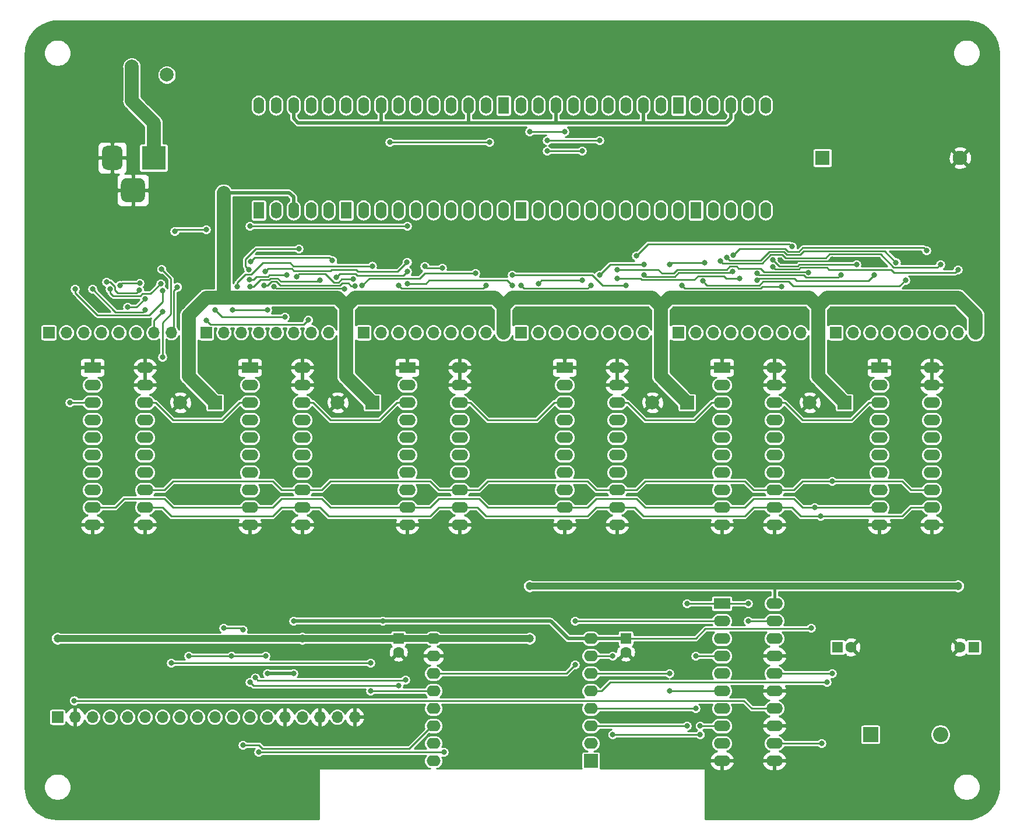
<source format=gbl>
G04 #@! TF.GenerationSoftware,KiCad,Pcbnew,(5.1.10)-1*
G04 #@! TF.CreationDate,2021-10-03T18:26:12+02:00*
G04 #@! TF.ProjectId,LED Strip clock,4c454420-5374-4726-9970-20636c6f636b,V1.0*
G04 #@! TF.SameCoordinates,Original*
G04 #@! TF.FileFunction,Copper,L2,Bot*
G04 #@! TF.FilePolarity,Positive*
%FSLAX46Y46*%
G04 Gerber Fmt 4.6, Leading zero omitted, Abs format (unit mm)*
G04 Created by KiCad (PCBNEW (5.1.10)-1) date 2021-10-03 18:26:12*
%MOMM*%
%LPD*%
G01*
G04 APERTURE LIST*
G04 #@! TA.AperFunction,ComponentPad*
%ADD10O,1.700000X1.700000*%
G04 #@! TD*
G04 #@! TA.AperFunction,ComponentPad*
%ADD11R,1.700000X1.700000*%
G04 #@! TD*
G04 #@! TA.AperFunction,ComponentPad*
%ADD12C,2.100000*%
G04 #@! TD*
G04 #@! TA.AperFunction,ComponentPad*
%ADD13R,2.100000X2.100000*%
G04 #@! TD*
G04 #@! TA.AperFunction,ComponentPad*
%ADD14O,1.600000X2.400000*%
G04 #@! TD*
G04 #@! TA.AperFunction,ComponentPad*
%ADD15R,1.600000X2.400000*%
G04 #@! TD*
G04 #@! TA.AperFunction,ComponentPad*
%ADD16C,2.000000*%
G04 #@! TD*
G04 #@! TA.AperFunction,ComponentPad*
%ADD17R,2.000000X2.000000*%
G04 #@! TD*
G04 #@! TA.AperFunction,ComponentPad*
%ADD18O,2.400000X1.600000*%
G04 #@! TD*
G04 #@! TA.AperFunction,ComponentPad*
%ADD19R,2.400000X1.600000*%
G04 #@! TD*
G04 #@! TA.AperFunction,ComponentPad*
%ADD20R,3.500000X3.500000*%
G04 #@! TD*
G04 #@! TA.AperFunction,ComponentPad*
%ADD21C,2.010000*%
G04 #@! TD*
G04 #@! TA.AperFunction,ComponentPad*
%ADD22C,1.600000*%
G04 #@! TD*
G04 #@! TA.AperFunction,ComponentPad*
%ADD23R,1.600000X1.600000*%
G04 #@! TD*
G04 #@! TA.AperFunction,ComponentPad*
%ADD24R,2.200000X2.200000*%
G04 #@! TD*
G04 #@! TA.AperFunction,ComponentPad*
%ADD25O,2.200000X2.200000*%
G04 #@! TD*
G04 #@! TA.AperFunction,ComponentPad*
%ADD26O,2.000000X1.600000*%
G04 #@! TD*
G04 #@! TA.AperFunction,ViaPad*
%ADD27C,0.800000*%
G04 #@! TD*
G04 #@! TA.AperFunction,ViaPad*
%ADD28C,1.200000*%
G04 #@! TD*
G04 #@! TA.AperFunction,Conductor*
%ADD29C,0.250000*%
G04 #@! TD*
G04 #@! TA.AperFunction,Conductor*
%ADD30C,1.000000*%
G04 #@! TD*
G04 #@! TA.AperFunction,Conductor*
%ADD31C,0.420000*%
G04 #@! TD*
G04 #@! TA.AperFunction,Conductor*
%ADD32C,0.500000*%
G04 #@! TD*
G04 #@! TA.AperFunction,Conductor*
%ADD33C,2.000000*%
G04 #@! TD*
G04 #@! TA.AperFunction,Conductor*
%ADD34C,0.254000*%
G04 #@! TD*
G04 #@! TA.AperFunction,Conductor*
%ADD35C,0.100000*%
G04 #@! TD*
G04 APERTURE END LIST*
D10*
X129540000Y-132080000D03*
X127000000Y-132080000D03*
X124460000Y-132080000D03*
X121920000Y-132080000D03*
X119380000Y-132080000D03*
X116840000Y-132080000D03*
X114300000Y-132080000D03*
X111760000Y-132080000D03*
X109220000Y-132080000D03*
X106680000Y-132080000D03*
X104140000Y-132080000D03*
X101600000Y-132080000D03*
X99060000Y-132080000D03*
X96520000Y-132080000D03*
X93980000Y-132080000D03*
X91440000Y-132080000D03*
X88900000Y-132080000D03*
D11*
X86360000Y-132080000D03*
D12*
X217485000Y-50800000D03*
D13*
X197485000Y-50800000D03*
D14*
X179070000Y-43180000D03*
X181610000Y-43180000D03*
X184150000Y-43180000D03*
X186690000Y-43180000D03*
X189230000Y-43180000D03*
X189230000Y-58420000D03*
X186690000Y-58420000D03*
X184150000Y-58420000D03*
X181610000Y-58420000D03*
D15*
X179070000Y-58420000D03*
D14*
X176530000Y-58420000D03*
X173990000Y-58420000D03*
X171450000Y-58420000D03*
X168910000Y-58420000D03*
X166370000Y-58420000D03*
X166370000Y-43180000D03*
X168910000Y-43180000D03*
X171450000Y-43180000D03*
X173990000Y-43180000D03*
D15*
X176530000Y-43180000D03*
D16*
X195660000Y-86360000D03*
D17*
X200660000Y-86360000D03*
D16*
X172800000Y-86360000D03*
D17*
X177800000Y-86360000D03*
D18*
X213360000Y-81280000D03*
X205740000Y-104140000D03*
X213360000Y-83820000D03*
X205740000Y-101600000D03*
X213360000Y-86360000D03*
X205740000Y-99060000D03*
X213360000Y-88900000D03*
X205740000Y-96520000D03*
X213360000Y-91440000D03*
X205740000Y-93980000D03*
X213360000Y-93980000D03*
X205740000Y-91440000D03*
X213360000Y-96520000D03*
X205740000Y-88900000D03*
X213360000Y-99060000D03*
X205740000Y-86360000D03*
X213360000Y-101600000D03*
X205740000Y-83820000D03*
X213360000Y-104140000D03*
D19*
X205740000Y-81280000D03*
D18*
X190500000Y-81280000D03*
X182880000Y-104140000D03*
X190500000Y-83820000D03*
X182880000Y-101600000D03*
X190500000Y-86360000D03*
X182880000Y-99060000D03*
X190500000Y-88900000D03*
X182880000Y-96520000D03*
X190500000Y-91440000D03*
X182880000Y-93980000D03*
X190500000Y-93980000D03*
X182880000Y-91440000D03*
X190500000Y-96520000D03*
X182880000Y-88900000D03*
X190500000Y-99060000D03*
X182880000Y-86360000D03*
X190500000Y-101600000D03*
X182880000Y-83820000D03*
X190500000Y-104140000D03*
D19*
X182880000Y-81280000D03*
D10*
X219710000Y-76200000D03*
X217170000Y-76200000D03*
X214630000Y-76200000D03*
X212090000Y-76200000D03*
X209550000Y-76200000D03*
X207010000Y-76200000D03*
X204470000Y-76200000D03*
X201930000Y-76200000D03*
D11*
X199390000Y-76200000D03*
D10*
X196850000Y-76200000D03*
X194310000Y-76200000D03*
X191770000Y-76200000D03*
X189230000Y-76200000D03*
X186690000Y-76200000D03*
X184150000Y-76200000D03*
X181610000Y-76200000D03*
X179070000Y-76200000D03*
D11*
X176530000Y-76200000D03*
D17*
X132080000Y-86360000D03*
D16*
X127080000Y-86360000D03*
D18*
X167640000Y-81280000D03*
X160020000Y-104140000D03*
X167640000Y-83820000D03*
X160020000Y-101600000D03*
X167640000Y-86360000D03*
X160020000Y-99060000D03*
X167640000Y-88900000D03*
X160020000Y-96520000D03*
X167640000Y-91440000D03*
X160020000Y-93980000D03*
X167640000Y-93980000D03*
X160020000Y-91440000D03*
X167640000Y-96520000D03*
X160020000Y-88900000D03*
X167640000Y-99060000D03*
X160020000Y-86360000D03*
X167640000Y-101600000D03*
X160020000Y-83820000D03*
X167640000Y-104140000D03*
D19*
X160020000Y-81280000D03*
D11*
X153670000Y-76200000D03*
D10*
X156210000Y-76200000D03*
X158750000Y-76200000D03*
X161290000Y-76200000D03*
X163830000Y-76200000D03*
X166370000Y-76200000D03*
X168910000Y-76200000D03*
X171450000Y-76200000D03*
X173990000Y-76200000D03*
D11*
X130810000Y-76200000D03*
D10*
X133350000Y-76200000D03*
X135890000Y-76200000D03*
X138430000Y-76200000D03*
X140970000Y-76200000D03*
X143510000Y-76200000D03*
X146050000Y-76200000D03*
X148590000Y-76200000D03*
X151130000Y-76200000D03*
D11*
X107950000Y-76200000D03*
D10*
X110490000Y-76200000D03*
X113030000Y-76200000D03*
X115570000Y-76200000D03*
X118110000Y-76200000D03*
X120650000Y-76200000D03*
X123190000Y-76200000D03*
X125730000Y-76200000D03*
X128270000Y-76200000D03*
D11*
X85090000Y-76200000D03*
D10*
X87630000Y-76200000D03*
X90170000Y-76200000D03*
X92710000Y-76200000D03*
X95250000Y-76200000D03*
X97790000Y-76200000D03*
X100330000Y-76200000D03*
X102870000Y-76200000D03*
X105410000Y-76200000D03*
D15*
X153670000Y-58420000D03*
D14*
X156210000Y-58420000D03*
X158750000Y-58420000D03*
X161290000Y-58420000D03*
X163830000Y-58420000D03*
X163830000Y-43180000D03*
X161290000Y-43180000D03*
X158750000Y-43180000D03*
X156210000Y-43180000D03*
X153670000Y-43180000D03*
D15*
X151130000Y-43180000D03*
D14*
X148590000Y-43180000D03*
X146050000Y-43180000D03*
X143510000Y-43180000D03*
X140970000Y-43180000D03*
X140970000Y-58420000D03*
X143510000Y-58420000D03*
X146050000Y-58420000D03*
X148590000Y-58420000D03*
X151130000Y-58420000D03*
D15*
X128270000Y-58420000D03*
D14*
X130810000Y-58420000D03*
X133350000Y-58420000D03*
X135890000Y-58420000D03*
X138430000Y-58420000D03*
X138430000Y-43180000D03*
X135890000Y-43180000D03*
X133350000Y-43180000D03*
X130810000Y-43180000D03*
X128270000Y-43180000D03*
D15*
X115570000Y-58420000D03*
D14*
X118110000Y-58420000D03*
X120650000Y-58420000D03*
X123190000Y-58420000D03*
X125730000Y-58420000D03*
X125730000Y-43180000D03*
X123190000Y-43180000D03*
X120650000Y-43180000D03*
X118110000Y-43180000D03*
X115570000Y-43180000D03*
D20*
X100330000Y-50800000D03*
G04 #@! TA.AperFunction,ComponentPad*
G36*
G01*
X92830000Y-51800000D02*
X92830000Y-49800000D01*
G75*
G02*
X93580000Y-49050000I750000J0D01*
G01*
X95080000Y-49050000D01*
G75*
G02*
X95830000Y-49800000I0J-750000D01*
G01*
X95830000Y-51800000D01*
G75*
G02*
X95080000Y-52550000I-750000J0D01*
G01*
X93580000Y-52550000D01*
G75*
G02*
X92830000Y-51800000I0J750000D01*
G01*
G37*
G04 #@! TD.AperFunction*
G04 #@! TA.AperFunction,ComponentPad*
G36*
G01*
X95580000Y-56375000D02*
X95580000Y-54625000D01*
G75*
G02*
X96455000Y-53750000I875000J0D01*
G01*
X98205000Y-53750000D01*
G75*
G02*
X99080000Y-54625000I0J-875000D01*
G01*
X99080000Y-56375000D01*
G75*
G02*
X98205000Y-57250000I-875000J0D01*
G01*
X96455000Y-57250000D01*
G75*
G02*
X95580000Y-56375000I0J875000D01*
G01*
G37*
G04 #@! TD.AperFunction*
D21*
X102235000Y-38735000D03*
X97135000Y-37535000D03*
D22*
X168910000Y-122650000D03*
D23*
X168910000Y-120650000D03*
D22*
X135890000Y-122650000D03*
D23*
X135890000Y-120650000D03*
D22*
X217456000Y-121920000D03*
D23*
X219456000Y-121920000D03*
D22*
X201644000Y-121920000D03*
D23*
X199644000Y-121920000D03*
D17*
X109220000Y-86360000D03*
D16*
X104220000Y-86360000D03*
D24*
X204470000Y-134620000D03*
D25*
X214630000Y-134620000D03*
D18*
X99060000Y-81280000D03*
X91440000Y-104140000D03*
X99060000Y-83820000D03*
X91440000Y-101600000D03*
X99060000Y-86360000D03*
X91440000Y-99060000D03*
X99060000Y-88900000D03*
X91440000Y-96520000D03*
X99060000Y-91440000D03*
X91440000Y-93980000D03*
X99060000Y-93980000D03*
X91440000Y-91440000D03*
X99060000Y-96520000D03*
X91440000Y-88900000D03*
X99060000Y-99060000D03*
X91440000Y-86360000D03*
X99060000Y-101600000D03*
X91440000Y-83820000D03*
X99060000Y-104140000D03*
D19*
X91440000Y-81280000D03*
D26*
X140970000Y-138430000D03*
X140970000Y-135890000D03*
X140970000Y-133350000D03*
X140970000Y-130810000D03*
X140970000Y-128270000D03*
X140970000Y-125730000D03*
X140970000Y-123190000D03*
X140970000Y-120650000D03*
X163830000Y-120650000D03*
X163830000Y-123190000D03*
X163830000Y-125730000D03*
X163830000Y-128270000D03*
X163830000Y-130810000D03*
X163830000Y-133350000D03*
D17*
X163830000Y-138430000D03*
D26*
X163830000Y-135890000D03*
D18*
X190500000Y-115570000D03*
X182880000Y-138430000D03*
X190500000Y-118110000D03*
X182880000Y-135890000D03*
X190500000Y-120650000D03*
X182880000Y-133350000D03*
X190500000Y-123190000D03*
X182880000Y-130810000D03*
X190500000Y-125730000D03*
X182880000Y-128270000D03*
X190500000Y-128270000D03*
X182880000Y-125730000D03*
X190500000Y-130810000D03*
X182880000Y-123190000D03*
X190500000Y-133350000D03*
X182880000Y-120650000D03*
X190500000Y-135890000D03*
X182880000Y-118110000D03*
X190500000Y-138430000D03*
D19*
X182880000Y-115570000D03*
D18*
X144780000Y-81280000D03*
X137160000Y-104140000D03*
X144780000Y-83820000D03*
X137160000Y-101600000D03*
X144780000Y-86360000D03*
X137160000Y-99060000D03*
X144780000Y-88900000D03*
X137160000Y-96520000D03*
X144780000Y-91440000D03*
X137160000Y-93980000D03*
X144780000Y-93980000D03*
X137160000Y-91440000D03*
X144780000Y-96520000D03*
X137160000Y-88900000D03*
X144780000Y-99060000D03*
X137160000Y-86360000D03*
X144780000Y-101600000D03*
X137160000Y-83820000D03*
X144780000Y-104140000D03*
D19*
X137160000Y-81280000D03*
D18*
X121920000Y-81280000D03*
X114300000Y-104140000D03*
X121920000Y-83820000D03*
X114300000Y-101600000D03*
X121920000Y-86360000D03*
X114300000Y-99060000D03*
X121920000Y-88900000D03*
X114300000Y-96520000D03*
X121920000Y-91440000D03*
X114300000Y-93980000D03*
X121920000Y-93980000D03*
X114300000Y-91440000D03*
X121920000Y-96520000D03*
X114300000Y-88900000D03*
X121920000Y-99060000D03*
X114300000Y-86360000D03*
X121920000Y-101600000D03*
X114300000Y-83820000D03*
X121920000Y-104140000D03*
D19*
X114300000Y-81280000D03*
D27*
X198882000Y-65532000D03*
X191396085Y-65669152D03*
D28*
X104140000Y-99060000D03*
X109220000Y-99060000D03*
X129540000Y-99060000D03*
X118110000Y-95250000D03*
X95250000Y-95250000D03*
X140970000Y-95250000D03*
X163830000Y-95250000D03*
X186690000Y-95250000D03*
X209550000Y-95250000D03*
X149860000Y-99060000D03*
X172720000Y-99060000D03*
X179070000Y-99060000D03*
X156210000Y-99060000D03*
X133350000Y-99060000D03*
X195580000Y-99060000D03*
X201930000Y-99060000D03*
X210820000Y-104140000D03*
X187960000Y-104140000D03*
X165100000Y-104140000D03*
X142240000Y-104140000D03*
X119380000Y-104140000D03*
X96520000Y-104140000D03*
X127000000Y-93980000D03*
D27*
X114046000Y-57023000D03*
X109347000Y-52070000D03*
X108077000Y-49276000D03*
X108712000Y-58801000D03*
X106934000Y-58928000D03*
X102743000Y-58547000D03*
X100965000Y-57023000D03*
X101981000Y-44196000D03*
X103505000Y-42418000D03*
X102997000Y-35687000D03*
X101346000Y-33909000D03*
X120777000Y-33020000D03*
X120650000Y-35814000D03*
X133477000Y-33020000D03*
X133477000Y-35687000D03*
X146304000Y-32893000D03*
X146304000Y-35941000D03*
X158877000Y-32766000D03*
X158750000Y-35687000D03*
X171958000Y-33020000D03*
X171958000Y-35560000D03*
X184785000Y-32766000D03*
X184277000Y-35814000D03*
X192151000Y-40005000D03*
X195072000Y-40132000D03*
X192913000Y-54102000D03*
X194818000Y-52324000D03*
X87884000Y-110490000D03*
X89662000Y-110490000D03*
X93218000Y-110490000D03*
X95250000Y-110490000D03*
X105918000Y-110998000D03*
X107442000Y-110998000D03*
X110236000Y-110998000D03*
X112268000Y-110998000D03*
X116078000Y-110998000D03*
X118110000Y-110998000D03*
X125730000Y-111252000D03*
X128270000Y-111252000D03*
X138684000Y-111633000D03*
X141351000Y-111506000D03*
X192659000Y-111506000D03*
X194818000Y-111506000D03*
X199517000Y-111506000D03*
X218186000Y-108204000D03*
X221234000Y-108204000D03*
X219202000Y-130302000D03*
X221488000Y-132842000D03*
X196215000Y-128778000D03*
X198374000Y-128778000D03*
X195834000Y-117348000D03*
X193040000Y-115443000D03*
X194056000Y-121158000D03*
X152908000Y-72898000D03*
X160020000Y-74422000D03*
X165100000Y-74295000D03*
X157607000Y-74168000D03*
X182880000Y-74295000D03*
X187706000Y-74168000D03*
X200914000Y-74168000D03*
X203454000Y-74295000D03*
X205994000Y-74168000D03*
X208407000Y-74295000D03*
X210820000Y-74168000D03*
X213741000Y-74295000D03*
X216154000Y-74295000D03*
X173355000Y-54483000D03*
X186309000Y-54356000D03*
X166243000Y-55880000D03*
X156210000Y-56134000D03*
X153543000Y-56134000D03*
X161290000Y-46990000D03*
X146177000Y-40767000D03*
X158750000Y-40894000D03*
X131572000Y-40259000D03*
X120523000Y-40767000D03*
X142113000Y-65659000D03*
X97409000Y-67945000D03*
X94742000Y-68072000D03*
X108839000Y-78994000D03*
X112395000Y-99949000D03*
X104140000Y-119126000D03*
X114935000Y-118999000D03*
X113030000Y-122301000D03*
X185166000Y-128270000D03*
X186690000Y-99568000D03*
X140970000Y-99695000D03*
X117983000Y-99695000D03*
X102997000Y-78359000D03*
X205994000Y-66167000D03*
X210058000Y-65151000D03*
X213487000Y-68707000D03*
X210820000Y-68834000D03*
X198120000Y-61468000D03*
X196342000Y-101600000D03*
D28*
X154940000Y-120650000D03*
X154940000Y-113030000D03*
X217170000Y-113030000D03*
D27*
X208534000Y-113030000D03*
X187706000Y-113030000D03*
D28*
X86360000Y-120650000D03*
D27*
X94234000Y-120650000D03*
X115951000Y-120650000D03*
D28*
X121920000Y-120650000D03*
D27*
X163830000Y-113030000D03*
X198882000Y-125730000D03*
X198882000Y-97790000D03*
X88790990Y-129684990D03*
X88138000Y-86360000D03*
X197198979Y-102870001D03*
X197358000Y-135890000D03*
X167005000Y-123190000D03*
X167005000Y-134620000D03*
X179705000Y-134620000D03*
X179705000Y-133350000D03*
X161544000Y-118110000D03*
X161544004Y-124460000D03*
X175260000Y-125730000D03*
X175260000Y-128270000D03*
X179070000Y-130810000D03*
X179070000Y-123190000D03*
X120650000Y-118110000D03*
X120650000Y-125730000D03*
X116840000Y-125730000D03*
X105410000Y-123190000D03*
X133604000Y-118110000D03*
X116586000Y-123190000D03*
X111660000Y-123190000D03*
X101600003Y-79756003D03*
X101459531Y-66985766D03*
X195834000Y-119126000D03*
D28*
X110490000Y-55880000D03*
X110490000Y-57785000D03*
X110490000Y-59690000D03*
D27*
X126274990Y-65709536D03*
X114464981Y-65875021D03*
X103754019Y-69567435D03*
X111760016Y-72898000D03*
X116840000Y-72898000D03*
X101600000Y-73152000D03*
X109220000Y-72898000D03*
X119380000Y-73914000D03*
X99060000Y-71287302D03*
X96520000Y-72484979D03*
X98302707Y-69018370D03*
X95430011Y-69315781D03*
X119634000Y-67818000D03*
X114259705Y-68485224D03*
X101346002Y-69088002D03*
X93980000Y-69850006D03*
X122776981Y-74367390D03*
X107950000Y-74385010D03*
X91440000Y-69850000D03*
X99060008Y-72934990D03*
X124460000Y-68619961D03*
X114306684Y-69484131D03*
X101600000Y-70104000D03*
X88900000Y-69850000D03*
X121412000Y-64008000D03*
X114136712Y-67035212D03*
X98235230Y-70016102D03*
X93472000Y-68834000D03*
X126863031Y-68160809D03*
X137160000Y-67310000D03*
X129286000Y-68442768D03*
X121084012Y-68054765D03*
X128016000Y-69850000D03*
X117810000Y-69497504D03*
X116332000Y-69342000D03*
X129557830Y-69405126D03*
X137142119Y-65954811D03*
X116555060Y-67307218D03*
X137160000Y-60706000D03*
X114300000Y-60706000D03*
X132079998Y-66512018D03*
X112449414Y-69501021D03*
X152400000Y-69342000D03*
X137160002Y-69051009D03*
X142240000Y-66802000D03*
X139700000Y-66548000D03*
X135890000Y-69342000D03*
X148590000Y-69342000D03*
X134620000Y-48514000D03*
X149098000Y-48514000D03*
X147066000Y-67564000D03*
X130601138Y-69387138D03*
X171553534Y-66257010D03*
X165100000Y-67818000D03*
X152400000Y-67818000D03*
X168910000Y-69342000D03*
X157480000Y-48260000D03*
X165100000Y-48260000D03*
X163830000Y-69342000D03*
X153670002Y-69342002D03*
X162560000Y-68580000D03*
X156210000Y-69069960D03*
X157480000Y-49784000D03*
X162559999Y-49783999D03*
X154940000Y-46990002D03*
X160020000Y-46990000D03*
X114300000Y-127000000D03*
X135889996Y-127508000D03*
X113284000Y-136144000D03*
X110490000Y-119126000D03*
X113284000Y-119380000D03*
X115070193Y-126362172D03*
X115569996Y-137160000D03*
X142494000Y-137160000D03*
X136906000Y-126675946D03*
X195456579Y-67469032D03*
X167644660Y-67051340D03*
X191549458Y-69513019D03*
X177074990Y-69346131D03*
X170434000Y-65024000D03*
X193095329Y-63710957D03*
X185420000Y-68326000D03*
X167640000Y-68326000D03*
X171582640Y-67781010D03*
X184404000Y-67310000D03*
X180340000Y-66040000D03*
X175260000Y-66293994D03*
X217170000Y-67056000D03*
X190246000Y-66610235D03*
X214630000Y-66294000D03*
X182626000Y-65786000D03*
X184533913Y-64932700D03*
X212598000Y-64262000D03*
X209550000Y-68580000D03*
X180104328Y-68681032D03*
X208178668Y-66003010D03*
X183584200Y-65245861D03*
X204978000Y-67818000D03*
X187960000Y-68595077D03*
X202438000Y-66294011D03*
X190314162Y-65612549D03*
X200152000Y-67818000D03*
X187960002Y-67595064D03*
X177800000Y-133350000D03*
X177800000Y-115570000D03*
X186690000Y-118110000D03*
X186690000Y-115570000D03*
X102870000Y-124206000D03*
X131826000Y-124206000D03*
X131826000Y-128270000D03*
X198120000Y-127000000D03*
X107950000Y-61214000D03*
X103378004Y-61468000D03*
D29*
X198628000Y-65786000D02*
X191512933Y-65786000D01*
X198882000Y-65532000D02*
X198628000Y-65786000D01*
X191512933Y-65786000D02*
X191396085Y-65669152D01*
X186182000Y-101600000D02*
X187452000Y-100330000D01*
X193294000Y-100330000D02*
X194564000Y-101600000D01*
X182880000Y-101600000D02*
X186182000Y-101600000D01*
X194564000Y-101600000D02*
X205740000Y-101600000D01*
X187452000Y-100330000D02*
X193294000Y-100330000D01*
X163322000Y-101600000D02*
X164592000Y-100330000D01*
X170434000Y-100330000D02*
X171704000Y-101600000D01*
X160020000Y-101600000D02*
X163322000Y-101600000D01*
X171704000Y-101600000D02*
X182880000Y-101600000D01*
X164592000Y-100330000D02*
X170434000Y-100330000D01*
X140462000Y-101600000D02*
X141732000Y-100330000D01*
X147574000Y-100330000D02*
X148844000Y-101600000D01*
X137160000Y-101600000D02*
X140462000Y-101600000D01*
X148844000Y-101600000D02*
X160020000Y-101600000D01*
X141732000Y-100330000D02*
X147574000Y-100330000D01*
X117602000Y-101600000D02*
X118872000Y-100330000D01*
X124714000Y-100330000D02*
X125984000Y-101600000D01*
X114300000Y-101600000D02*
X117602000Y-101600000D01*
X125984000Y-101600000D02*
X137160000Y-101600000D01*
X118872000Y-100330000D02*
X124714000Y-100330000D01*
X103124000Y-101600000D02*
X114300000Y-101600000D01*
X91440000Y-101600000D02*
X94742000Y-101600000D01*
X94742000Y-101600000D02*
X96012000Y-100330000D01*
X96012000Y-100330000D02*
X101854000Y-100330000D01*
X101854000Y-100330000D02*
X103124000Y-101600000D01*
D30*
X135890000Y-120650000D02*
X140970000Y-120650000D01*
X140970000Y-120650000D02*
X154940000Y-120650000D01*
X208534000Y-113030000D02*
X217170000Y-113030000D01*
D31*
X190500000Y-113284000D02*
X190754000Y-113030000D01*
X190500000Y-115570000D02*
X190500000Y-113284000D01*
D30*
X190754000Y-113030000D02*
X208534000Y-113030000D01*
X187706000Y-113030000D02*
X190754000Y-113030000D01*
X94234000Y-120650000D02*
X86360000Y-120650000D01*
X115951000Y-120650000D02*
X94234000Y-120650000D01*
X135890000Y-120650000D02*
X115951000Y-120650000D01*
X162814000Y-113030000D02*
X163830000Y-113030000D01*
X154940000Y-113030000D02*
X162814000Y-113030000D01*
X187706000Y-113030000D02*
X162814000Y-113030000D01*
D29*
X209042000Y-97790000D02*
X210312000Y-99060000D01*
X210312000Y-99060000D02*
X213360000Y-99060000D01*
X194564000Y-97790000D02*
X209042000Y-97790000D01*
X193294000Y-99060000D02*
X194564000Y-97790000D01*
X190500000Y-99060000D02*
X193294000Y-99060000D01*
X186182000Y-97790000D02*
X187452000Y-99060000D01*
X187452000Y-99060000D02*
X190500000Y-99060000D01*
X171704000Y-97790000D02*
X186182000Y-97790000D01*
X170434000Y-99060000D02*
X171704000Y-97790000D01*
X167640000Y-99060000D02*
X170434000Y-99060000D01*
X163322000Y-97790000D02*
X164592000Y-99060000D01*
X164592000Y-99060000D02*
X167640000Y-99060000D01*
X148844000Y-97790000D02*
X163322000Y-97790000D01*
X147574000Y-99060000D02*
X148844000Y-97790000D01*
X144780000Y-99060000D02*
X147574000Y-99060000D01*
X140462000Y-97790000D02*
X141732000Y-99060000D01*
X141732000Y-99060000D02*
X144780000Y-99060000D01*
X125984000Y-97790000D02*
X140462000Y-97790000D01*
X124714000Y-99060000D02*
X125984000Y-97790000D01*
X121920000Y-99060000D02*
X124714000Y-99060000D01*
X118872000Y-99060000D02*
X121920000Y-99060000D01*
X99060000Y-99060000D02*
X101854000Y-99060000D01*
X101854000Y-99060000D02*
X103124000Y-97790000D01*
X103124000Y-97790000D02*
X117602000Y-97790000D01*
X117602000Y-97790000D02*
X118872000Y-99060000D01*
X190500000Y-125730000D02*
X198882000Y-125730000D01*
X190500000Y-130810000D02*
X187198000Y-130810000D01*
X186072990Y-129684990D02*
X88790990Y-129684990D01*
X187198000Y-130810000D02*
X186072990Y-129684990D01*
X91440000Y-86360000D02*
X88138000Y-86360000D01*
X209042000Y-102870000D02*
X210312000Y-101600000D01*
X190500000Y-101600000D02*
X193040000Y-101600000D01*
X210312000Y-101600000D02*
X213360000Y-101600000D01*
X194310000Y-102870000D02*
X209042000Y-102870000D01*
X193040000Y-101600000D02*
X194310000Y-102870000D01*
X186182000Y-102870000D02*
X187452000Y-101600000D01*
X167640000Y-101600000D02*
X170180000Y-101600000D01*
X187452000Y-101600000D02*
X190500000Y-101600000D01*
X171450000Y-102870000D02*
X186182000Y-102870000D01*
X170180000Y-101600000D02*
X171450000Y-102870000D01*
X163322000Y-102870000D02*
X164592000Y-101600000D01*
X144780000Y-101600000D02*
X147320000Y-101600000D01*
X164592000Y-101600000D02*
X167640000Y-101600000D01*
X148590000Y-102870000D02*
X163322000Y-102870000D01*
X147320000Y-101600000D02*
X148590000Y-102870000D01*
X140462000Y-102870000D02*
X141732000Y-101600000D01*
X121920000Y-101600000D02*
X124460000Y-101600000D01*
X141732000Y-101600000D02*
X144780000Y-101600000D01*
X125730000Y-102870000D02*
X140462000Y-102870000D01*
X124460000Y-101600000D02*
X125730000Y-102870000D01*
X118872000Y-101600000D02*
X121920000Y-101600000D01*
X99060000Y-101600000D02*
X101600000Y-101600000D01*
X101600000Y-101600000D02*
X102870000Y-102870000D01*
X102870000Y-102870000D02*
X117602000Y-102870000D01*
X117602000Y-102870000D02*
X118872000Y-101600000D01*
X190500000Y-135890000D02*
X196850000Y-135890000D01*
X196850000Y-135890000D02*
X197358000Y-135890000D01*
X163830000Y-123190000D02*
X167005000Y-123190000D01*
X167005000Y-134620000D02*
X179705000Y-134620000D01*
X179705000Y-133350000D02*
X182880000Y-133350000D01*
X182880000Y-118110000D02*
X161544000Y-118110000D01*
X140970000Y-125730000D02*
X160274004Y-125730000D01*
X160274004Y-125730000D02*
X161544004Y-124460000D01*
X163830000Y-125730000D02*
X175260000Y-125730000D01*
X175260000Y-128270000D02*
X182880000Y-128270000D01*
X163830000Y-130810000D02*
X179070000Y-130810000D01*
X179070000Y-123190000D02*
X182880000Y-123190000D01*
D32*
X163830000Y-120650000D02*
X168910000Y-120650000D01*
X120650000Y-125730000D02*
X116840000Y-125730000D01*
X133604000Y-118110000D02*
X120650000Y-118110000D01*
X160528000Y-120650000D02*
X157988000Y-118110000D01*
X157988000Y-118110000D02*
X133604000Y-118110000D01*
X163830000Y-120650000D02*
X160528000Y-120650000D01*
D29*
X105410000Y-123190000D02*
X111660000Y-123190000D01*
X116586000Y-123190000D02*
X111660000Y-123190000D01*
X168910000Y-120650000D02*
X179070000Y-120650000D01*
X195724990Y-119235010D02*
X195834000Y-119126000D01*
X180484990Y-119235010D02*
X195724990Y-119235010D01*
X179070000Y-120650000D02*
X180484990Y-119235010D01*
X101600003Y-79756003D02*
X101600003Y-74732999D01*
X101600003Y-74732999D02*
X102800989Y-73532013D01*
X102800989Y-68327224D02*
X101459531Y-66985766D01*
X102800989Y-73532013D02*
X102800989Y-68327224D01*
D33*
X196850000Y-76200000D02*
X196850000Y-72390000D01*
X173990000Y-76200000D02*
X173990000Y-72390000D01*
X151130000Y-76200000D02*
X151130000Y-72390000D01*
X128270000Y-76200000D02*
X128270000Y-72390000D01*
X128270000Y-82550000D02*
X132080000Y-86360000D01*
X128270000Y-76200000D02*
X128270000Y-82550000D01*
X105410000Y-82550000D02*
X109220000Y-86360000D01*
X105410000Y-76200000D02*
X105410000Y-82550000D01*
X173990000Y-82550000D02*
X177800000Y-86360000D01*
X173990000Y-76200000D02*
X173990000Y-82550000D01*
X196850000Y-82550000D02*
X200660000Y-86360000D01*
X196850000Y-76200000D02*
X196850000Y-82550000D01*
D32*
X120650000Y-43180000D02*
X120650000Y-45085000D01*
X120650000Y-45085000D02*
X121285000Y-45720000D01*
X184150000Y-45085000D02*
X184150000Y-43180000D01*
X183515000Y-45720000D02*
X184150000Y-45085000D01*
X171450000Y-43180000D02*
X171450000Y-45720000D01*
X171450000Y-45720000D02*
X183515000Y-45720000D01*
X158750000Y-43180000D02*
X158750000Y-45720000D01*
X158750000Y-45720000D02*
X171450000Y-45720000D01*
X146050000Y-43180000D02*
X146050000Y-45720000D01*
X146050000Y-45720000D02*
X158750000Y-45720000D01*
X133350000Y-43180000D02*
X133350000Y-45720000D01*
X133350000Y-45720000D02*
X146050000Y-45720000D01*
X121285000Y-45720000D02*
X133350000Y-45720000D01*
X110490000Y-55880000D02*
X120015000Y-55880000D01*
X120015000Y-55880000D02*
X120650000Y-56515000D01*
X120650000Y-56515000D02*
X120650000Y-58420000D01*
D33*
X172720000Y-71120000D02*
X173990000Y-72390000D01*
X151130000Y-72390000D02*
X152400000Y-71120000D01*
X152400000Y-71120000D02*
X172720000Y-71120000D01*
X195580000Y-71120000D02*
X196850000Y-72390000D01*
X173990000Y-72390000D02*
X175260000Y-71120000D01*
X175260000Y-71120000D02*
X195580000Y-71120000D01*
X217170000Y-71120000D02*
X219710000Y-73660000D01*
X198120000Y-71120000D02*
X217170000Y-71120000D01*
X219710000Y-73660000D02*
X219710000Y-76200000D01*
X196850000Y-72390000D02*
X198120000Y-71120000D01*
X127000000Y-71120000D02*
X128270000Y-72390000D01*
X110490000Y-71120000D02*
X127000000Y-71120000D01*
X110490000Y-58420000D02*
X110490000Y-55880000D01*
X110490000Y-71120000D02*
X110490000Y-58420000D01*
X107950000Y-71120000D02*
X110490000Y-71120000D01*
X105410000Y-73660000D02*
X107950000Y-71120000D01*
X105410000Y-76200000D02*
X105410000Y-73660000D01*
X129540000Y-71120000D02*
X149860000Y-71120000D01*
X128270000Y-72390000D02*
X129540000Y-71120000D01*
X149860000Y-71120000D02*
X151130000Y-72390000D01*
D29*
X126274990Y-65709536D02*
X125874991Y-65309537D01*
X125874991Y-65309537D02*
X115030465Y-65309537D01*
X115030465Y-65309537D02*
X114464981Y-65875021D01*
X103251000Y-70070454D02*
X103754019Y-69567435D01*
X103251000Y-75819000D02*
X103251000Y-70070454D01*
X102870000Y-76200000D02*
X103251000Y-75819000D01*
X111760016Y-72898000D02*
X116840000Y-72898000D01*
X100330000Y-74422000D02*
X101600000Y-73152000D01*
X100330000Y-76200000D02*
X100330000Y-74422000D01*
X109220000Y-72898000D02*
X110236000Y-73914000D01*
X110236000Y-73914000D02*
X119380000Y-73914000D01*
X99060000Y-71287302D02*
X97862323Y-72484979D01*
X97862323Y-72484979D02*
X96520000Y-72484979D01*
X95727422Y-69018370D02*
X95430011Y-69315781D01*
X98302707Y-69018370D02*
X95727422Y-69018370D01*
X115275612Y-68035002D02*
X114825390Y-68485224D01*
X114825390Y-68485224D02*
X114259705Y-68485224D01*
X117151004Y-67818000D02*
X116934002Y-68035002D01*
X116934002Y-68035002D02*
X115275612Y-68035002D01*
X119634000Y-67818000D02*
X117151004Y-67818000D01*
X93980000Y-70415691D02*
X93980000Y-69850006D01*
X99871704Y-70562300D02*
X98711998Y-70562300D01*
X98711998Y-70562300D02*
X98408186Y-70866112D01*
X94430421Y-70866112D02*
X93980000Y-70415691D01*
X98408186Y-70866112D02*
X94430421Y-70866112D01*
X101346002Y-69088002D02*
X99871704Y-70562300D01*
X122776981Y-74367390D02*
X122119372Y-75024999D01*
X122119372Y-75024999D02*
X108589989Y-75024999D01*
X108589989Y-75024999D02*
X107950000Y-74385010D01*
X98785009Y-73209989D02*
X99060008Y-72934990D01*
X94799989Y-73209989D02*
X98785009Y-73209989D01*
X91440000Y-69850000D02*
X94799989Y-73209989D01*
X117120402Y-68485013D02*
X115871487Y-68485013D01*
X115871487Y-68485013D02*
X114872369Y-69484131D01*
X124300195Y-68779766D02*
X118801675Y-68779766D01*
X124460000Y-68619961D02*
X124300195Y-68779766D01*
X118344401Y-68322492D02*
X117282923Y-68322492D01*
X117282923Y-68322492D02*
X117120402Y-68485013D01*
X114872369Y-69484131D02*
X114306684Y-69484131D01*
X118801675Y-68779766D02*
X118344401Y-68322492D01*
X88900000Y-70415685D02*
X88900000Y-69850000D01*
X92144315Y-73660000D02*
X88900000Y-70415685D01*
X101600000Y-71753388D02*
X99693388Y-73660000D01*
X99693388Y-73660000D02*
X92144315Y-73660000D01*
X101600000Y-70104000D02*
X101600000Y-71753388D01*
X115183038Y-64008000D02*
X113664018Y-65527018D01*
X113664018Y-65527018D02*
X113664018Y-66562518D01*
X121412000Y-64008000D02*
X115183038Y-64008000D01*
X113664018Y-66562518D02*
X114136712Y-67035212D01*
X94705001Y-70009999D02*
X94705001Y-69501316D01*
X98235230Y-70016102D02*
X97835231Y-70416101D01*
X97835231Y-70416101D02*
X95111103Y-70416101D01*
X95111103Y-70416101D02*
X94705001Y-70009999D01*
X94705001Y-69501316D02*
X94037685Y-68834000D01*
X94037685Y-68834000D02*
X93472000Y-68834000D01*
X136594012Y-67875988D02*
X137160000Y-67310000D01*
X126863031Y-68160809D02*
X127361290Y-67662550D01*
X129695552Y-67662550D02*
X129908990Y-67875988D01*
X127361290Y-67662550D02*
X129695552Y-67662550D01*
X129908990Y-67875988D02*
X136594012Y-67875988D01*
X125283986Y-67654766D02*
X121484011Y-67654766D01*
X129286000Y-68442768D02*
X127654074Y-68442768D01*
X127654074Y-68442768D02*
X127211032Y-68885810D01*
X126515030Y-68885810D02*
X125283986Y-67654766D01*
X127211032Y-68885810D02*
X126515030Y-68885810D01*
X121484011Y-67654766D02*
X121084012Y-68054765D01*
X127960990Y-69794990D02*
X118107486Y-69794990D01*
X118107486Y-69794990D02*
X117810000Y-69497504D01*
X128016000Y-69850000D02*
X127960990Y-69794990D01*
X128992145Y-69405126D02*
X129557830Y-69405126D01*
X116332000Y-69342000D02*
X116899826Y-69342000D01*
X118730477Y-69344979D02*
X127388273Y-69344979D01*
X128617030Y-69030011D02*
X128992145Y-69405126D01*
X118158001Y-68772503D02*
X118730477Y-69344979D01*
X117469323Y-68772503D02*
X118158001Y-68772503D01*
X127703241Y-69030011D02*
X128617030Y-69030011D01*
X127388273Y-69344979D02*
X127703241Y-69030011D01*
X116899826Y-69342000D02*
X117469323Y-68772503D01*
X120393069Y-66907219D02*
X116955059Y-66907219D01*
X129979413Y-67310000D02*
X129740105Y-67070692D01*
X135786930Y-67310000D02*
X129979413Y-67310000D01*
X120679872Y-67194022D02*
X120393069Y-66907219D01*
X116955059Y-66907219D02*
X116555060Y-67307218D01*
X137142119Y-65954811D02*
X135786930Y-67310000D01*
X126063326Y-67194022D02*
X120679872Y-67194022D01*
X129740105Y-67070692D02*
X126186656Y-67070692D01*
X126186656Y-67070692D02*
X126063326Y-67194022D01*
X137160000Y-60706000D02*
X114300000Y-60706000D01*
X120199260Y-66076999D02*
X116167929Y-66076999D01*
X120634279Y-66512018D02*
X120199260Y-66076999D01*
X116167929Y-66076999D02*
X114484714Y-67760214D01*
X112449414Y-68935336D02*
X112449414Y-69501021D01*
X114484714Y-67760214D02*
X113624536Y-67760214D01*
X132079998Y-66512018D02*
X120634279Y-66512018D01*
X113624536Y-67760214D02*
X112449414Y-68935336D01*
X152400000Y-69342000D02*
X151638000Y-68580000D01*
X139865401Y-69051009D02*
X137160002Y-69051009D01*
X140336410Y-68580000D02*
X139865401Y-69051009D01*
X151638000Y-68580000D02*
X140336410Y-68580000D01*
X142240000Y-66802000D02*
X139954000Y-66802000D01*
X139954000Y-66802000D02*
X139700000Y-66548000D01*
X136342990Y-69794990D02*
X148137010Y-69794990D01*
X148190001Y-69741999D02*
X148590000Y-69342000D01*
X148137010Y-69794990D02*
X148190001Y-69741999D01*
X135890000Y-69342000D02*
X136342990Y-69794990D01*
X134620000Y-48514000D02*
X149098000Y-48514000D01*
X147066000Y-67564000D02*
X139698843Y-67564000D01*
X139698843Y-67564000D02*
X138936844Y-68325999D01*
X138936844Y-68325999D02*
X131662277Y-68325999D01*
X131662277Y-68325999D02*
X130601138Y-69387138D01*
X171553534Y-66257010D02*
X166660990Y-66257010D01*
X166660990Y-66257010D02*
X165100000Y-67818000D01*
X165536144Y-69342000D02*
X168910000Y-69342000D01*
X164012144Y-67818000D02*
X165536144Y-69342000D01*
X152400000Y-67818000D02*
X164012144Y-67818000D01*
X157480000Y-48260000D02*
X165100000Y-48260000D01*
X163830000Y-69342000D02*
X163377010Y-69794990D01*
X163377010Y-69794990D02*
X154122990Y-69794990D01*
X154122990Y-69794990D02*
X153670002Y-69342002D01*
X162560000Y-68580000D02*
X156699960Y-68580000D01*
X156699960Y-68580000D02*
X156210000Y-69069960D01*
X157480000Y-49784000D02*
X162306000Y-49784000D01*
X162306000Y-49784000D02*
X162559998Y-49784000D01*
X162559998Y-49784000D02*
X162559999Y-49783999D01*
X154940000Y-46990002D02*
X160019998Y-46990002D01*
X160019998Y-46990002D02*
X160020000Y-46990000D01*
D33*
X97135000Y-37535000D02*
X97135000Y-42525000D01*
X100330000Y-45720000D02*
X100330000Y-50800000D01*
X97135000Y-42525000D02*
X100330000Y-45720000D01*
D29*
X114300000Y-127000000D02*
X114808000Y-127508000D01*
X114808000Y-127508000D02*
X135889996Y-127508000D01*
X140770000Y-133350000D02*
X140970000Y-133350000D01*
X115627006Y-136144000D02*
X116135006Y-136652000D01*
X113284000Y-136144000D02*
X115627006Y-136144000D01*
X116135006Y-136652000D02*
X137468000Y-136652000D01*
X137468000Y-136652000D02*
X140770000Y-133350000D01*
X113030000Y-119126000D02*
X113284000Y-119380000D01*
X110490000Y-119126000D02*
X113030000Y-119126000D01*
X115569996Y-137160000D02*
X142494000Y-137160000D01*
X115070193Y-126362172D02*
X115470192Y-126762171D01*
X136819775Y-126762171D02*
X136906000Y-126675946D01*
X115470192Y-126762171D02*
X136819775Y-126762171D01*
X173641318Y-67051340D02*
X167644660Y-67051340D01*
X175882597Y-67597011D02*
X174186989Y-67597011D01*
X195456579Y-67469032D02*
X195398571Y-67411024D01*
X188480992Y-66870062D02*
X185291064Y-66870062D01*
X184055999Y-66584999D02*
X183584998Y-67056000D01*
X185006001Y-66584999D02*
X184055999Y-66584999D01*
X176423608Y-67056000D02*
X175882597Y-67597011D01*
X185291064Y-66870062D02*
X185006001Y-66584999D01*
X183584998Y-67056000D02*
X176423608Y-67056000D01*
X189021954Y-67411024D02*
X188480992Y-66870062D01*
X195398571Y-67411024D02*
X189021954Y-67411024D01*
X174186989Y-67597011D02*
X173641318Y-67051340D01*
X177483871Y-69755012D02*
X177474989Y-69746130D01*
X191549458Y-69513019D02*
X188751473Y-69513019D01*
X188751473Y-69513019D02*
X188494402Y-69770090D01*
X187425598Y-69770090D02*
X187410520Y-69755012D01*
X187410520Y-69755012D02*
X177483871Y-69755012D01*
X188494402Y-69770090D02*
X187425598Y-69770090D01*
X177474989Y-69746130D02*
X177074990Y-69346131D01*
X192695330Y-63310958D02*
X193095329Y-63710957D01*
X172147042Y-63310958D02*
X192695330Y-63310958D01*
X170434000Y-65024000D02*
X172147042Y-63310958D01*
X171234638Y-68506012D02*
X171054626Y-68326000D01*
X185420000Y-68326000D02*
X183510768Y-68326000D01*
X183510768Y-68326000D02*
X183140790Y-67956022D01*
X179442800Y-67956022D02*
X178892810Y-68506012D01*
X171054626Y-68326000D02*
X167640000Y-68326000D01*
X178892810Y-68506012D02*
X171234638Y-68506012D01*
X183140790Y-67956022D02*
X179442800Y-67956022D01*
X176068997Y-68047022D02*
X176610008Y-67506011D01*
X171582640Y-67781010D02*
X171848652Y-68047022D01*
X176610008Y-67506011D02*
X184207989Y-67506011D01*
X184207989Y-67506011D02*
X184404000Y-67310000D01*
X171848652Y-68047022D02*
X176068997Y-68047022D01*
X175513994Y-66040000D02*
X175260000Y-66293994D01*
X180340000Y-66040000D02*
X175513994Y-66040000D01*
X190596778Y-66961013D02*
X190246000Y-66610235D01*
X194079610Y-66961013D02*
X190596778Y-66961013D01*
X207922242Y-67455999D02*
X207485256Y-67019013D01*
X216770001Y-67455999D02*
X207922242Y-67455999D01*
X198405600Y-67019013D02*
X198130609Y-66744022D01*
X198130609Y-66744022D02*
X194296601Y-66744022D01*
X217170000Y-67056000D02*
X216770001Y-67455999D01*
X207485256Y-67019013D02*
X198405600Y-67019013D01*
X194296601Y-66744022D02*
X194079610Y-66961013D01*
X214195988Y-66728012D02*
X207830666Y-66728012D01*
X189966161Y-64887548D02*
X188718721Y-66134988D01*
X191672646Y-64887548D02*
X189966161Y-64887548D01*
X198533998Y-64806998D02*
X198005007Y-65335989D01*
X198005007Y-65335989D02*
X192121087Y-65335989D01*
X214630000Y-66294000D02*
X214195988Y-66728012D01*
X205909652Y-64806998D02*
X198533998Y-64806998D01*
X207830666Y-66728012D02*
X205909652Y-64806998D01*
X192121087Y-65335989D02*
X191672646Y-64887548D01*
X182974988Y-66134988D02*
X182626000Y-65786000D01*
X188718721Y-66134988D02*
X182974988Y-66134988D01*
X192508725Y-64435967D02*
X194059012Y-64435967D01*
X184533913Y-64932700D02*
X185479087Y-63987526D01*
X185479087Y-63987526D02*
X192060284Y-63987526D01*
X192060284Y-63987526D02*
X192508725Y-64435967D01*
X194059012Y-64435967D02*
X194632978Y-63862001D01*
X194632978Y-63862001D02*
X212198001Y-63862001D01*
X212198001Y-63862001D02*
X212598000Y-64262000D01*
X180504327Y-69081031D02*
X180104328Y-68681032D01*
X187611998Y-69320079D02*
X187596920Y-69305001D01*
X187596920Y-69305001D02*
X180728297Y-69305001D01*
X188308002Y-69320079D02*
X187611998Y-69320079D01*
X188867024Y-68761057D02*
X188308002Y-69320079D01*
X180728297Y-69305001D02*
X180504327Y-69081031D01*
X193249945Y-69469000D02*
X192542002Y-68761057D01*
X208661000Y-69469000D02*
X193249945Y-69469000D01*
X192542002Y-68761057D02*
X188867024Y-68761057D01*
X209550000Y-68580000D02*
X208661000Y-69469000D01*
X208178668Y-66003010D02*
X206532645Y-64356987D01*
X188532321Y-65684977D02*
X184023316Y-65684977D01*
X191873885Y-64437537D02*
X189779761Y-64437537D01*
X189779761Y-64437537D02*
X188532321Y-65684977D01*
X192322326Y-64885978D02*
X191873885Y-64437537D01*
X206532645Y-64356987D02*
X194774403Y-64356987D01*
X194774403Y-64356987D02*
X194245412Y-64885978D01*
X194245412Y-64885978D02*
X192322326Y-64885978D01*
X184023316Y-65684977D02*
X183584200Y-65245861D01*
X204130976Y-68665024D02*
X193758614Y-68665024D01*
X188244031Y-68311046D02*
X187960000Y-68595077D01*
X193758614Y-68665024D02*
X193404636Y-68311046D01*
X193404636Y-68311046D02*
X188244031Y-68311046D01*
X204978000Y-67818000D02*
X204130976Y-68665024D01*
X191212615Y-66511002D02*
X190314162Y-65612549D01*
X202438000Y-66294011D02*
X194110201Y-66294011D01*
X193893210Y-66511002D02*
X191212615Y-66511002D01*
X194110201Y-66294011D02*
X193893210Y-66511002D01*
X200152000Y-67818000D02*
X199775966Y-68194034D01*
X199775966Y-68194034D02*
X195108577Y-68194034D01*
X188225973Y-67861035D02*
X187960002Y-67595064D01*
X195108577Y-68194034D02*
X194775578Y-67861035D01*
X194775578Y-67861035D02*
X188225973Y-67861035D01*
X163830000Y-133350000D02*
X177800000Y-133350000D01*
X177800000Y-115570000D02*
X182880000Y-115570000D01*
X190500000Y-118110000D02*
X186690000Y-118110000D01*
X186690000Y-115570000D02*
X182880000Y-115570000D01*
X102870000Y-124206000D02*
X131826000Y-124206000D01*
X140970000Y-128270000D02*
X131826000Y-128270000D01*
X166624000Y-127000000D02*
X198120000Y-127000000D01*
X165354000Y-128270000D02*
X166624000Y-127000000D01*
X163830000Y-128270000D02*
X165354000Y-128270000D01*
X99060000Y-86360000D02*
X100584000Y-86360000D01*
X112776000Y-86360000D02*
X114300000Y-86360000D01*
X100584000Y-86360000D02*
X103124000Y-88900000D01*
X103124000Y-88900000D02*
X110236000Y-88900000D01*
X110236000Y-88900000D02*
X112776000Y-86360000D01*
X125984000Y-88900000D02*
X133096000Y-88900000D01*
X123444000Y-86360000D02*
X125984000Y-88900000D01*
X135636000Y-86360000D02*
X137160000Y-86360000D01*
X133096000Y-88900000D02*
X135636000Y-86360000D01*
X121920000Y-86360000D02*
X123444000Y-86360000D01*
X148844000Y-88900000D02*
X155956000Y-88900000D01*
X146304000Y-86360000D02*
X148844000Y-88900000D01*
X158496000Y-86360000D02*
X160020000Y-86360000D01*
X155956000Y-88900000D02*
X158496000Y-86360000D01*
X144780000Y-86360000D02*
X146304000Y-86360000D01*
X171704000Y-88900000D02*
X178816000Y-88900000D01*
X169164000Y-86360000D02*
X171704000Y-88900000D01*
X181356000Y-86360000D02*
X182880000Y-86360000D01*
X178816000Y-88900000D02*
X181356000Y-86360000D01*
X167640000Y-86360000D02*
X169164000Y-86360000D01*
X194564000Y-88900000D02*
X201676000Y-88900000D01*
X192024000Y-86360000D02*
X194564000Y-88900000D01*
X204216000Y-86360000D02*
X205740000Y-86360000D01*
X201676000Y-88900000D02*
X204216000Y-86360000D01*
X190500000Y-86360000D02*
X192024000Y-86360000D01*
X107950000Y-61214000D02*
X103632004Y-61214000D01*
X103632004Y-61214000D02*
X103378004Y-61468000D01*
D34*
X219267412Y-30961458D02*
X220068664Y-31180656D01*
X220818438Y-31538281D01*
X221493037Y-32023029D01*
X222071125Y-32619571D01*
X222534443Y-33309059D01*
X222868341Y-34069701D01*
X223063011Y-34880562D01*
X223114000Y-35574892D01*
X223114001Y-142221904D01*
X223038542Y-143067412D01*
X222819345Y-143868663D01*
X222461719Y-144618438D01*
X221976975Y-145293032D01*
X221380432Y-145871123D01*
X220690938Y-146334444D01*
X219930300Y-146668341D01*
X219119438Y-146863011D01*
X218425108Y-146914000D01*
X180467000Y-146914000D01*
X180467000Y-142044889D01*
X216459000Y-142044889D01*
X216459000Y-142435111D01*
X216535129Y-142817836D01*
X216684461Y-143178355D01*
X216901257Y-143502814D01*
X217177186Y-143778743D01*
X217501645Y-143995539D01*
X217862164Y-144144871D01*
X218244889Y-144221000D01*
X218635111Y-144221000D01*
X219017836Y-144144871D01*
X219378355Y-143995539D01*
X219702814Y-143778743D01*
X219978743Y-143502814D01*
X220195539Y-143178355D01*
X220344871Y-142817836D01*
X220421000Y-142435111D01*
X220421000Y-142044889D01*
X220344871Y-141662164D01*
X220195539Y-141301645D01*
X219978743Y-140977186D01*
X219702814Y-140701257D01*
X219378355Y-140484461D01*
X219017836Y-140335129D01*
X218635111Y-140259000D01*
X218244889Y-140259000D01*
X217862164Y-140335129D01*
X217501645Y-140484461D01*
X217177186Y-140701257D01*
X216901257Y-140977186D01*
X216684461Y-141301645D01*
X216535129Y-141662164D01*
X216459000Y-142044889D01*
X180467000Y-142044889D01*
X180467000Y-139700000D01*
X180464560Y-139675224D01*
X180457333Y-139651399D01*
X180445597Y-139629443D01*
X180429803Y-139610197D01*
X180410557Y-139594403D01*
X180388601Y-139582667D01*
X180364776Y-139575440D01*
X180340000Y-139573000D01*
X165184765Y-139573000D01*
X165205487Y-139504689D01*
X165212843Y-139430000D01*
X165212843Y-138779039D01*
X181088096Y-138779039D01*
X181105633Y-138861818D01*
X181216285Y-139121646D01*
X181375500Y-139354895D01*
X181577161Y-139552601D01*
X181813517Y-139707166D01*
X182075486Y-139812650D01*
X182353000Y-139865000D01*
X182753000Y-139865000D01*
X182753000Y-138557000D01*
X183007000Y-138557000D01*
X183007000Y-139865000D01*
X183407000Y-139865000D01*
X183684514Y-139812650D01*
X183946483Y-139707166D01*
X184182839Y-139552601D01*
X184384500Y-139354895D01*
X184543715Y-139121646D01*
X184654367Y-138861818D01*
X184671904Y-138779039D01*
X188708096Y-138779039D01*
X188725633Y-138861818D01*
X188836285Y-139121646D01*
X188995500Y-139354895D01*
X189197161Y-139552601D01*
X189433517Y-139707166D01*
X189695486Y-139812650D01*
X189973000Y-139865000D01*
X190373000Y-139865000D01*
X190373000Y-138557000D01*
X190627000Y-138557000D01*
X190627000Y-139865000D01*
X191027000Y-139865000D01*
X191304514Y-139812650D01*
X191566483Y-139707166D01*
X191802839Y-139552601D01*
X192004500Y-139354895D01*
X192163715Y-139121646D01*
X192274367Y-138861818D01*
X192291904Y-138779039D01*
X192169915Y-138557000D01*
X190627000Y-138557000D01*
X190373000Y-138557000D01*
X188830085Y-138557000D01*
X188708096Y-138779039D01*
X184671904Y-138779039D01*
X184549915Y-138557000D01*
X183007000Y-138557000D01*
X182753000Y-138557000D01*
X181210085Y-138557000D01*
X181088096Y-138779039D01*
X165212843Y-138779039D01*
X165212843Y-138080961D01*
X181088096Y-138080961D01*
X181210085Y-138303000D01*
X182753000Y-138303000D01*
X182753000Y-138283000D01*
X183007000Y-138283000D01*
X183007000Y-138303000D01*
X184549915Y-138303000D01*
X184671904Y-138080961D01*
X184654367Y-137998182D01*
X184543715Y-137738354D01*
X184384500Y-137505105D01*
X184182839Y-137307399D01*
X183946483Y-137152834D01*
X183684514Y-137047350D01*
X183591185Y-137029745D01*
X183734136Y-136986381D01*
X183939303Y-136876717D01*
X184119134Y-136729134D01*
X184266717Y-136549303D01*
X184376381Y-136344136D01*
X184443912Y-136121516D01*
X184466714Y-135890000D01*
X184443912Y-135658484D01*
X184376381Y-135435864D01*
X184266717Y-135230697D01*
X184119134Y-135050866D01*
X183939303Y-134903283D01*
X183734136Y-134793619D01*
X183511516Y-134726088D01*
X183338016Y-134709000D01*
X182421984Y-134709000D01*
X182248484Y-134726088D01*
X182025864Y-134793619D01*
X181820697Y-134903283D01*
X181640866Y-135050866D01*
X181493283Y-135230697D01*
X181383619Y-135435864D01*
X181316088Y-135658484D01*
X181293286Y-135890000D01*
X181316088Y-136121516D01*
X181383619Y-136344136D01*
X181493283Y-136549303D01*
X181640866Y-136729134D01*
X181820697Y-136876717D01*
X182025864Y-136986381D01*
X182168815Y-137029745D01*
X182075486Y-137047350D01*
X181813517Y-137152834D01*
X181577161Y-137307399D01*
X181375500Y-137505105D01*
X181216285Y-137738354D01*
X181105633Y-137998182D01*
X181088096Y-138080961D01*
X165212843Y-138080961D01*
X165212843Y-137430000D01*
X165205487Y-137355311D01*
X165183701Y-137283492D01*
X165148322Y-137217304D01*
X165100711Y-137159289D01*
X165042696Y-137111678D01*
X164976508Y-137076299D01*
X164904689Y-137054513D01*
X164830000Y-137047157D01*
X164283784Y-137047157D01*
X164484136Y-136986381D01*
X164689303Y-136876717D01*
X164869134Y-136729134D01*
X165016717Y-136549303D01*
X165126381Y-136344136D01*
X165193912Y-136121516D01*
X165216714Y-135890000D01*
X165193912Y-135658484D01*
X165126381Y-135435864D01*
X165016717Y-135230697D01*
X164869134Y-135050866D01*
X164689303Y-134903283D01*
X164484136Y-134793619D01*
X164261516Y-134726088D01*
X164088016Y-134709000D01*
X163571984Y-134709000D01*
X163398484Y-134726088D01*
X163175864Y-134793619D01*
X162970697Y-134903283D01*
X162790866Y-135050866D01*
X162643283Y-135230697D01*
X162533619Y-135435864D01*
X162466088Y-135658484D01*
X162443286Y-135890000D01*
X162466088Y-136121516D01*
X162533619Y-136344136D01*
X162643283Y-136549303D01*
X162790866Y-136729134D01*
X162970697Y-136876717D01*
X163175864Y-136986381D01*
X163376216Y-137047157D01*
X162830000Y-137047157D01*
X162755311Y-137054513D01*
X162683492Y-137076299D01*
X162617304Y-137111678D01*
X162559289Y-137159289D01*
X162511678Y-137217304D01*
X162476299Y-137283492D01*
X162454513Y-137355311D01*
X162447157Y-137430000D01*
X162447157Y-139430000D01*
X162454513Y-139504689D01*
X162475235Y-139573000D01*
X141470454Y-139573000D01*
X141624136Y-139526381D01*
X141829303Y-139416717D01*
X142009134Y-139269134D01*
X142156717Y-139089303D01*
X142266381Y-138884136D01*
X142333912Y-138661516D01*
X142356714Y-138430000D01*
X142333912Y-138198484D01*
X142266381Y-137975864D01*
X142221897Y-137892639D01*
X142266191Y-137910987D01*
X142417078Y-137941000D01*
X142570922Y-137941000D01*
X142721809Y-137910987D01*
X142863942Y-137852113D01*
X142991859Y-137766642D01*
X143100642Y-137657859D01*
X143186113Y-137529942D01*
X143244987Y-137387809D01*
X143275000Y-137236922D01*
X143275000Y-137083078D01*
X143244987Y-136932191D01*
X143186113Y-136790058D01*
X143100642Y-136662141D01*
X142991859Y-136553358D01*
X142863942Y-136467887D01*
X142721809Y-136409013D01*
X142570922Y-136379000D01*
X142417078Y-136379000D01*
X142266191Y-136409013D01*
X142221897Y-136427361D01*
X142266381Y-136344136D01*
X142333912Y-136121516D01*
X142356714Y-135890000D01*
X142333912Y-135658484D01*
X142266381Y-135435864D01*
X142156717Y-135230697D01*
X142009134Y-135050866D01*
X141829303Y-134903283D01*
X141624136Y-134793619D01*
X141401516Y-134726088D01*
X141228016Y-134709000D01*
X140711984Y-134709000D01*
X140538484Y-134726088D01*
X140315864Y-134793619D01*
X140110697Y-134903283D01*
X139930866Y-135050866D01*
X139783283Y-135230697D01*
X139673619Y-135435864D01*
X139606088Y-135658484D01*
X139583286Y-135890000D01*
X139606088Y-136121516D01*
X139673619Y-136344136D01*
X139783283Y-136549303D01*
X139869205Y-136654000D01*
X138181591Y-136654000D01*
X140372140Y-134463452D01*
X140538484Y-134513912D01*
X140711984Y-134531000D01*
X141228016Y-134531000D01*
X141401516Y-134513912D01*
X141624136Y-134446381D01*
X141829303Y-134336717D01*
X142009134Y-134189134D01*
X142156717Y-134009303D01*
X142266381Y-133804136D01*
X142333912Y-133581516D01*
X142356714Y-133350000D01*
X162443286Y-133350000D01*
X162466088Y-133581516D01*
X162533619Y-133804136D01*
X162643283Y-134009303D01*
X162790866Y-134189134D01*
X162970697Y-134336717D01*
X163175864Y-134446381D01*
X163398484Y-134513912D01*
X163571984Y-134531000D01*
X164088016Y-134531000D01*
X164261516Y-134513912D01*
X164484136Y-134446381D01*
X164689303Y-134336717D01*
X164869134Y-134189134D01*
X165016717Y-134009303D01*
X165098659Y-133856000D01*
X166842612Y-133856000D01*
X166777191Y-133869013D01*
X166635058Y-133927887D01*
X166507141Y-134013358D01*
X166398358Y-134122141D01*
X166312887Y-134250058D01*
X166254013Y-134392191D01*
X166224000Y-134543078D01*
X166224000Y-134696922D01*
X166254013Y-134847809D01*
X166312887Y-134989942D01*
X166398358Y-135117859D01*
X166507141Y-135226642D01*
X166635058Y-135312113D01*
X166777191Y-135370987D01*
X166928078Y-135401000D01*
X167081922Y-135401000D01*
X167232809Y-135370987D01*
X167374942Y-135312113D01*
X167502859Y-135226642D01*
X167603501Y-135126000D01*
X179106499Y-135126000D01*
X179207141Y-135226642D01*
X179335058Y-135312113D01*
X179477191Y-135370987D01*
X179628078Y-135401000D01*
X179781922Y-135401000D01*
X179932809Y-135370987D01*
X180074942Y-135312113D01*
X180202859Y-135226642D01*
X180311642Y-135117859D01*
X180397113Y-134989942D01*
X180455987Y-134847809D01*
X180486000Y-134696922D01*
X180486000Y-134543078D01*
X180455987Y-134392191D01*
X180397113Y-134250058D01*
X180311642Y-134122141D01*
X180202859Y-134013358D01*
X180160418Y-133985000D01*
X180202859Y-133956642D01*
X180303501Y-133856000D01*
X181411341Y-133856000D01*
X181493283Y-134009303D01*
X181640866Y-134189134D01*
X181820697Y-134336717D01*
X182025864Y-134446381D01*
X182248484Y-134513912D01*
X182421984Y-134531000D01*
X183338016Y-134531000D01*
X183511516Y-134513912D01*
X183734136Y-134446381D01*
X183939303Y-134336717D01*
X184119134Y-134189134D01*
X184266717Y-134009303D01*
X184376381Y-133804136D01*
X184408261Y-133699039D01*
X188708096Y-133699039D01*
X188725633Y-133781818D01*
X188836285Y-134041646D01*
X188995500Y-134274895D01*
X189197161Y-134472601D01*
X189433517Y-134627166D01*
X189695486Y-134732650D01*
X189788815Y-134750255D01*
X189645864Y-134793619D01*
X189440697Y-134903283D01*
X189260866Y-135050866D01*
X189113283Y-135230697D01*
X189003619Y-135435864D01*
X188936088Y-135658484D01*
X188913286Y-135890000D01*
X188936088Y-136121516D01*
X189003619Y-136344136D01*
X189113283Y-136549303D01*
X189260866Y-136729134D01*
X189440697Y-136876717D01*
X189645864Y-136986381D01*
X189788815Y-137029745D01*
X189695486Y-137047350D01*
X189433517Y-137152834D01*
X189197161Y-137307399D01*
X188995500Y-137505105D01*
X188836285Y-137738354D01*
X188725633Y-137998182D01*
X188708096Y-138080961D01*
X188830085Y-138303000D01*
X190373000Y-138303000D01*
X190373000Y-138283000D01*
X190627000Y-138283000D01*
X190627000Y-138303000D01*
X192169915Y-138303000D01*
X192291904Y-138080961D01*
X192274367Y-137998182D01*
X192163715Y-137738354D01*
X192004500Y-137505105D01*
X191802839Y-137307399D01*
X191566483Y-137152834D01*
X191304514Y-137047350D01*
X191211185Y-137029745D01*
X191354136Y-136986381D01*
X191559303Y-136876717D01*
X191739134Y-136729134D01*
X191886717Y-136549303D01*
X191968659Y-136396000D01*
X196759499Y-136396000D01*
X196860141Y-136496642D01*
X196988058Y-136582113D01*
X197130191Y-136640987D01*
X197281078Y-136671000D01*
X197434922Y-136671000D01*
X197585809Y-136640987D01*
X197727942Y-136582113D01*
X197855859Y-136496642D01*
X197964642Y-136387859D01*
X198050113Y-136259942D01*
X198108987Y-136117809D01*
X198139000Y-135966922D01*
X198139000Y-135813078D01*
X198108987Y-135662191D01*
X198050113Y-135520058D01*
X197964642Y-135392141D01*
X197855859Y-135283358D01*
X197727942Y-135197887D01*
X197585809Y-135139013D01*
X197434922Y-135109000D01*
X197281078Y-135109000D01*
X197130191Y-135139013D01*
X196988058Y-135197887D01*
X196860141Y-135283358D01*
X196759499Y-135384000D01*
X191968659Y-135384000D01*
X191886717Y-135230697D01*
X191739134Y-135050866D01*
X191559303Y-134903283D01*
X191354136Y-134793619D01*
X191211185Y-134750255D01*
X191304514Y-134732650D01*
X191566483Y-134627166D01*
X191802839Y-134472601D01*
X192004500Y-134274895D01*
X192163715Y-134041646D01*
X192274367Y-133781818D01*
X192291904Y-133699039D01*
X192193540Y-133520000D01*
X202987157Y-133520000D01*
X202987157Y-135720000D01*
X202994513Y-135794689D01*
X203016299Y-135866508D01*
X203051678Y-135932696D01*
X203099289Y-135990711D01*
X203157304Y-136038322D01*
X203223492Y-136073701D01*
X203295311Y-136095487D01*
X203370000Y-136102843D01*
X205570000Y-136102843D01*
X205644689Y-136095487D01*
X205716508Y-136073701D01*
X205782696Y-136038322D01*
X205840711Y-135990711D01*
X205888322Y-135932696D01*
X205923701Y-135866508D01*
X205945487Y-135794689D01*
X205952843Y-135720000D01*
X205952843Y-134474134D01*
X213149000Y-134474134D01*
X213149000Y-134765866D01*
X213205914Y-135051992D01*
X213317555Y-135321517D01*
X213479632Y-135564083D01*
X213685917Y-135770368D01*
X213928483Y-135932445D01*
X214198008Y-136044086D01*
X214484134Y-136101000D01*
X214775866Y-136101000D01*
X215061992Y-136044086D01*
X215331517Y-135932445D01*
X215574083Y-135770368D01*
X215780368Y-135564083D01*
X215942445Y-135321517D01*
X216054086Y-135051992D01*
X216111000Y-134765866D01*
X216111000Y-134474134D01*
X216054086Y-134188008D01*
X215942445Y-133918483D01*
X215780368Y-133675917D01*
X215574083Y-133469632D01*
X215331517Y-133307555D01*
X215061992Y-133195914D01*
X214775866Y-133139000D01*
X214484134Y-133139000D01*
X214198008Y-133195914D01*
X213928483Y-133307555D01*
X213685917Y-133469632D01*
X213479632Y-133675917D01*
X213317555Y-133918483D01*
X213205914Y-134188008D01*
X213149000Y-134474134D01*
X205952843Y-134474134D01*
X205952843Y-133520000D01*
X205945487Y-133445311D01*
X205923701Y-133373492D01*
X205888322Y-133307304D01*
X205840711Y-133249289D01*
X205782696Y-133201678D01*
X205716508Y-133166299D01*
X205644689Y-133144513D01*
X205570000Y-133137157D01*
X203370000Y-133137157D01*
X203295311Y-133144513D01*
X203223492Y-133166299D01*
X203157304Y-133201678D01*
X203099289Y-133249289D01*
X203051678Y-133307304D01*
X203016299Y-133373492D01*
X202994513Y-133445311D01*
X202987157Y-133520000D01*
X192193540Y-133520000D01*
X192169915Y-133477000D01*
X190627000Y-133477000D01*
X190627000Y-133497000D01*
X190373000Y-133497000D01*
X190373000Y-133477000D01*
X188830085Y-133477000D01*
X188708096Y-133699039D01*
X184408261Y-133699039D01*
X184443912Y-133581516D01*
X184466714Y-133350000D01*
X184443912Y-133118484D01*
X184376381Y-132895864D01*
X184266717Y-132690697D01*
X184119134Y-132510866D01*
X183939303Y-132363283D01*
X183734136Y-132253619D01*
X183511516Y-132186088D01*
X183338016Y-132169000D01*
X182421984Y-132169000D01*
X182248484Y-132186088D01*
X182025864Y-132253619D01*
X181820697Y-132363283D01*
X181640866Y-132510866D01*
X181493283Y-132690697D01*
X181411341Y-132844000D01*
X180303501Y-132844000D01*
X180202859Y-132743358D01*
X180074942Y-132657887D01*
X179932809Y-132599013D01*
X179781922Y-132569000D01*
X179628078Y-132569000D01*
X179477191Y-132599013D01*
X179335058Y-132657887D01*
X179207141Y-132743358D01*
X179098358Y-132852141D01*
X179012887Y-132980058D01*
X178954013Y-133122191D01*
X178924000Y-133273078D01*
X178924000Y-133426922D01*
X178954013Y-133577809D01*
X179012887Y-133719942D01*
X179098358Y-133847859D01*
X179207141Y-133956642D01*
X179249582Y-133985000D01*
X179207141Y-134013358D01*
X179106499Y-134114000D01*
X177962388Y-134114000D01*
X178027809Y-134100987D01*
X178169942Y-134042113D01*
X178297859Y-133956642D01*
X178406642Y-133847859D01*
X178492113Y-133719942D01*
X178550987Y-133577809D01*
X178581000Y-133426922D01*
X178581000Y-133273078D01*
X178550987Y-133122191D01*
X178492113Y-132980058D01*
X178406642Y-132852141D01*
X178297859Y-132743358D01*
X178169942Y-132657887D01*
X178027809Y-132599013D01*
X177876922Y-132569000D01*
X177723078Y-132569000D01*
X177572191Y-132599013D01*
X177430058Y-132657887D01*
X177302141Y-132743358D01*
X177201499Y-132844000D01*
X165098659Y-132844000D01*
X165016717Y-132690697D01*
X164869134Y-132510866D01*
X164689303Y-132363283D01*
X164484136Y-132253619D01*
X164261516Y-132186088D01*
X164088016Y-132169000D01*
X163571984Y-132169000D01*
X163398484Y-132186088D01*
X163175864Y-132253619D01*
X162970697Y-132363283D01*
X162790866Y-132510866D01*
X162643283Y-132690697D01*
X162533619Y-132895864D01*
X162466088Y-133118484D01*
X162443286Y-133350000D01*
X142356714Y-133350000D01*
X142333912Y-133118484D01*
X142266381Y-132895864D01*
X142156717Y-132690697D01*
X142009134Y-132510866D01*
X141829303Y-132363283D01*
X141624136Y-132253619D01*
X141401516Y-132186088D01*
X141228016Y-132169000D01*
X140711984Y-132169000D01*
X140538484Y-132186088D01*
X140315864Y-132253619D01*
X140110697Y-132363283D01*
X139930866Y-132510866D01*
X139783283Y-132690697D01*
X139673619Y-132895864D01*
X139606088Y-133118484D01*
X139583286Y-133350000D01*
X139606088Y-133581516D01*
X139656548Y-133747860D01*
X137258409Y-136146000D01*
X116344598Y-136146000D01*
X116002382Y-135803785D01*
X115986533Y-135784473D01*
X115909485Y-135721241D01*
X115821581Y-135674255D01*
X115726199Y-135645322D01*
X115651860Y-135638000D01*
X115651852Y-135638000D01*
X115627006Y-135635553D01*
X115602160Y-135638000D01*
X113882501Y-135638000D01*
X113781859Y-135537358D01*
X113653942Y-135451887D01*
X113511809Y-135393013D01*
X113360922Y-135363000D01*
X113207078Y-135363000D01*
X113056191Y-135393013D01*
X112914058Y-135451887D01*
X112786141Y-135537358D01*
X112677358Y-135646141D01*
X112591887Y-135774058D01*
X112533013Y-135916191D01*
X112503000Y-136067078D01*
X112503000Y-136220922D01*
X112533013Y-136371809D01*
X112591887Y-136513942D01*
X112677358Y-136641859D01*
X112786141Y-136750642D01*
X112914058Y-136836113D01*
X113056191Y-136894987D01*
X113207078Y-136925000D01*
X113360922Y-136925000D01*
X113511809Y-136894987D01*
X113653942Y-136836113D01*
X113781859Y-136750642D01*
X113882501Y-136650000D01*
X114975495Y-136650000D01*
X114963354Y-136662141D01*
X114877883Y-136790058D01*
X114819009Y-136932191D01*
X114788996Y-137083078D01*
X114788996Y-137236922D01*
X114819009Y-137387809D01*
X114877883Y-137529942D01*
X114963354Y-137657859D01*
X115072137Y-137766642D01*
X115200054Y-137852113D01*
X115342187Y-137910987D01*
X115493074Y-137941000D01*
X115646918Y-137941000D01*
X115797805Y-137910987D01*
X115939938Y-137852113D01*
X116067855Y-137766642D01*
X116168497Y-137666000D01*
X139869205Y-137666000D01*
X139783283Y-137770697D01*
X139673619Y-137975864D01*
X139606088Y-138198484D01*
X139583286Y-138430000D01*
X139606088Y-138661516D01*
X139673619Y-138884136D01*
X139783283Y-139089303D01*
X139930866Y-139269134D01*
X140110697Y-139416717D01*
X140315864Y-139526381D01*
X140469546Y-139573000D01*
X124460000Y-139573000D01*
X124435224Y-139575440D01*
X124411399Y-139582667D01*
X124389443Y-139594403D01*
X124370197Y-139610197D01*
X124354403Y-139629443D01*
X124342667Y-139651399D01*
X124335440Y-139675224D01*
X124333000Y-139700000D01*
X124333000Y-146914000D01*
X86378085Y-146914000D01*
X85532588Y-146838542D01*
X84731337Y-146619345D01*
X83981562Y-146261719D01*
X83306968Y-145776975D01*
X82728877Y-145180432D01*
X82265556Y-144490938D01*
X81931659Y-143730300D01*
X81736989Y-142919438D01*
X81686000Y-142225108D01*
X81686000Y-142044889D01*
X84379000Y-142044889D01*
X84379000Y-142435111D01*
X84455129Y-142817836D01*
X84604461Y-143178355D01*
X84821257Y-143502814D01*
X85097186Y-143778743D01*
X85421645Y-143995539D01*
X85782164Y-144144871D01*
X86164889Y-144221000D01*
X86555111Y-144221000D01*
X86937836Y-144144871D01*
X87298355Y-143995539D01*
X87622814Y-143778743D01*
X87898743Y-143502814D01*
X88115539Y-143178355D01*
X88264871Y-142817836D01*
X88341000Y-142435111D01*
X88341000Y-142044889D01*
X88264871Y-141662164D01*
X88115539Y-141301645D01*
X87898743Y-140977186D01*
X87622814Y-140701257D01*
X87298355Y-140484461D01*
X86937836Y-140335129D01*
X86555111Y-140259000D01*
X86164889Y-140259000D01*
X85782164Y-140335129D01*
X85421645Y-140484461D01*
X85097186Y-140701257D01*
X84821257Y-140977186D01*
X84604461Y-141301645D01*
X84455129Y-141662164D01*
X84379000Y-142044889D01*
X81686000Y-142044889D01*
X81686000Y-131230000D01*
X85127157Y-131230000D01*
X85127157Y-132930000D01*
X85134513Y-133004689D01*
X85156299Y-133076508D01*
X85191678Y-133142696D01*
X85239289Y-133200711D01*
X85297304Y-133248322D01*
X85363492Y-133283701D01*
X85435311Y-133305487D01*
X85510000Y-133312843D01*
X87210000Y-133312843D01*
X87284689Y-133305487D01*
X87356508Y-133283701D01*
X87422696Y-133248322D01*
X87480711Y-133200711D01*
X87528322Y-133142696D01*
X87563701Y-133076508D01*
X87585487Y-133004689D01*
X87592843Y-132930000D01*
X87592843Y-132773367D01*
X87704822Y-132961355D01*
X87899731Y-133177588D01*
X88133080Y-133351641D01*
X88395901Y-133476825D01*
X88543110Y-133521476D01*
X88773000Y-133400155D01*
X88773000Y-132207000D01*
X88753000Y-132207000D01*
X88753000Y-131953000D01*
X88773000Y-131953000D01*
X88773000Y-130759845D01*
X89027000Y-130759845D01*
X89027000Y-131953000D01*
X89047000Y-131953000D01*
X89047000Y-132207000D01*
X89027000Y-132207000D01*
X89027000Y-133400155D01*
X89256890Y-133521476D01*
X89404099Y-133476825D01*
X89666920Y-133351641D01*
X89900269Y-133177588D01*
X90095178Y-132961355D01*
X90244157Y-132711252D01*
X90301772Y-132548832D01*
X90349102Y-132663097D01*
X90483820Y-132864717D01*
X90655283Y-133036180D01*
X90856903Y-133170898D01*
X91080931Y-133263693D01*
X91318757Y-133311000D01*
X91561243Y-133311000D01*
X91799069Y-133263693D01*
X92023097Y-133170898D01*
X92224717Y-133036180D01*
X92396180Y-132864717D01*
X92530898Y-132663097D01*
X92623693Y-132439069D01*
X92671000Y-132201243D01*
X92671000Y-131958757D01*
X92749000Y-131958757D01*
X92749000Y-132201243D01*
X92796307Y-132439069D01*
X92889102Y-132663097D01*
X93023820Y-132864717D01*
X93195283Y-133036180D01*
X93396903Y-133170898D01*
X93620931Y-133263693D01*
X93858757Y-133311000D01*
X94101243Y-133311000D01*
X94339069Y-133263693D01*
X94563097Y-133170898D01*
X94764717Y-133036180D01*
X94936180Y-132864717D01*
X95070898Y-132663097D01*
X95163693Y-132439069D01*
X95211000Y-132201243D01*
X95211000Y-131958757D01*
X95289000Y-131958757D01*
X95289000Y-132201243D01*
X95336307Y-132439069D01*
X95429102Y-132663097D01*
X95563820Y-132864717D01*
X95735283Y-133036180D01*
X95936903Y-133170898D01*
X96160931Y-133263693D01*
X96398757Y-133311000D01*
X96641243Y-133311000D01*
X96879069Y-133263693D01*
X97103097Y-133170898D01*
X97304717Y-133036180D01*
X97476180Y-132864717D01*
X97610898Y-132663097D01*
X97703693Y-132439069D01*
X97751000Y-132201243D01*
X97751000Y-131958757D01*
X97829000Y-131958757D01*
X97829000Y-132201243D01*
X97876307Y-132439069D01*
X97969102Y-132663097D01*
X98103820Y-132864717D01*
X98275283Y-133036180D01*
X98476903Y-133170898D01*
X98700931Y-133263693D01*
X98938757Y-133311000D01*
X99181243Y-133311000D01*
X99419069Y-133263693D01*
X99643097Y-133170898D01*
X99844717Y-133036180D01*
X100016180Y-132864717D01*
X100150898Y-132663097D01*
X100243693Y-132439069D01*
X100291000Y-132201243D01*
X100291000Y-131958757D01*
X100369000Y-131958757D01*
X100369000Y-132201243D01*
X100416307Y-132439069D01*
X100509102Y-132663097D01*
X100643820Y-132864717D01*
X100815283Y-133036180D01*
X101016903Y-133170898D01*
X101240931Y-133263693D01*
X101478757Y-133311000D01*
X101721243Y-133311000D01*
X101959069Y-133263693D01*
X102183097Y-133170898D01*
X102384717Y-133036180D01*
X102556180Y-132864717D01*
X102690898Y-132663097D01*
X102783693Y-132439069D01*
X102831000Y-132201243D01*
X102831000Y-131958757D01*
X102909000Y-131958757D01*
X102909000Y-132201243D01*
X102956307Y-132439069D01*
X103049102Y-132663097D01*
X103183820Y-132864717D01*
X103355283Y-133036180D01*
X103556903Y-133170898D01*
X103780931Y-133263693D01*
X104018757Y-133311000D01*
X104261243Y-133311000D01*
X104499069Y-133263693D01*
X104723097Y-133170898D01*
X104924717Y-133036180D01*
X105096180Y-132864717D01*
X105230898Y-132663097D01*
X105323693Y-132439069D01*
X105371000Y-132201243D01*
X105371000Y-131958757D01*
X105449000Y-131958757D01*
X105449000Y-132201243D01*
X105496307Y-132439069D01*
X105589102Y-132663097D01*
X105723820Y-132864717D01*
X105895283Y-133036180D01*
X106096903Y-133170898D01*
X106320931Y-133263693D01*
X106558757Y-133311000D01*
X106801243Y-133311000D01*
X107039069Y-133263693D01*
X107263097Y-133170898D01*
X107464717Y-133036180D01*
X107636180Y-132864717D01*
X107770898Y-132663097D01*
X107863693Y-132439069D01*
X107911000Y-132201243D01*
X107911000Y-131958757D01*
X107989000Y-131958757D01*
X107989000Y-132201243D01*
X108036307Y-132439069D01*
X108129102Y-132663097D01*
X108263820Y-132864717D01*
X108435283Y-133036180D01*
X108636903Y-133170898D01*
X108860931Y-133263693D01*
X109098757Y-133311000D01*
X109341243Y-133311000D01*
X109579069Y-133263693D01*
X109803097Y-133170898D01*
X110004717Y-133036180D01*
X110176180Y-132864717D01*
X110310898Y-132663097D01*
X110403693Y-132439069D01*
X110451000Y-132201243D01*
X110451000Y-131958757D01*
X110529000Y-131958757D01*
X110529000Y-132201243D01*
X110576307Y-132439069D01*
X110669102Y-132663097D01*
X110803820Y-132864717D01*
X110975283Y-133036180D01*
X111176903Y-133170898D01*
X111400931Y-133263693D01*
X111638757Y-133311000D01*
X111881243Y-133311000D01*
X112119069Y-133263693D01*
X112343097Y-133170898D01*
X112544717Y-133036180D01*
X112716180Y-132864717D01*
X112850898Y-132663097D01*
X112943693Y-132439069D01*
X112991000Y-132201243D01*
X112991000Y-131958757D01*
X113069000Y-131958757D01*
X113069000Y-132201243D01*
X113116307Y-132439069D01*
X113209102Y-132663097D01*
X113343820Y-132864717D01*
X113515283Y-133036180D01*
X113716903Y-133170898D01*
X113940931Y-133263693D01*
X114178757Y-133311000D01*
X114421243Y-133311000D01*
X114659069Y-133263693D01*
X114883097Y-133170898D01*
X115084717Y-133036180D01*
X115256180Y-132864717D01*
X115390898Y-132663097D01*
X115483693Y-132439069D01*
X115531000Y-132201243D01*
X115531000Y-131958757D01*
X115609000Y-131958757D01*
X115609000Y-132201243D01*
X115656307Y-132439069D01*
X115749102Y-132663097D01*
X115883820Y-132864717D01*
X116055283Y-133036180D01*
X116256903Y-133170898D01*
X116480931Y-133263693D01*
X116718757Y-133311000D01*
X116961243Y-133311000D01*
X117199069Y-133263693D01*
X117423097Y-133170898D01*
X117624717Y-133036180D01*
X117796180Y-132864717D01*
X117930898Y-132663097D01*
X117978228Y-132548832D01*
X118035843Y-132711252D01*
X118184822Y-132961355D01*
X118379731Y-133177588D01*
X118613080Y-133351641D01*
X118875901Y-133476825D01*
X119023110Y-133521476D01*
X119253000Y-133400155D01*
X119253000Y-132207000D01*
X119233000Y-132207000D01*
X119233000Y-131953000D01*
X119253000Y-131953000D01*
X119253000Y-130759845D01*
X119507000Y-130759845D01*
X119507000Y-131953000D01*
X119527000Y-131953000D01*
X119527000Y-132207000D01*
X119507000Y-132207000D01*
X119507000Y-133400155D01*
X119736890Y-133521476D01*
X119884099Y-133476825D01*
X120146920Y-133351641D01*
X120380269Y-133177588D01*
X120575178Y-132961355D01*
X120724157Y-132711252D01*
X120781772Y-132548832D01*
X120829102Y-132663097D01*
X120963820Y-132864717D01*
X121135283Y-133036180D01*
X121336903Y-133170898D01*
X121560931Y-133263693D01*
X121798757Y-133311000D01*
X122041243Y-133311000D01*
X122279069Y-133263693D01*
X122503097Y-133170898D01*
X122704717Y-133036180D01*
X122876180Y-132864717D01*
X123010898Y-132663097D01*
X123058228Y-132548832D01*
X123115843Y-132711252D01*
X123264822Y-132961355D01*
X123459731Y-133177588D01*
X123693080Y-133351641D01*
X123955901Y-133476825D01*
X124103110Y-133521476D01*
X124333000Y-133400155D01*
X124333000Y-132207000D01*
X124313000Y-132207000D01*
X124313000Y-131953000D01*
X124333000Y-131953000D01*
X124333000Y-130759845D01*
X124587000Y-130759845D01*
X124587000Y-131953000D01*
X124607000Y-131953000D01*
X124607000Y-132207000D01*
X124587000Y-132207000D01*
X124587000Y-133400155D01*
X124816890Y-133521476D01*
X124964099Y-133476825D01*
X125226920Y-133351641D01*
X125460269Y-133177588D01*
X125655178Y-132961355D01*
X125804157Y-132711252D01*
X125861772Y-132548832D01*
X125909102Y-132663097D01*
X126043820Y-132864717D01*
X126215283Y-133036180D01*
X126416903Y-133170898D01*
X126640931Y-133263693D01*
X126878757Y-133311000D01*
X127121243Y-133311000D01*
X127359069Y-133263693D01*
X127583097Y-133170898D01*
X127784717Y-133036180D01*
X127956180Y-132864717D01*
X128090898Y-132663097D01*
X128138228Y-132548832D01*
X128195843Y-132711252D01*
X128344822Y-132961355D01*
X128539731Y-133177588D01*
X128773080Y-133351641D01*
X129035901Y-133476825D01*
X129183110Y-133521476D01*
X129413000Y-133400155D01*
X129413000Y-132207000D01*
X129667000Y-132207000D01*
X129667000Y-133400155D01*
X129896890Y-133521476D01*
X130044099Y-133476825D01*
X130306920Y-133351641D01*
X130540269Y-133177588D01*
X130735178Y-132961355D01*
X130884157Y-132711252D01*
X130981481Y-132436891D01*
X130860814Y-132207000D01*
X129667000Y-132207000D01*
X129413000Y-132207000D01*
X129393000Y-132207000D01*
X129393000Y-131953000D01*
X129413000Y-131953000D01*
X129413000Y-130759845D01*
X129667000Y-130759845D01*
X129667000Y-131953000D01*
X130860814Y-131953000D01*
X130981481Y-131723109D01*
X130884157Y-131448748D01*
X130735178Y-131198645D01*
X130540269Y-130982412D01*
X130306920Y-130808359D01*
X130044099Y-130683175D01*
X129896890Y-130638524D01*
X129667000Y-130759845D01*
X129413000Y-130759845D01*
X129183110Y-130638524D01*
X129035901Y-130683175D01*
X128773080Y-130808359D01*
X128539731Y-130982412D01*
X128344822Y-131198645D01*
X128195843Y-131448748D01*
X128138228Y-131611168D01*
X128090898Y-131496903D01*
X127956180Y-131295283D01*
X127784717Y-131123820D01*
X127583097Y-130989102D01*
X127359069Y-130896307D01*
X127121243Y-130849000D01*
X126878757Y-130849000D01*
X126640931Y-130896307D01*
X126416903Y-130989102D01*
X126215283Y-131123820D01*
X126043820Y-131295283D01*
X125909102Y-131496903D01*
X125861772Y-131611168D01*
X125804157Y-131448748D01*
X125655178Y-131198645D01*
X125460269Y-130982412D01*
X125226920Y-130808359D01*
X124964099Y-130683175D01*
X124816890Y-130638524D01*
X124587000Y-130759845D01*
X124333000Y-130759845D01*
X124103110Y-130638524D01*
X123955901Y-130683175D01*
X123693080Y-130808359D01*
X123459731Y-130982412D01*
X123264822Y-131198645D01*
X123115843Y-131448748D01*
X123058228Y-131611168D01*
X123010898Y-131496903D01*
X122876180Y-131295283D01*
X122704717Y-131123820D01*
X122503097Y-130989102D01*
X122279069Y-130896307D01*
X122041243Y-130849000D01*
X121798757Y-130849000D01*
X121560931Y-130896307D01*
X121336903Y-130989102D01*
X121135283Y-131123820D01*
X120963820Y-131295283D01*
X120829102Y-131496903D01*
X120781772Y-131611168D01*
X120724157Y-131448748D01*
X120575178Y-131198645D01*
X120380269Y-130982412D01*
X120146920Y-130808359D01*
X119884099Y-130683175D01*
X119736890Y-130638524D01*
X119507000Y-130759845D01*
X119253000Y-130759845D01*
X119023110Y-130638524D01*
X118875901Y-130683175D01*
X118613080Y-130808359D01*
X118379731Y-130982412D01*
X118184822Y-131198645D01*
X118035843Y-131448748D01*
X117978228Y-131611168D01*
X117930898Y-131496903D01*
X117796180Y-131295283D01*
X117624717Y-131123820D01*
X117423097Y-130989102D01*
X117199069Y-130896307D01*
X116961243Y-130849000D01*
X116718757Y-130849000D01*
X116480931Y-130896307D01*
X116256903Y-130989102D01*
X116055283Y-131123820D01*
X115883820Y-131295283D01*
X115749102Y-131496903D01*
X115656307Y-131720931D01*
X115609000Y-131958757D01*
X115531000Y-131958757D01*
X115483693Y-131720931D01*
X115390898Y-131496903D01*
X115256180Y-131295283D01*
X115084717Y-131123820D01*
X114883097Y-130989102D01*
X114659069Y-130896307D01*
X114421243Y-130849000D01*
X114178757Y-130849000D01*
X113940931Y-130896307D01*
X113716903Y-130989102D01*
X113515283Y-131123820D01*
X113343820Y-131295283D01*
X113209102Y-131496903D01*
X113116307Y-131720931D01*
X113069000Y-131958757D01*
X112991000Y-131958757D01*
X112943693Y-131720931D01*
X112850898Y-131496903D01*
X112716180Y-131295283D01*
X112544717Y-131123820D01*
X112343097Y-130989102D01*
X112119069Y-130896307D01*
X111881243Y-130849000D01*
X111638757Y-130849000D01*
X111400931Y-130896307D01*
X111176903Y-130989102D01*
X110975283Y-131123820D01*
X110803820Y-131295283D01*
X110669102Y-131496903D01*
X110576307Y-131720931D01*
X110529000Y-131958757D01*
X110451000Y-131958757D01*
X110403693Y-131720931D01*
X110310898Y-131496903D01*
X110176180Y-131295283D01*
X110004717Y-131123820D01*
X109803097Y-130989102D01*
X109579069Y-130896307D01*
X109341243Y-130849000D01*
X109098757Y-130849000D01*
X108860931Y-130896307D01*
X108636903Y-130989102D01*
X108435283Y-131123820D01*
X108263820Y-131295283D01*
X108129102Y-131496903D01*
X108036307Y-131720931D01*
X107989000Y-131958757D01*
X107911000Y-131958757D01*
X107863693Y-131720931D01*
X107770898Y-131496903D01*
X107636180Y-131295283D01*
X107464717Y-131123820D01*
X107263097Y-130989102D01*
X107039069Y-130896307D01*
X106801243Y-130849000D01*
X106558757Y-130849000D01*
X106320931Y-130896307D01*
X106096903Y-130989102D01*
X105895283Y-131123820D01*
X105723820Y-131295283D01*
X105589102Y-131496903D01*
X105496307Y-131720931D01*
X105449000Y-131958757D01*
X105371000Y-131958757D01*
X105323693Y-131720931D01*
X105230898Y-131496903D01*
X105096180Y-131295283D01*
X104924717Y-131123820D01*
X104723097Y-130989102D01*
X104499069Y-130896307D01*
X104261243Y-130849000D01*
X104018757Y-130849000D01*
X103780931Y-130896307D01*
X103556903Y-130989102D01*
X103355283Y-131123820D01*
X103183820Y-131295283D01*
X103049102Y-131496903D01*
X102956307Y-131720931D01*
X102909000Y-131958757D01*
X102831000Y-131958757D01*
X102783693Y-131720931D01*
X102690898Y-131496903D01*
X102556180Y-131295283D01*
X102384717Y-131123820D01*
X102183097Y-130989102D01*
X101959069Y-130896307D01*
X101721243Y-130849000D01*
X101478757Y-130849000D01*
X101240931Y-130896307D01*
X101016903Y-130989102D01*
X100815283Y-131123820D01*
X100643820Y-131295283D01*
X100509102Y-131496903D01*
X100416307Y-131720931D01*
X100369000Y-131958757D01*
X100291000Y-131958757D01*
X100243693Y-131720931D01*
X100150898Y-131496903D01*
X100016180Y-131295283D01*
X99844717Y-131123820D01*
X99643097Y-130989102D01*
X99419069Y-130896307D01*
X99181243Y-130849000D01*
X98938757Y-130849000D01*
X98700931Y-130896307D01*
X98476903Y-130989102D01*
X98275283Y-131123820D01*
X98103820Y-131295283D01*
X97969102Y-131496903D01*
X97876307Y-131720931D01*
X97829000Y-131958757D01*
X97751000Y-131958757D01*
X97703693Y-131720931D01*
X97610898Y-131496903D01*
X97476180Y-131295283D01*
X97304717Y-131123820D01*
X97103097Y-130989102D01*
X96879069Y-130896307D01*
X96641243Y-130849000D01*
X96398757Y-130849000D01*
X96160931Y-130896307D01*
X95936903Y-130989102D01*
X95735283Y-131123820D01*
X95563820Y-131295283D01*
X95429102Y-131496903D01*
X95336307Y-131720931D01*
X95289000Y-131958757D01*
X95211000Y-131958757D01*
X95163693Y-131720931D01*
X95070898Y-131496903D01*
X94936180Y-131295283D01*
X94764717Y-131123820D01*
X94563097Y-130989102D01*
X94339069Y-130896307D01*
X94101243Y-130849000D01*
X93858757Y-130849000D01*
X93620931Y-130896307D01*
X93396903Y-130989102D01*
X93195283Y-131123820D01*
X93023820Y-131295283D01*
X92889102Y-131496903D01*
X92796307Y-131720931D01*
X92749000Y-131958757D01*
X92671000Y-131958757D01*
X92623693Y-131720931D01*
X92530898Y-131496903D01*
X92396180Y-131295283D01*
X92224717Y-131123820D01*
X92023097Y-130989102D01*
X91799069Y-130896307D01*
X91561243Y-130849000D01*
X91318757Y-130849000D01*
X91080931Y-130896307D01*
X90856903Y-130989102D01*
X90655283Y-131123820D01*
X90483820Y-131295283D01*
X90349102Y-131496903D01*
X90301772Y-131611168D01*
X90244157Y-131448748D01*
X90095178Y-131198645D01*
X89900269Y-130982412D01*
X89666920Y-130808359D01*
X89404099Y-130683175D01*
X89256890Y-130638524D01*
X89027000Y-130759845D01*
X88773000Y-130759845D01*
X88543110Y-130638524D01*
X88395901Y-130683175D01*
X88133080Y-130808359D01*
X87899731Y-130982412D01*
X87704822Y-131198645D01*
X87592843Y-131386633D01*
X87592843Y-131230000D01*
X87585487Y-131155311D01*
X87563701Y-131083492D01*
X87528322Y-131017304D01*
X87480711Y-130959289D01*
X87422696Y-130911678D01*
X87356508Y-130876299D01*
X87284689Y-130854513D01*
X87210000Y-130847157D01*
X85510000Y-130847157D01*
X85435311Y-130854513D01*
X85363492Y-130876299D01*
X85297304Y-130911678D01*
X85239289Y-130959289D01*
X85191678Y-131017304D01*
X85156299Y-131083492D01*
X85134513Y-131155311D01*
X85127157Y-131230000D01*
X81686000Y-131230000D01*
X81686000Y-129608068D01*
X88009990Y-129608068D01*
X88009990Y-129761912D01*
X88040003Y-129912799D01*
X88098877Y-130054932D01*
X88184348Y-130182849D01*
X88293131Y-130291632D01*
X88421048Y-130377103D01*
X88563181Y-130435977D01*
X88714068Y-130465990D01*
X88867912Y-130465990D01*
X89018799Y-130435977D01*
X89160932Y-130377103D01*
X89288849Y-130291632D01*
X89389491Y-130190990D01*
X139761746Y-130190990D01*
X139673619Y-130355864D01*
X139606088Y-130578484D01*
X139583286Y-130810000D01*
X139606088Y-131041516D01*
X139673619Y-131264136D01*
X139783283Y-131469303D01*
X139930866Y-131649134D01*
X140110697Y-131796717D01*
X140315864Y-131906381D01*
X140538484Y-131973912D01*
X140711984Y-131991000D01*
X141228016Y-131991000D01*
X141401516Y-131973912D01*
X141624136Y-131906381D01*
X141829303Y-131796717D01*
X142009134Y-131649134D01*
X142156717Y-131469303D01*
X142266381Y-131264136D01*
X142333912Y-131041516D01*
X142356714Y-130810000D01*
X142333912Y-130578484D01*
X142266381Y-130355864D01*
X142178254Y-130190990D01*
X162621746Y-130190990D01*
X162533619Y-130355864D01*
X162466088Y-130578484D01*
X162443286Y-130810000D01*
X162466088Y-131041516D01*
X162533619Y-131264136D01*
X162643283Y-131469303D01*
X162790866Y-131649134D01*
X162970697Y-131796717D01*
X163175864Y-131906381D01*
X163398484Y-131973912D01*
X163571984Y-131991000D01*
X164088016Y-131991000D01*
X164261516Y-131973912D01*
X164484136Y-131906381D01*
X164689303Y-131796717D01*
X164869134Y-131649134D01*
X165016717Y-131469303D01*
X165098659Y-131316000D01*
X178471499Y-131316000D01*
X178572141Y-131416642D01*
X178700058Y-131502113D01*
X178842191Y-131560987D01*
X178993078Y-131591000D01*
X179146922Y-131591000D01*
X179297809Y-131560987D01*
X179439942Y-131502113D01*
X179567859Y-131416642D01*
X179676642Y-131307859D01*
X179762113Y-131179942D01*
X179820987Y-131037809D01*
X179851000Y-130886922D01*
X179851000Y-130733078D01*
X179820987Y-130582191D01*
X179762113Y-130440058D01*
X179676642Y-130312141D01*
X179567859Y-130203358D01*
X179549349Y-130190990D01*
X181471746Y-130190990D01*
X181383619Y-130355864D01*
X181316088Y-130578484D01*
X181293286Y-130810000D01*
X181316088Y-131041516D01*
X181383619Y-131264136D01*
X181493283Y-131469303D01*
X181640866Y-131649134D01*
X181820697Y-131796717D01*
X182025864Y-131906381D01*
X182248484Y-131973912D01*
X182421984Y-131991000D01*
X183338016Y-131991000D01*
X183511516Y-131973912D01*
X183734136Y-131906381D01*
X183939303Y-131796717D01*
X184119134Y-131649134D01*
X184266717Y-131469303D01*
X184376381Y-131264136D01*
X184443912Y-131041516D01*
X184466714Y-130810000D01*
X184443912Y-130578484D01*
X184376381Y-130355864D01*
X184288254Y-130190990D01*
X185863399Y-130190990D01*
X186822628Y-131150220D01*
X186838473Y-131169527D01*
X186915521Y-131232759D01*
X187003425Y-131279745D01*
X187076607Y-131301944D01*
X187098806Y-131308678D01*
X187108694Y-131309652D01*
X187173146Y-131316000D01*
X187173153Y-131316000D01*
X187197999Y-131318447D01*
X187222845Y-131316000D01*
X189031341Y-131316000D01*
X189113283Y-131469303D01*
X189260866Y-131649134D01*
X189440697Y-131796717D01*
X189645864Y-131906381D01*
X189788815Y-131949745D01*
X189695486Y-131967350D01*
X189433517Y-132072834D01*
X189197161Y-132227399D01*
X188995500Y-132425105D01*
X188836285Y-132658354D01*
X188725633Y-132918182D01*
X188708096Y-133000961D01*
X188830085Y-133223000D01*
X190373000Y-133223000D01*
X190373000Y-133203000D01*
X190627000Y-133203000D01*
X190627000Y-133223000D01*
X192169915Y-133223000D01*
X192291904Y-133000961D01*
X192274367Y-132918182D01*
X192163715Y-132658354D01*
X192004500Y-132425105D01*
X191802839Y-132227399D01*
X191566483Y-132072834D01*
X191304514Y-131967350D01*
X191211185Y-131949745D01*
X191354136Y-131906381D01*
X191559303Y-131796717D01*
X191739134Y-131649134D01*
X191886717Y-131469303D01*
X191996381Y-131264136D01*
X192063912Y-131041516D01*
X192086714Y-130810000D01*
X192063912Y-130578484D01*
X191996381Y-130355864D01*
X191886717Y-130150697D01*
X191739134Y-129970866D01*
X191559303Y-129823283D01*
X191354136Y-129713619D01*
X191211185Y-129670255D01*
X191304514Y-129652650D01*
X191566483Y-129547166D01*
X191802839Y-129392601D01*
X192004500Y-129194895D01*
X192163715Y-128961646D01*
X192274367Y-128701818D01*
X192291904Y-128619039D01*
X192169915Y-128397000D01*
X190627000Y-128397000D01*
X190627000Y-128417000D01*
X190373000Y-128417000D01*
X190373000Y-128397000D01*
X188830085Y-128397000D01*
X188708096Y-128619039D01*
X188725633Y-128701818D01*
X188836285Y-128961646D01*
X188995500Y-129194895D01*
X189197161Y-129392601D01*
X189433517Y-129547166D01*
X189695486Y-129652650D01*
X189788815Y-129670255D01*
X189645864Y-129713619D01*
X189440697Y-129823283D01*
X189260866Y-129970866D01*
X189113283Y-130150697D01*
X189031341Y-130304000D01*
X187407592Y-130304000D01*
X186448366Y-129344775D01*
X186432517Y-129325463D01*
X186355469Y-129262231D01*
X186267565Y-129215245D01*
X186172183Y-129186312D01*
X186097844Y-129178990D01*
X186097836Y-129178990D01*
X186072990Y-129176543D01*
X186048144Y-129178990D01*
X184034014Y-129178990D01*
X184119134Y-129109134D01*
X184266717Y-128929303D01*
X184376381Y-128724136D01*
X184443912Y-128501516D01*
X184466714Y-128270000D01*
X184443912Y-128038484D01*
X184376381Y-127815864D01*
X184266717Y-127610697D01*
X184180795Y-127506000D01*
X188885674Y-127506000D01*
X188836285Y-127578354D01*
X188725633Y-127838182D01*
X188708096Y-127920961D01*
X188830085Y-128143000D01*
X190373000Y-128143000D01*
X190373000Y-128123000D01*
X190627000Y-128123000D01*
X190627000Y-128143000D01*
X192169915Y-128143000D01*
X192291904Y-127920961D01*
X192274367Y-127838182D01*
X192163715Y-127578354D01*
X192114326Y-127506000D01*
X197521499Y-127506000D01*
X197622141Y-127606642D01*
X197750058Y-127692113D01*
X197892191Y-127750987D01*
X198043078Y-127781000D01*
X198196922Y-127781000D01*
X198347809Y-127750987D01*
X198489942Y-127692113D01*
X198617859Y-127606642D01*
X198726642Y-127497859D01*
X198812113Y-127369942D01*
X198870987Y-127227809D01*
X198901000Y-127076922D01*
X198901000Y-126923078D01*
X198870987Y-126772191D01*
X198812113Y-126630058D01*
X198726642Y-126502141D01*
X198718225Y-126493724D01*
X198805078Y-126511000D01*
X198958922Y-126511000D01*
X199109809Y-126480987D01*
X199251942Y-126422113D01*
X199379859Y-126336642D01*
X199488642Y-126227859D01*
X199574113Y-126099942D01*
X199632987Y-125957809D01*
X199663000Y-125806922D01*
X199663000Y-125653078D01*
X199632987Y-125502191D01*
X199574113Y-125360058D01*
X199488642Y-125232141D01*
X199379859Y-125123358D01*
X199251942Y-125037887D01*
X199109809Y-124979013D01*
X198958922Y-124949000D01*
X198805078Y-124949000D01*
X198654191Y-124979013D01*
X198512058Y-125037887D01*
X198384141Y-125123358D01*
X198283499Y-125224000D01*
X191968659Y-125224000D01*
X191886717Y-125070697D01*
X191739134Y-124890866D01*
X191559303Y-124743283D01*
X191354136Y-124633619D01*
X191211185Y-124590255D01*
X191304514Y-124572650D01*
X191566483Y-124467166D01*
X191802839Y-124312601D01*
X192004500Y-124114895D01*
X192163715Y-123881646D01*
X192274367Y-123621818D01*
X192291904Y-123539039D01*
X192169915Y-123317000D01*
X190627000Y-123317000D01*
X190627000Y-123337000D01*
X190373000Y-123337000D01*
X190373000Y-123317000D01*
X188830085Y-123317000D01*
X188708096Y-123539039D01*
X188725633Y-123621818D01*
X188836285Y-123881646D01*
X188995500Y-124114895D01*
X189197161Y-124312601D01*
X189433517Y-124467166D01*
X189695486Y-124572650D01*
X189788815Y-124590255D01*
X189645864Y-124633619D01*
X189440697Y-124743283D01*
X189260866Y-124890866D01*
X189113283Y-125070697D01*
X189003619Y-125275864D01*
X188936088Y-125498484D01*
X188913286Y-125730000D01*
X188936088Y-125961516D01*
X189003619Y-126184136D01*
X189113283Y-126389303D01*
X189199205Y-126494000D01*
X184180795Y-126494000D01*
X184266717Y-126389303D01*
X184376381Y-126184136D01*
X184443912Y-125961516D01*
X184466714Y-125730000D01*
X184443912Y-125498484D01*
X184376381Y-125275864D01*
X184266717Y-125070697D01*
X184119134Y-124890866D01*
X183939303Y-124743283D01*
X183734136Y-124633619D01*
X183511516Y-124566088D01*
X183338016Y-124549000D01*
X182421984Y-124549000D01*
X182248484Y-124566088D01*
X182025864Y-124633619D01*
X181820697Y-124743283D01*
X181640866Y-124890866D01*
X181493283Y-125070697D01*
X181383619Y-125275864D01*
X181316088Y-125498484D01*
X181293286Y-125730000D01*
X181316088Y-125961516D01*
X181383619Y-126184136D01*
X181493283Y-126389303D01*
X181579205Y-126494000D01*
X175422388Y-126494000D01*
X175487809Y-126480987D01*
X175629942Y-126422113D01*
X175757859Y-126336642D01*
X175866642Y-126227859D01*
X175952113Y-126099942D01*
X176010987Y-125957809D01*
X176041000Y-125806922D01*
X176041000Y-125653078D01*
X176010987Y-125502191D01*
X175952113Y-125360058D01*
X175866642Y-125232141D01*
X175757859Y-125123358D01*
X175629942Y-125037887D01*
X175487809Y-124979013D01*
X175336922Y-124949000D01*
X175183078Y-124949000D01*
X175032191Y-124979013D01*
X174890058Y-125037887D01*
X174762141Y-125123358D01*
X174661499Y-125224000D01*
X165098659Y-125224000D01*
X165016717Y-125070697D01*
X164869134Y-124890866D01*
X164689303Y-124743283D01*
X164484136Y-124633619D01*
X164261516Y-124566088D01*
X164088016Y-124549000D01*
X163571984Y-124549000D01*
X163398484Y-124566088D01*
X163175864Y-124633619D01*
X162970697Y-124743283D01*
X162790866Y-124890866D01*
X162643283Y-125070697D01*
X162533619Y-125275864D01*
X162466088Y-125498484D01*
X162443286Y-125730000D01*
X162466088Y-125961516D01*
X162533619Y-126184136D01*
X162643283Y-126389303D01*
X162790866Y-126569134D01*
X162970697Y-126716717D01*
X163175864Y-126826381D01*
X163398484Y-126893912D01*
X163571984Y-126911000D01*
X164088016Y-126911000D01*
X164261516Y-126893912D01*
X164484136Y-126826381D01*
X164689303Y-126716717D01*
X164869134Y-126569134D01*
X165016717Y-126389303D01*
X165098659Y-126236000D01*
X174661499Y-126236000D01*
X174762141Y-126336642D01*
X174890058Y-126422113D01*
X175032191Y-126480987D01*
X175097612Y-126494000D01*
X166648845Y-126494000D01*
X166623999Y-126491553D01*
X166599153Y-126494000D01*
X166599146Y-126494000D01*
X166534694Y-126500348D01*
X166524806Y-126501322D01*
X166429425Y-126530255D01*
X166341521Y-126577241D01*
X166264473Y-126640473D01*
X166248628Y-126659780D01*
X165144409Y-127764000D01*
X165098659Y-127764000D01*
X165016717Y-127610697D01*
X164869134Y-127430866D01*
X164689303Y-127283283D01*
X164484136Y-127173619D01*
X164261516Y-127106088D01*
X164088016Y-127089000D01*
X163571984Y-127089000D01*
X163398484Y-127106088D01*
X163175864Y-127173619D01*
X162970697Y-127283283D01*
X162790866Y-127430866D01*
X162643283Y-127610697D01*
X162533619Y-127815864D01*
X162466088Y-128038484D01*
X162443286Y-128270000D01*
X162466088Y-128501516D01*
X162533619Y-128724136D01*
X162643283Y-128929303D01*
X162790866Y-129109134D01*
X162875986Y-129178990D01*
X141924014Y-129178990D01*
X142009134Y-129109134D01*
X142156717Y-128929303D01*
X142266381Y-128724136D01*
X142333912Y-128501516D01*
X142356714Y-128270000D01*
X142333912Y-128038484D01*
X142266381Y-127815864D01*
X142156717Y-127610697D01*
X142009134Y-127430866D01*
X141829303Y-127283283D01*
X141624136Y-127173619D01*
X141401516Y-127106088D01*
X141228016Y-127089000D01*
X140711984Y-127089000D01*
X140538484Y-127106088D01*
X140315864Y-127173619D01*
X140110697Y-127283283D01*
X139930866Y-127430866D01*
X139783283Y-127610697D01*
X139701341Y-127764000D01*
X136629306Y-127764000D01*
X136640983Y-127735809D01*
X136670996Y-127584922D01*
X136670996Y-127431078D01*
X136669451Y-127423313D01*
X136678191Y-127426933D01*
X136829078Y-127456946D01*
X136982922Y-127456946D01*
X137133809Y-127426933D01*
X137275942Y-127368059D01*
X137403859Y-127282588D01*
X137512642Y-127173805D01*
X137598113Y-127045888D01*
X137656987Y-126903755D01*
X137687000Y-126752868D01*
X137687000Y-126599024D01*
X137656987Y-126448137D01*
X137598113Y-126306004D01*
X137512642Y-126178087D01*
X137403859Y-126069304D01*
X137275942Y-125983833D01*
X137133809Y-125924959D01*
X136982922Y-125894946D01*
X136829078Y-125894946D01*
X136678191Y-125924959D01*
X136536058Y-125983833D01*
X136408141Y-126069304D01*
X136299358Y-126178087D01*
X136247184Y-126256171D01*
X121228330Y-126256171D01*
X121256642Y-126227859D01*
X121342113Y-126099942D01*
X121400987Y-125957809D01*
X121431000Y-125806922D01*
X121431000Y-125653078D01*
X121400987Y-125502191D01*
X121342113Y-125360058D01*
X121256642Y-125232141D01*
X121147859Y-125123358D01*
X121019942Y-125037887D01*
X120877809Y-124979013D01*
X120726922Y-124949000D01*
X120573078Y-124949000D01*
X120422191Y-124979013D01*
X120280058Y-125037887D01*
X120188595Y-125099000D01*
X117301405Y-125099000D01*
X117209942Y-125037887D01*
X117067809Y-124979013D01*
X116916922Y-124949000D01*
X116763078Y-124949000D01*
X116612191Y-124979013D01*
X116470058Y-125037887D01*
X116342141Y-125123358D01*
X116233358Y-125232141D01*
X116147887Y-125360058D01*
X116089013Y-125502191D01*
X116059000Y-125653078D01*
X116059000Y-125806922D01*
X116089013Y-125957809D01*
X116147887Y-126099942D01*
X116233358Y-126227859D01*
X116261670Y-126256171D01*
X115845409Y-126256171D01*
X115821180Y-126134363D01*
X115762306Y-125992230D01*
X115676835Y-125864313D01*
X115568052Y-125755530D01*
X115440135Y-125670059D01*
X115298002Y-125611185D01*
X115147115Y-125581172D01*
X114993271Y-125581172D01*
X114842384Y-125611185D01*
X114700251Y-125670059D01*
X114572334Y-125755530D01*
X114463551Y-125864313D01*
X114378080Y-125992230D01*
X114319206Y-126134363D01*
X114302371Y-126219000D01*
X114223078Y-126219000D01*
X114072191Y-126249013D01*
X113930058Y-126307887D01*
X113802141Y-126393358D01*
X113693358Y-126502141D01*
X113607887Y-126630058D01*
X113549013Y-126772191D01*
X113519000Y-126923078D01*
X113519000Y-127076922D01*
X113549013Y-127227809D01*
X113607887Y-127369942D01*
X113693358Y-127497859D01*
X113802141Y-127606642D01*
X113930058Y-127692113D01*
X114072191Y-127750987D01*
X114223078Y-127781000D01*
X114365408Y-127781000D01*
X114432628Y-127848220D01*
X114448473Y-127867527D01*
X114525521Y-127930759D01*
X114613425Y-127977745D01*
X114686607Y-127999944D01*
X114708806Y-128006678D01*
X114718694Y-128007652D01*
X114783146Y-128014000D01*
X114783153Y-128014000D01*
X114807999Y-128016447D01*
X114832845Y-128014000D01*
X131086690Y-128014000D01*
X131075013Y-128042191D01*
X131045000Y-128193078D01*
X131045000Y-128346922D01*
X131075013Y-128497809D01*
X131133887Y-128639942D01*
X131219358Y-128767859D01*
X131328141Y-128876642D01*
X131456058Y-128962113D01*
X131598191Y-129020987D01*
X131749078Y-129051000D01*
X131902922Y-129051000D01*
X132053809Y-129020987D01*
X132195942Y-128962113D01*
X132323859Y-128876642D01*
X132424501Y-128776000D01*
X139701341Y-128776000D01*
X139783283Y-128929303D01*
X139930866Y-129109134D01*
X140015986Y-129178990D01*
X89389491Y-129178990D01*
X89288849Y-129078348D01*
X89160932Y-128992877D01*
X89018799Y-128934003D01*
X88867912Y-128903990D01*
X88714068Y-128903990D01*
X88563181Y-128934003D01*
X88421048Y-128992877D01*
X88293131Y-129078348D01*
X88184348Y-129187131D01*
X88098877Y-129315048D01*
X88040003Y-129457181D01*
X88009990Y-129608068D01*
X81686000Y-129608068D01*
X81686000Y-124129078D01*
X102089000Y-124129078D01*
X102089000Y-124282922D01*
X102119013Y-124433809D01*
X102177887Y-124575942D01*
X102263358Y-124703859D01*
X102372141Y-124812642D01*
X102500058Y-124898113D01*
X102642191Y-124956987D01*
X102793078Y-124987000D01*
X102946922Y-124987000D01*
X103097809Y-124956987D01*
X103239942Y-124898113D01*
X103367859Y-124812642D01*
X103468501Y-124712000D01*
X131227499Y-124712000D01*
X131328141Y-124812642D01*
X131456058Y-124898113D01*
X131598191Y-124956987D01*
X131749078Y-124987000D01*
X131902922Y-124987000D01*
X132053809Y-124956987D01*
X132195942Y-124898113D01*
X132323859Y-124812642D01*
X132432642Y-124703859D01*
X132518113Y-124575942D01*
X132576987Y-124433809D01*
X132607000Y-124282922D01*
X132607000Y-124129078D01*
X132576987Y-123978191D01*
X132518113Y-123836058D01*
X132432642Y-123708141D01*
X132367203Y-123642702D01*
X135076903Y-123642702D01*
X135148486Y-123886671D01*
X135403996Y-124007571D01*
X135678184Y-124076300D01*
X135960512Y-124090217D01*
X136240130Y-124048787D01*
X136506292Y-123953603D01*
X136631514Y-123886671D01*
X136703097Y-123642702D01*
X136599434Y-123539039D01*
X139378096Y-123539039D01*
X139388556Y-123596730D01*
X139494449Y-123858421D01*
X139649361Y-124094425D01*
X139847338Y-124295673D01*
X140080773Y-124454430D01*
X140340694Y-124564596D01*
X140461078Y-124589569D01*
X140315864Y-124633619D01*
X140110697Y-124743283D01*
X139930866Y-124890866D01*
X139783283Y-125070697D01*
X139673619Y-125275864D01*
X139606088Y-125498484D01*
X139583286Y-125730000D01*
X139606088Y-125961516D01*
X139673619Y-126184136D01*
X139783283Y-126389303D01*
X139930866Y-126569134D01*
X140110697Y-126716717D01*
X140315864Y-126826381D01*
X140538484Y-126893912D01*
X140711984Y-126911000D01*
X141228016Y-126911000D01*
X141401516Y-126893912D01*
X141624136Y-126826381D01*
X141829303Y-126716717D01*
X142009134Y-126569134D01*
X142156717Y-126389303D01*
X142238659Y-126236000D01*
X160249158Y-126236000D01*
X160274004Y-126238447D01*
X160298850Y-126236000D01*
X160298858Y-126236000D01*
X160373197Y-126228678D01*
X160468579Y-126199745D01*
X160556483Y-126152759D01*
X160633531Y-126089527D01*
X160649380Y-126070215D01*
X161478596Y-125241000D01*
X161620926Y-125241000D01*
X161771813Y-125210987D01*
X161913946Y-125152113D01*
X162041863Y-125066642D01*
X162150646Y-124957859D01*
X162236117Y-124829942D01*
X162294991Y-124687809D01*
X162325004Y-124536922D01*
X162325004Y-124383078D01*
X162294991Y-124232191D01*
X162236117Y-124090058D01*
X162150646Y-123962141D01*
X162041863Y-123853358D01*
X161913946Y-123767887D01*
X161771813Y-123709013D01*
X161620926Y-123679000D01*
X161467082Y-123679000D01*
X161316195Y-123709013D01*
X161174062Y-123767887D01*
X161046145Y-123853358D01*
X160937362Y-123962141D01*
X160851891Y-124090058D01*
X160793017Y-124232191D01*
X160763004Y-124383078D01*
X160763004Y-124525408D01*
X160064413Y-125224000D01*
X142238659Y-125224000D01*
X142156717Y-125070697D01*
X142009134Y-124890866D01*
X141829303Y-124743283D01*
X141624136Y-124633619D01*
X141478922Y-124589569D01*
X141599306Y-124564596D01*
X141859227Y-124454430D01*
X142092662Y-124295673D01*
X142290639Y-124094425D01*
X142445551Y-123858421D01*
X142551444Y-123596730D01*
X142561904Y-123539039D01*
X142439915Y-123317000D01*
X141097000Y-123317000D01*
X141097000Y-123337000D01*
X140843000Y-123337000D01*
X140843000Y-123317000D01*
X139500085Y-123317000D01*
X139378096Y-123539039D01*
X136599434Y-123539039D01*
X135890000Y-122829605D01*
X135076903Y-123642702D01*
X132367203Y-123642702D01*
X132323859Y-123599358D01*
X132195942Y-123513887D01*
X132053809Y-123455013D01*
X131902922Y-123425000D01*
X131749078Y-123425000D01*
X131598191Y-123455013D01*
X131456058Y-123513887D01*
X131328141Y-123599358D01*
X131227499Y-123700000D01*
X117180501Y-123700000D01*
X117192642Y-123687859D01*
X117278113Y-123559942D01*
X117336987Y-123417809D01*
X117367000Y-123266922D01*
X117367000Y-123113078D01*
X117336987Y-122962191D01*
X117278113Y-122820058D01*
X117192642Y-122692141D01*
X117083859Y-122583358D01*
X116955942Y-122497887D01*
X116813809Y-122439013D01*
X116662922Y-122409000D01*
X116509078Y-122409000D01*
X116358191Y-122439013D01*
X116216058Y-122497887D01*
X116088141Y-122583358D01*
X115987499Y-122684000D01*
X112258501Y-122684000D01*
X112157859Y-122583358D01*
X112029942Y-122497887D01*
X111887809Y-122439013D01*
X111736922Y-122409000D01*
X111583078Y-122409000D01*
X111432191Y-122439013D01*
X111290058Y-122497887D01*
X111162141Y-122583358D01*
X111061499Y-122684000D01*
X106008501Y-122684000D01*
X105907859Y-122583358D01*
X105779942Y-122497887D01*
X105637809Y-122439013D01*
X105486922Y-122409000D01*
X105333078Y-122409000D01*
X105182191Y-122439013D01*
X105040058Y-122497887D01*
X104912141Y-122583358D01*
X104803358Y-122692141D01*
X104717887Y-122820058D01*
X104659013Y-122962191D01*
X104629000Y-123113078D01*
X104629000Y-123266922D01*
X104659013Y-123417809D01*
X104717887Y-123559942D01*
X104803358Y-123687859D01*
X104815499Y-123700000D01*
X103468501Y-123700000D01*
X103367859Y-123599358D01*
X103239942Y-123513887D01*
X103097809Y-123455013D01*
X102946922Y-123425000D01*
X102793078Y-123425000D01*
X102642191Y-123455013D01*
X102500058Y-123513887D01*
X102372141Y-123599358D01*
X102263358Y-123708141D01*
X102177887Y-123836058D01*
X102119013Y-123978191D01*
X102089000Y-124129078D01*
X81686000Y-124129078D01*
X81686000Y-120553380D01*
X85379000Y-120553380D01*
X85379000Y-120746620D01*
X85416699Y-120936147D01*
X85490649Y-121114678D01*
X85598007Y-121275351D01*
X85734649Y-121411993D01*
X85895322Y-121519351D01*
X86073853Y-121593301D01*
X86263380Y-121631000D01*
X86456620Y-121631000D01*
X86646147Y-121593301D01*
X86796555Y-121531000D01*
X121483445Y-121531000D01*
X121633853Y-121593301D01*
X121823380Y-121631000D01*
X122016620Y-121631000D01*
X122206147Y-121593301D01*
X122356555Y-121531000D01*
X134716427Y-121531000D01*
X134736299Y-121596508D01*
X134771678Y-121662696D01*
X134802004Y-121699649D01*
X134781023Y-121720630D01*
X134897296Y-121836903D01*
X134653329Y-121908486D01*
X134532429Y-122163996D01*
X134463700Y-122438184D01*
X134449783Y-122720512D01*
X134491213Y-123000130D01*
X134586397Y-123266292D01*
X134653329Y-123391514D01*
X134897298Y-123463097D01*
X135710395Y-122650000D01*
X135696253Y-122635858D01*
X135875858Y-122456253D01*
X135890000Y-122470395D01*
X135904143Y-122456253D01*
X136083748Y-122635858D01*
X136069605Y-122650000D01*
X136882702Y-123463097D01*
X137126671Y-123391514D01*
X137247571Y-123136004D01*
X137316300Y-122861816D01*
X137330217Y-122579488D01*
X137288787Y-122299870D01*
X137193603Y-122033708D01*
X137126671Y-121908486D01*
X136882704Y-121836903D01*
X136998977Y-121720630D01*
X136977996Y-121699649D01*
X137008322Y-121662696D01*
X137043701Y-121596508D01*
X137063573Y-121531000D01*
X139981880Y-121531000D01*
X140110697Y-121636717D01*
X140315864Y-121746381D01*
X140461078Y-121790431D01*
X140340694Y-121815404D01*
X140080773Y-121925570D01*
X139847338Y-122084327D01*
X139649361Y-122285575D01*
X139494449Y-122521579D01*
X139388556Y-122783270D01*
X139378096Y-122840961D01*
X139500085Y-123063000D01*
X140843000Y-123063000D01*
X140843000Y-123043000D01*
X141097000Y-123043000D01*
X141097000Y-123063000D01*
X142439915Y-123063000D01*
X142561904Y-122840961D01*
X142551444Y-122783270D01*
X142445551Y-122521579D01*
X142290639Y-122285575D01*
X142092662Y-122084327D01*
X141859227Y-121925570D01*
X141599306Y-121815404D01*
X141478922Y-121790431D01*
X141624136Y-121746381D01*
X141829303Y-121636717D01*
X141958120Y-121531000D01*
X154503445Y-121531000D01*
X154653853Y-121593301D01*
X154843380Y-121631000D01*
X155036620Y-121631000D01*
X155226147Y-121593301D01*
X155404678Y-121519351D01*
X155565351Y-121411993D01*
X155701993Y-121275351D01*
X155809351Y-121114678D01*
X155883301Y-120936147D01*
X155921000Y-120746620D01*
X155921000Y-120553380D01*
X155883301Y-120363853D01*
X155809351Y-120185322D01*
X155701993Y-120024649D01*
X155565351Y-119888007D01*
X155404678Y-119780649D01*
X155226147Y-119706699D01*
X155036620Y-119669000D01*
X154843380Y-119669000D01*
X154653853Y-119706699D01*
X154503445Y-119769000D01*
X141958120Y-119769000D01*
X141829303Y-119663283D01*
X141624136Y-119553619D01*
X141401516Y-119486088D01*
X141228016Y-119469000D01*
X140711984Y-119469000D01*
X140538484Y-119486088D01*
X140315864Y-119553619D01*
X140110697Y-119663283D01*
X139981880Y-119769000D01*
X137063573Y-119769000D01*
X137043701Y-119703492D01*
X137008322Y-119637304D01*
X136960711Y-119579289D01*
X136902696Y-119531678D01*
X136836508Y-119496299D01*
X136764689Y-119474513D01*
X136690000Y-119467157D01*
X135090000Y-119467157D01*
X135015311Y-119474513D01*
X134943492Y-119496299D01*
X134877304Y-119531678D01*
X134819289Y-119579289D01*
X134771678Y-119637304D01*
X134736299Y-119703492D01*
X134716427Y-119769000D01*
X122356555Y-119769000D01*
X122206147Y-119706699D01*
X122016620Y-119669000D01*
X121823380Y-119669000D01*
X121633853Y-119706699D01*
X121483445Y-119769000D01*
X113963379Y-119769000D01*
X113976113Y-119749942D01*
X114034987Y-119607809D01*
X114065000Y-119456922D01*
X114065000Y-119303078D01*
X114034987Y-119152191D01*
X113976113Y-119010058D01*
X113890642Y-118882141D01*
X113781859Y-118773358D01*
X113653942Y-118687887D01*
X113511809Y-118629013D01*
X113360922Y-118599000D01*
X113207078Y-118599000D01*
X113086054Y-118623073D01*
X113054854Y-118620000D01*
X113054846Y-118620000D01*
X113030000Y-118617553D01*
X113005154Y-118620000D01*
X111088501Y-118620000D01*
X110987859Y-118519358D01*
X110859942Y-118433887D01*
X110717809Y-118375013D01*
X110566922Y-118345000D01*
X110413078Y-118345000D01*
X110262191Y-118375013D01*
X110120058Y-118433887D01*
X109992141Y-118519358D01*
X109883358Y-118628141D01*
X109797887Y-118756058D01*
X109739013Y-118898191D01*
X109709000Y-119049078D01*
X109709000Y-119202922D01*
X109739013Y-119353809D01*
X109797887Y-119495942D01*
X109883358Y-119623859D01*
X109992141Y-119732642D01*
X110046555Y-119769000D01*
X86796555Y-119769000D01*
X86646147Y-119706699D01*
X86456620Y-119669000D01*
X86263380Y-119669000D01*
X86073853Y-119706699D01*
X85895322Y-119780649D01*
X85734649Y-119888007D01*
X85598007Y-120024649D01*
X85490649Y-120185322D01*
X85416699Y-120363853D01*
X85379000Y-120553380D01*
X81686000Y-120553380D01*
X81686000Y-118033078D01*
X119869000Y-118033078D01*
X119869000Y-118186922D01*
X119899013Y-118337809D01*
X119957887Y-118479942D01*
X120043358Y-118607859D01*
X120152141Y-118716642D01*
X120280058Y-118802113D01*
X120422191Y-118860987D01*
X120573078Y-118891000D01*
X120726922Y-118891000D01*
X120877809Y-118860987D01*
X121019942Y-118802113D01*
X121111405Y-118741000D01*
X133142595Y-118741000D01*
X133234058Y-118802113D01*
X133376191Y-118860987D01*
X133527078Y-118891000D01*
X133680922Y-118891000D01*
X133831809Y-118860987D01*
X133973942Y-118802113D01*
X134065405Y-118741000D01*
X157726632Y-118741000D01*
X160059895Y-121074263D01*
X160079657Y-121098343D01*
X160175739Y-121177196D01*
X160285358Y-121235789D01*
X160404302Y-121271870D01*
X160497002Y-121281000D01*
X160497011Y-121281000D01*
X160527999Y-121284052D01*
X160558987Y-121281000D01*
X162628155Y-121281000D01*
X162643283Y-121309303D01*
X162790866Y-121489134D01*
X162970697Y-121636717D01*
X163175864Y-121746381D01*
X163398484Y-121813912D01*
X163571984Y-121831000D01*
X164088016Y-121831000D01*
X164261516Y-121813912D01*
X164484136Y-121746381D01*
X164689303Y-121636717D01*
X164869134Y-121489134D01*
X165016717Y-121309303D01*
X165031845Y-121281000D01*
X167727157Y-121281000D01*
X167727157Y-121450000D01*
X167734513Y-121524689D01*
X167756299Y-121596508D01*
X167791678Y-121662696D01*
X167822004Y-121699649D01*
X167801023Y-121720630D01*
X167917296Y-121836903D01*
X167673329Y-121908486D01*
X167552429Y-122163996D01*
X167483700Y-122438184D01*
X167477383Y-122566336D01*
X167374942Y-122497887D01*
X167232809Y-122439013D01*
X167081922Y-122409000D01*
X166928078Y-122409000D01*
X166777191Y-122439013D01*
X166635058Y-122497887D01*
X166507141Y-122583358D01*
X166406499Y-122684000D01*
X165098659Y-122684000D01*
X165016717Y-122530697D01*
X164869134Y-122350866D01*
X164689303Y-122203283D01*
X164484136Y-122093619D01*
X164261516Y-122026088D01*
X164088016Y-122009000D01*
X163571984Y-122009000D01*
X163398484Y-122026088D01*
X163175864Y-122093619D01*
X162970697Y-122203283D01*
X162790866Y-122350866D01*
X162643283Y-122530697D01*
X162533619Y-122735864D01*
X162466088Y-122958484D01*
X162443286Y-123190000D01*
X162466088Y-123421516D01*
X162533619Y-123644136D01*
X162643283Y-123849303D01*
X162790866Y-124029134D01*
X162970697Y-124176717D01*
X163175864Y-124286381D01*
X163398484Y-124353912D01*
X163571984Y-124371000D01*
X164088016Y-124371000D01*
X164261516Y-124353912D01*
X164484136Y-124286381D01*
X164689303Y-124176717D01*
X164869134Y-124029134D01*
X165016717Y-123849303D01*
X165098659Y-123696000D01*
X166406499Y-123696000D01*
X166507141Y-123796642D01*
X166635058Y-123882113D01*
X166777191Y-123940987D01*
X166928078Y-123971000D01*
X167081922Y-123971000D01*
X167232809Y-123940987D01*
X167374942Y-123882113D01*
X167502859Y-123796642D01*
X167611642Y-123687859D01*
X167641814Y-123642702D01*
X168096903Y-123642702D01*
X168168486Y-123886671D01*
X168423996Y-124007571D01*
X168698184Y-124076300D01*
X168980512Y-124090217D01*
X169260130Y-124048787D01*
X169526292Y-123953603D01*
X169651514Y-123886671D01*
X169723097Y-123642702D01*
X168910000Y-122829605D01*
X168096903Y-123642702D01*
X167641814Y-123642702D01*
X167697113Y-123559942D01*
X167755987Y-123417809D01*
X167756371Y-123415879D01*
X167917298Y-123463097D01*
X168730395Y-122650000D01*
X168716253Y-122635858D01*
X168895858Y-122456253D01*
X168910000Y-122470395D01*
X168924143Y-122456253D01*
X169103748Y-122635858D01*
X169089605Y-122650000D01*
X169902702Y-123463097D01*
X170146671Y-123391514D01*
X170267571Y-123136004D01*
X170273317Y-123113078D01*
X178289000Y-123113078D01*
X178289000Y-123266922D01*
X178319013Y-123417809D01*
X178377887Y-123559942D01*
X178463358Y-123687859D01*
X178572141Y-123796642D01*
X178700058Y-123882113D01*
X178842191Y-123940987D01*
X178993078Y-123971000D01*
X179146922Y-123971000D01*
X179297809Y-123940987D01*
X179439942Y-123882113D01*
X179567859Y-123796642D01*
X179668501Y-123696000D01*
X181411341Y-123696000D01*
X181493283Y-123849303D01*
X181640866Y-124029134D01*
X181820697Y-124176717D01*
X182025864Y-124286381D01*
X182248484Y-124353912D01*
X182421984Y-124371000D01*
X183338016Y-124371000D01*
X183511516Y-124353912D01*
X183734136Y-124286381D01*
X183939303Y-124176717D01*
X184119134Y-124029134D01*
X184266717Y-123849303D01*
X184376381Y-123644136D01*
X184443912Y-123421516D01*
X184466714Y-123190000D01*
X184443912Y-122958484D01*
X184376381Y-122735864D01*
X184266717Y-122530697D01*
X184119134Y-122350866D01*
X183939303Y-122203283D01*
X183734136Y-122093619D01*
X183511516Y-122026088D01*
X183338016Y-122009000D01*
X182421984Y-122009000D01*
X182248484Y-122026088D01*
X182025864Y-122093619D01*
X181820697Y-122203283D01*
X181640866Y-122350866D01*
X181493283Y-122530697D01*
X181411341Y-122684000D01*
X179668501Y-122684000D01*
X179567859Y-122583358D01*
X179439942Y-122497887D01*
X179297809Y-122439013D01*
X179146922Y-122409000D01*
X178993078Y-122409000D01*
X178842191Y-122439013D01*
X178700058Y-122497887D01*
X178572141Y-122583358D01*
X178463358Y-122692141D01*
X178377887Y-122820058D01*
X178319013Y-122962191D01*
X178289000Y-123113078D01*
X170273317Y-123113078D01*
X170336300Y-122861816D01*
X170350217Y-122579488D01*
X170308787Y-122299870D01*
X170213603Y-122033708D01*
X170146671Y-121908486D01*
X169902704Y-121836903D01*
X170018977Y-121720630D01*
X169997996Y-121699649D01*
X170028322Y-121662696D01*
X170063701Y-121596508D01*
X170085487Y-121524689D01*
X170092843Y-121450000D01*
X170092843Y-121156000D01*
X179045154Y-121156000D01*
X179070000Y-121158447D01*
X179094846Y-121156000D01*
X179094854Y-121156000D01*
X179169193Y-121148678D01*
X179264575Y-121119745D01*
X179352479Y-121072759D01*
X179429527Y-121009527D01*
X179445376Y-120990215D01*
X180694582Y-119741010D01*
X181725986Y-119741010D01*
X181640866Y-119810866D01*
X181493283Y-119990697D01*
X181383619Y-120195864D01*
X181316088Y-120418484D01*
X181293286Y-120650000D01*
X181316088Y-120881516D01*
X181383619Y-121104136D01*
X181493283Y-121309303D01*
X181640866Y-121489134D01*
X181820697Y-121636717D01*
X182025864Y-121746381D01*
X182248484Y-121813912D01*
X182421984Y-121831000D01*
X183338016Y-121831000D01*
X183511516Y-121813912D01*
X183734136Y-121746381D01*
X183939303Y-121636717D01*
X184119134Y-121489134D01*
X184266717Y-121309303D01*
X184376381Y-121104136D01*
X184443912Y-120881516D01*
X184466714Y-120650000D01*
X184443912Y-120418484D01*
X184376381Y-120195864D01*
X184266717Y-119990697D01*
X184119134Y-119810866D01*
X184034014Y-119741010D01*
X189345986Y-119741010D01*
X189260866Y-119810866D01*
X189113283Y-119990697D01*
X189003619Y-120195864D01*
X188936088Y-120418484D01*
X188913286Y-120650000D01*
X188936088Y-120881516D01*
X189003619Y-121104136D01*
X189113283Y-121309303D01*
X189260866Y-121489134D01*
X189440697Y-121636717D01*
X189645864Y-121746381D01*
X189788815Y-121789745D01*
X189695486Y-121807350D01*
X189433517Y-121912834D01*
X189197161Y-122067399D01*
X188995500Y-122265105D01*
X188836285Y-122498354D01*
X188725633Y-122758182D01*
X188708096Y-122840961D01*
X188830085Y-123063000D01*
X190373000Y-123063000D01*
X190373000Y-123043000D01*
X190627000Y-123043000D01*
X190627000Y-123063000D01*
X192169915Y-123063000D01*
X192291904Y-122840961D01*
X192274367Y-122758182D01*
X192163715Y-122498354D01*
X192004500Y-122265105D01*
X191802839Y-122067399D01*
X191566483Y-121912834D01*
X191304514Y-121807350D01*
X191211185Y-121789745D01*
X191354136Y-121746381D01*
X191559303Y-121636717D01*
X191739134Y-121489134D01*
X191886717Y-121309303D01*
X191987901Y-121120000D01*
X198461157Y-121120000D01*
X198461157Y-122720000D01*
X198468513Y-122794689D01*
X198490299Y-122866508D01*
X198525678Y-122932696D01*
X198573289Y-122990711D01*
X198631304Y-123038322D01*
X198697492Y-123073701D01*
X198769311Y-123095487D01*
X198844000Y-123102843D01*
X200444000Y-123102843D01*
X200518689Y-123095487D01*
X200590508Y-123073701D01*
X200656696Y-123038322D01*
X200693649Y-123007996D01*
X200714630Y-123028977D01*
X200830903Y-122912704D01*
X200902486Y-123156671D01*
X201157996Y-123277571D01*
X201432184Y-123346300D01*
X201714512Y-123360217D01*
X201994130Y-123318787D01*
X202260292Y-123223603D01*
X202385514Y-123156671D01*
X202457097Y-122912702D01*
X201644000Y-122099605D01*
X201629858Y-122113748D01*
X201450253Y-121934143D01*
X201464395Y-121920000D01*
X201823605Y-121920000D01*
X202636702Y-122733097D01*
X202880671Y-122661514D01*
X203001571Y-122406004D01*
X203070300Y-122131816D01*
X203077265Y-121990512D01*
X216015783Y-121990512D01*
X216057213Y-122270130D01*
X216152397Y-122536292D01*
X216219329Y-122661514D01*
X216463298Y-122733097D01*
X217276395Y-121920000D01*
X216463298Y-121106903D01*
X216219329Y-121178486D01*
X216098429Y-121433996D01*
X216029700Y-121708184D01*
X216015783Y-121990512D01*
X203077265Y-121990512D01*
X203084217Y-121849488D01*
X203042787Y-121569870D01*
X202947603Y-121303708D01*
X202880671Y-121178486D01*
X202636702Y-121106903D01*
X201823605Y-121920000D01*
X201464395Y-121920000D01*
X201450253Y-121905858D01*
X201629858Y-121726253D01*
X201644000Y-121740395D01*
X202457097Y-120927298D01*
X216642903Y-120927298D01*
X217456000Y-121740395D01*
X217470143Y-121726253D01*
X217649748Y-121905858D01*
X217635605Y-121920000D01*
X217649748Y-121934143D01*
X217470143Y-122113748D01*
X217456000Y-122099605D01*
X216642903Y-122912702D01*
X216714486Y-123156671D01*
X216969996Y-123277571D01*
X217244184Y-123346300D01*
X217526512Y-123360217D01*
X217806130Y-123318787D01*
X218072292Y-123223603D01*
X218197514Y-123156671D01*
X218269097Y-122912704D01*
X218385370Y-123028977D01*
X218406351Y-123007996D01*
X218443304Y-123038322D01*
X218509492Y-123073701D01*
X218581311Y-123095487D01*
X218656000Y-123102843D01*
X220256000Y-123102843D01*
X220330689Y-123095487D01*
X220402508Y-123073701D01*
X220468696Y-123038322D01*
X220526711Y-122990711D01*
X220574322Y-122932696D01*
X220609701Y-122866508D01*
X220631487Y-122794689D01*
X220638843Y-122720000D01*
X220638843Y-121120000D01*
X220631487Y-121045311D01*
X220609701Y-120973492D01*
X220574322Y-120907304D01*
X220526711Y-120849289D01*
X220468696Y-120801678D01*
X220402508Y-120766299D01*
X220330689Y-120744513D01*
X220256000Y-120737157D01*
X218656000Y-120737157D01*
X218581311Y-120744513D01*
X218509492Y-120766299D01*
X218443304Y-120801678D01*
X218406351Y-120832004D01*
X218385370Y-120811023D01*
X218269097Y-120927296D01*
X218197514Y-120683329D01*
X217942004Y-120562429D01*
X217667816Y-120493700D01*
X217385488Y-120479783D01*
X217105870Y-120521213D01*
X216839708Y-120616397D01*
X216714486Y-120683329D01*
X216642903Y-120927298D01*
X202457097Y-120927298D01*
X202385514Y-120683329D01*
X202130004Y-120562429D01*
X201855816Y-120493700D01*
X201573488Y-120479783D01*
X201293870Y-120521213D01*
X201027708Y-120616397D01*
X200902486Y-120683329D01*
X200830903Y-120927296D01*
X200714630Y-120811023D01*
X200693649Y-120832004D01*
X200656696Y-120801678D01*
X200590508Y-120766299D01*
X200518689Y-120744513D01*
X200444000Y-120737157D01*
X198844000Y-120737157D01*
X198769311Y-120744513D01*
X198697492Y-120766299D01*
X198631304Y-120801678D01*
X198573289Y-120849289D01*
X198525678Y-120907304D01*
X198490299Y-120973492D01*
X198468513Y-121045311D01*
X198461157Y-121120000D01*
X191987901Y-121120000D01*
X191996381Y-121104136D01*
X192063912Y-120881516D01*
X192086714Y-120650000D01*
X192063912Y-120418484D01*
X191996381Y-120195864D01*
X191886717Y-119990697D01*
X191739134Y-119810866D01*
X191654014Y-119741010D01*
X195348665Y-119741010D01*
X195464058Y-119818113D01*
X195606191Y-119876987D01*
X195757078Y-119907000D01*
X195910922Y-119907000D01*
X196061809Y-119876987D01*
X196203942Y-119818113D01*
X196331859Y-119732642D01*
X196440642Y-119623859D01*
X196526113Y-119495942D01*
X196584987Y-119353809D01*
X196615000Y-119202922D01*
X196615000Y-119049078D01*
X196584987Y-118898191D01*
X196526113Y-118756058D01*
X196440642Y-118628141D01*
X196331859Y-118519358D01*
X196203942Y-118433887D01*
X196061809Y-118375013D01*
X195910922Y-118345000D01*
X195757078Y-118345000D01*
X195606191Y-118375013D01*
X195464058Y-118433887D01*
X195336141Y-118519358D01*
X195227358Y-118628141D01*
X195159960Y-118729010D01*
X191908254Y-118729010D01*
X191996381Y-118564136D01*
X192063912Y-118341516D01*
X192086714Y-118110000D01*
X192063912Y-117878484D01*
X191996381Y-117655864D01*
X191886717Y-117450697D01*
X191739134Y-117270866D01*
X191559303Y-117123283D01*
X191354136Y-117013619D01*
X191131516Y-116946088D01*
X190958016Y-116929000D01*
X190041984Y-116929000D01*
X189868484Y-116946088D01*
X189645864Y-117013619D01*
X189440697Y-117123283D01*
X189260866Y-117270866D01*
X189113283Y-117450697D01*
X189031341Y-117604000D01*
X187288501Y-117604000D01*
X187187859Y-117503358D01*
X187059942Y-117417887D01*
X186917809Y-117359013D01*
X186766922Y-117329000D01*
X186613078Y-117329000D01*
X186462191Y-117359013D01*
X186320058Y-117417887D01*
X186192141Y-117503358D01*
X186083358Y-117612141D01*
X185997887Y-117740058D01*
X185939013Y-117882191D01*
X185909000Y-118033078D01*
X185909000Y-118186922D01*
X185939013Y-118337809D01*
X185997887Y-118479942D01*
X186083358Y-118607859D01*
X186192141Y-118716642D01*
X186210651Y-118729010D01*
X184288254Y-118729010D01*
X184376381Y-118564136D01*
X184443912Y-118341516D01*
X184466714Y-118110000D01*
X184443912Y-117878484D01*
X184376381Y-117655864D01*
X184266717Y-117450697D01*
X184119134Y-117270866D01*
X183939303Y-117123283D01*
X183734136Y-117013619D01*
X183511516Y-116946088D01*
X183338016Y-116929000D01*
X182421984Y-116929000D01*
X182248484Y-116946088D01*
X182025864Y-117013619D01*
X181820697Y-117123283D01*
X181640866Y-117270866D01*
X181493283Y-117450697D01*
X181411341Y-117604000D01*
X162142501Y-117604000D01*
X162041859Y-117503358D01*
X161913942Y-117417887D01*
X161771809Y-117359013D01*
X161620922Y-117329000D01*
X161467078Y-117329000D01*
X161316191Y-117359013D01*
X161174058Y-117417887D01*
X161046141Y-117503358D01*
X160937358Y-117612141D01*
X160851887Y-117740058D01*
X160793013Y-117882191D01*
X160763000Y-118033078D01*
X160763000Y-118186922D01*
X160793013Y-118337809D01*
X160851887Y-118479942D01*
X160937358Y-118607859D01*
X161046141Y-118716642D01*
X161174058Y-118802113D01*
X161316191Y-118860987D01*
X161467078Y-118891000D01*
X161620922Y-118891000D01*
X161771809Y-118860987D01*
X161913942Y-118802113D01*
X162041859Y-118716642D01*
X162142501Y-118616000D01*
X181411341Y-118616000D01*
X181471746Y-118729010D01*
X180509835Y-118729010D01*
X180484989Y-118726563D01*
X180460143Y-118729010D01*
X180460136Y-118729010D01*
X180385797Y-118736332D01*
X180290415Y-118765265D01*
X180202511Y-118812251D01*
X180125463Y-118875483D01*
X180109619Y-118894789D01*
X178860409Y-120144000D01*
X170092843Y-120144000D01*
X170092843Y-119850000D01*
X170085487Y-119775311D01*
X170063701Y-119703492D01*
X170028322Y-119637304D01*
X169980711Y-119579289D01*
X169922696Y-119531678D01*
X169856508Y-119496299D01*
X169784689Y-119474513D01*
X169710000Y-119467157D01*
X168110000Y-119467157D01*
X168035311Y-119474513D01*
X167963492Y-119496299D01*
X167897304Y-119531678D01*
X167839289Y-119579289D01*
X167791678Y-119637304D01*
X167756299Y-119703492D01*
X167734513Y-119775311D01*
X167727157Y-119850000D01*
X167727157Y-120019000D01*
X165031845Y-120019000D01*
X165016717Y-119990697D01*
X164869134Y-119810866D01*
X164689303Y-119663283D01*
X164484136Y-119553619D01*
X164261516Y-119486088D01*
X164088016Y-119469000D01*
X163571984Y-119469000D01*
X163398484Y-119486088D01*
X163175864Y-119553619D01*
X162970697Y-119663283D01*
X162790866Y-119810866D01*
X162643283Y-119990697D01*
X162628155Y-120019000D01*
X160789368Y-120019000D01*
X158456105Y-117685737D01*
X158436343Y-117661657D01*
X158340261Y-117582804D01*
X158230642Y-117524211D01*
X158111698Y-117488130D01*
X158018998Y-117479000D01*
X158018990Y-117479000D01*
X157988000Y-117475948D01*
X157957010Y-117479000D01*
X134065405Y-117479000D01*
X133973942Y-117417887D01*
X133831809Y-117359013D01*
X133680922Y-117329000D01*
X133527078Y-117329000D01*
X133376191Y-117359013D01*
X133234058Y-117417887D01*
X133142595Y-117479000D01*
X121111405Y-117479000D01*
X121019942Y-117417887D01*
X120877809Y-117359013D01*
X120726922Y-117329000D01*
X120573078Y-117329000D01*
X120422191Y-117359013D01*
X120280058Y-117417887D01*
X120152141Y-117503358D01*
X120043358Y-117612141D01*
X119957887Y-117740058D01*
X119899013Y-117882191D01*
X119869000Y-118033078D01*
X81686000Y-118033078D01*
X81686000Y-115493078D01*
X177019000Y-115493078D01*
X177019000Y-115646922D01*
X177049013Y-115797809D01*
X177107887Y-115939942D01*
X177193358Y-116067859D01*
X177302141Y-116176642D01*
X177430058Y-116262113D01*
X177572191Y-116320987D01*
X177723078Y-116351000D01*
X177876922Y-116351000D01*
X178027809Y-116320987D01*
X178169942Y-116262113D01*
X178297859Y-116176642D01*
X178398501Y-116076000D01*
X181297157Y-116076000D01*
X181297157Y-116370000D01*
X181304513Y-116444689D01*
X181326299Y-116516508D01*
X181361678Y-116582696D01*
X181409289Y-116640711D01*
X181467304Y-116688322D01*
X181533492Y-116723701D01*
X181605311Y-116745487D01*
X181680000Y-116752843D01*
X184080000Y-116752843D01*
X184154689Y-116745487D01*
X184226508Y-116723701D01*
X184292696Y-116688322D01*
X184350711Y-116640711D01*
X184398322Y-116582696D01*
X184433701Y-116516508D01*
X184455487Y-116444689D01*
X184462843Y-116370000D01*
X184462843Y-116076000D01*
X186091499Y-116076000D01*
X186192141Y-116176642D01*
X186320058Y-116262113D01*
X186462191Y-116320987D01*
X186613078Y-116351000D01*
X186766922Y-116351000D01*
X186917809Y-116320987D01*
X187059942Y-116262113D01*
X187187859Y-116176642D01*
X187296642Y-116067859D01*
X187382113Y-115939942D01*
X187440987Y-115797809D01*
X187471000Y-115646922D01*
X187471000Y-115493078D01*
X187440987Y-115342191D01*
X187382113Y-115200058D01*
X187296642Y-115072141D01*
X187187859Y-114963358D01*
X187059942Y-114877887D01*
X186917809Y-114819013D01*
X186766922Y-114789000D01*
X186613078Y-114789000D01*
X186462191Y-114819013D01*
X186320058Y-114877887D01*
X186192141Y-114963358D01*
X186091499Y-115064000D01*
X184462843Y-115064000D01*
X184462843Y-114770000D01*
X184455487Y-114695311D01*
X184433701Y-114623492D01*
X184398322Y-114557304D01*
X184350711Y-114499289D01*
X184292696Y-114451678D01*
X184226508Y-114416299D01*
X184154689Y-114394513D01*
X184080000Y-114387157D01*
X181680000Y-114387157D01*
X181605311Y-114394513D01*
X181533492Y-114416299D01*
X181467304Y-114451678D01*
X181409289Y-114499289D01*
X181361678Y-114557304D01*
X181326299Y-114623492D01*
X181304513Y-114695311D01*
X181297157Y-114770000D01*
X181297157Y-115064000D01*
X178398501Y-115064000D01*
X178297859Y-114963358D01*
X178169942Y-114877887D01*
X178027809Y-114819013D01*
X177876922Y-114789000D01*
X177723078Y-114789000D01*
X177572191Y-114819013D01*
X177430058Y-114877887D01*
X177302141Y-114963358D01*
X177193358Y-115072141D01*
X177107887Y-115200058D01*
X177049013Y-115342191D01*
X177019000Y-115493078D01*
X81686000Y-115493078D01*
X81686000Y-112933380D01*
X153959000Y-112933380D01*
X153959000Y-113126620D01*
X153996699Y-113316147D01*
X154070649Y-113494678D01*
X154178007Y-113655351D01*
X154314649Y-113791993D01*
X154475322Y-113899351D01*
X154653853Y-113973301D01*
X154843380Y-114011000D01*
X155036620Y-114011000D01*
X155226147Y-113973301D01*
X155376555Y-113911000D01*
X189909001Y-113911000D01*
X189909001Y-114402098D01*
X189868484Y-114406088D01*
X189645864Y-114473619D01*
X189440697Y-114583283D01*
X189260866Y-114730866D01*
X189113283Y-114910697D01*
X189003619Y-115115864D01*
X188936088Y-115338484D01*
X188913286Y-115570000D01*
X188936088Y-115801516D01*
X189003619Y-116024136D01*
X189113283Y-116229303D01*
X189260866Y-116409134D01*
X189440697Y-116556717D01*
X189645864Y-116666381D01*
X189868484Y-116733912D01*
X190041984Y-116751000D01*
X190958016Y-116751000D01*
X191131516Y-116733912D01*
X191354136Y-116666381D01*
X191559303Y-116556717D01*
X191739134Y-116409134D01*
X191886717Y-116229303D01*
X191996381Y-116024136D01*
X192063912Y-115801516D01*
X192086714Y-115570000D01*
X192063912Y-115338484D01*
X191996381Y-115115864D01*
X191886717Y-114910697D01*
X191739134Y-114730866D01*
X191559303Y-114583283D01*
X191354136Y-114473619D01*
X191131516Y-114406088D01*
X191091000Y-114402098D01*
X191091000Y-113911000D01*
X216733445Y-113911000D01*
X216883853Y-113973301D01*
X217073380Y-114011000D01*
X217266620Y-114011000D01*
X217456147Y-113973301D01*
X217634678Y-113899351D01*
X217795351Y-113791993D01*
X217931993Y-113655351D01*
X218039351Y-113494678D01*
X218113301Y-113316147D01*
X218151000Y-113126620D01*
X218151000Y-112933380D01*
X218113301Y-112743853D01*
X218039351Y-112565322D01*
X217931993Y-112404649D01*
X217795351Y-112268007D01*
X217634678Y-112160649D01*
X217456147Y-112086699D01*
X217266620Y-112049000D01*
X217073380Y-112049000D01*
X216883853Y-112086699D01*
X216733445Y-112149000D01*
X155376555Y-112149000D01*
X155226147Y-112086699D01*
X155036620Y-112049000D01*
X154843380Y-112049000D01*
X154653853Y-112086699D01*
X154475322Y-112160649D01*
X154314649Y-112268007D01*
X154178007Y-112404649D01*
X154070649Y-112565322D01*
X153996699Y-112743853D01*
X153959000Y-112933380D01*
X81686000Y-112933380D01*
X81686000Y-104489039D01*
X89648096Y-104489039D01*
X89665633Y-104571818D01*
X89776285Y-104831646D01*
X89935500Y-105064895D01*
X90137161Y-105262601D01*
X90373517Y-105417166D01*
X90635486Y-105522650D01*
X90913000Y-105575000D01*
X91313000Y-105575000D01*
X91313000Y-104267000D01*
X91567000Y-104267000D01*
X91567000Y-105575000D01*
X91967000Y-105575000D01*
X92244514Y-105522650D01*
X92506483Y-105417166D01*
X92742839Y-105262601D01*
X92944500Y-105064895D01*
X93103715Y-104831646D01*
X93214367Y-104571818D01*
X93231904Y-104489039D01*
X97268096Y-104489039D01*
X97285633Y-104571818D01*
X97396285Y-104831646D01*
X97555500Y-105064895D01*
X97757161Y-105262601D01*
X97993517Y-105417166D01*
X98255486Y-105522650D01*
X98533000Y-105575000D01*
X98933000Y-105575000D01*
X98933000Y-104267000D01*
X99187000Y-104267000D01*
X99187000Y-105575000D01*
X99587000Y-105575000D01*
X99864514Y-105522650D01*
X100126483Y-105417166D01*
X100362839Y-105262601D01*
X100564500Y-105064895D01*
X100723715Y-104831646D01*
X100834367Y-104571818D01*
X100851904Y-104489039D01*
X112508096Y-104489039D01*
X112525633Y-104571818D01*
X112636285Y-104831646D01*
X112795500Y-105064895D01*
X112997161Y-105262601D01*
X113233517Y-105417166D01*
X113495486Y-105522650D01*
X113773000Y-105575000D01*
X114173000Y-105575000D01*
X114173000Y-104267000D01*
X114427000Y-104267000D01*
X114427000Y-105575000D01*
X114827000Y-105575000D01*
X115104514Y-105522650D01*
X115366483Y-105417166D01*
X115602839Y-105262601D01*
X115804500Y-105064895D01*
X115963715Y-104831646D01*
X116074367Y-104571818D01*
X116091904Y-104489039D01*
X120128096Y-104489039D01*
X120145633Y-104571818D01*
X120256285Y-104831646D01*
X120415500Y-105064895D01*
X120617161Y-105262601D01*
X120853517Y-105417166D01*
X121115486Y-105522650D01*
X121393000Y-105575000D01*
X121793000Y-105575000D01*
X121793000Y-104267000D01*
X122047000Y-104267000D01*
X122047000Y-105575000D01*
X122447000Y-105575000D01*
X122724514Y-105522650D01*
X122986483Y-105417166D01*
X123222839Y-105262601D01*
X123424500Y-105064895D01*
X123583715Y-104831646D01*
X123694367Y-104571818D01*
X123711904Y-104489039D01*
X135368096Y-104489039D01*
X135385633Y-104571818D01*
X135496285Y-104831646D01*
X135655500Y-105064895D01*
X135857161Y-105262601D01*
X136093517Y-105417166D01*
X136355486Y-105522650D01*
X136633000Y-105575000D01*
X137033000Y-105575000D01*
X137033000Y-104267000D01*
X137287000Y-104267000D01*
X137287000Y-105575000D01*
X137687000Y-105575000D01*
X137964514Y-105522650D01*
X138226483Y-105417166D01*
X138462839Y-105262601D01*
X138664500Y-105064895D01*
X138823715Y-104831646D01*
X138934367Y-104571818D01*
X138951904Y-104489039D01*
X142988096Y-104489039D01*
X143005633Y-104571818D01*
X143116285Y-104831646D01*
X143275500Y-105064895D01*
X143477161Y-105262601D01*
X143713517Y-105417166D01*
X143975486Y-105522650D01*
X144253000Y-105575000D01*
X144653000Y-105575000D01*
X144653000Y-104267000D01*
X144907000Y-104267000D01*
X144907000Y-105575000D01*
X145307000Y-105575000D01*
X145584514Y-105522650D01*
X145846483Y-105417166D01*
X146082839Y-105262601D01*
X146284500Y-105064895D01*
X146443715Y-104831646D01*
X146554367Y-104571818D01*
X146571904Y-104489039D01*
X158228096Y-104489039D01*
X158245633Y-104571818D01*
X158356285Y-104831646D01*
X158515500Y-105064895D01*
X158717161Y-105262601D01*
X158953517Y-105417166D01*
X159215486Y-105522650D01*
X159493000Y-105575000D01*
X159893000Y-105575000D01*
X159893000Y-104267000D01*
X160147000Y-104267000D01*
X160147000Y-105575000D01*
X160547000Y-105575000D01*
X160824514Y-105522650D01*
X161086483Y-105417166D01*
X161322839Y-105262601D01*
X161524500Y-105064895D01*
X161683715Y-104831646D01*
X161794367Y-104571818D01*
X161811904Y-104489039D01*
X165848096Y-104489039D01*
X165865633Y-104571818D01*
X165976285Y-104831646D01*
X166135500Y-105064895D01*
X166337161Y-105262601D01*
X166573517Y-105417166D01*
X166835486Y-105522650D01*
X167113000Y-105575000D01*
X167513000Y-105575000D01*
X167513000Y-104267000D01*
X167767000Y-104267000D01*
X167767000Y-105575000D01*
X168167000Y-105575000D01*
X168444514Y-105522650D01*
X168706483Y-105417166D01*
X168942839Y-105262601D01*
X169144500Y-105064895D01*
X169303715Y-104831646D01*
X169414367Y-104571818D01*
X169431904Y-104489039D01*
X181088096Y-104489039D01*
X181105633Y-104571818D01*
X181216285Y-104831646D01*
X181375500Y-105064895D01*
X181577161Y-105262601D01*
X181813517Y-105417166D01*
X182075486Y-105522650D01*
X182353000Y-105575000D01*
X182753000Y-105575000D01*
X182753000Y-104267000D01*
X183007000Y-104267000D01*
X183007000Y-105575000D01*
X183407000Y-105575000D01*
X183684514Y-105522650D01*
X183946483Y-105417166D01*
X184182839Y-105262601D01*
X184384500Y-105064895D01*
X184543715Y-104831646D01*
X184654367Y-104571818D01*
X184671904Y-104489039D01*
X188708096Y-104489039D01*
X188725633Y-104571818D01*
X188836285Y-104831646D01*
X188995500Y-105064895D01*
X189197161Y-105262601D01*
X189433517Y-105417166D01*
X189695486Y-105522650D01*
X189973000Y-105575000D01*
X190373000Y-105575000D01*
X190373000Y-104267000D01*
X190627000Y-104267000D01*
X190627000Y-105575000D01*
X191027000Y-105575000D01*
X191304514Y-105522650D01*
X191566483Y-105417166D01*
X191802839Y-105262601D01*
X192004500Y-105064895D01*
X192163715Y-104831646D01*
X192274367Y-104571818D01*
X192291904Y-104489039D01*
X203948096Y-104489039D01*
X203965633Y-104571818D01*
X204076285Y-104831646D01*
X204235500Y-105064895D01*
X204437161Y-105262601D01*
X204673517Y-105417166D01*
X204935486Y-105522650D01*
X205213000Y-105575000D01*
X205613000Y-105575000D01*
X205613000Y-104267000D01*
X205867000Y-104267000D01*
X205867000Y-105575000D01*
X206267000Y-105575000D01*
X206544514Y-105522650D01*
X206806483Y-105417166D01*
X207042839Y-105262601D01*
X207244500Y-105064895D01*
X207403715Y-104831646D01*
X207514367Y-104571818D01*
X207531904Y-104489039D01*
X211568096Y-104489039D01*
X211585633Y-104571818D01*
X211696285Y-104831646D01*
X211855500Y-105064895D01*
X212057161Y-105262601D01*
X212293517Y-105417166D01*
X212555486Y-105522650D01*
X212833000Y-105575000D01*
X213233000Y-105575000D01*
X213233000Y-104267000D01*
X213487000Y-104267000D01*
X213487000Y-105575000D01*
X213887000Y-105575000D01*
X214164514Y-105522650D01*
X214426483Y-105417166D01*
X214662839Y-105262601D01*
X214864500Y-105064895D01*
X215023715Y-104831646D01*
X215134367Y-104571818D01*
X215151904Y-104489039D01*
X215029915Y-104267000D01*
X213487000Y-104267000D01*
X213233000Y-104267000D01*
X211690085Y-104267000D01*
X211568096Y-104489039D01*
X207531904Y-104489039D01*
X207409915Y-104267000D01*
X205867000Y-104267000D01*
X205613000Y-104267000D01*
X204070085Y-104267000D01*
X203948096Y-104489039D01*
X192291904Y-104489039D01*
X192169915Y-104267000D01*
X190627000Y-104267000D01*
X190373000Y-104267000D01*
X188830085Y-104267000D01*
X188708096Y-104489039D01*
X184671904Y-104489039D01*
X184549915Y-104267000D01*
X183007000Y-104267000D01*
X182753000Y-104267000D01*
X181210085Y-104267000D01*
X181088096Y-104489039D01*
X169431904Y-104489039D01*
X169309915Y-104267000D01*
X167767000Y-104267000D01*
X167513000Y-104267000D01*
X165970085Y-104267000D01*
X165848096Y-104489039D01*
X161811904Y-104489039D01*
X161689915Y-104267000D01*
X160147000Y-104267000D01*
X159893000Y-104267000D01*
X158350085Y-104267000D01*
X158228096Y-104489039D01*
X146571904Y-104489039D01*
X146449915Y-104267000D01*
X144907000Y-104267000D01*
X144653000Y-104267000D01*
X143110085Y-104267000D01*
X142988096Y-104489039D01*
X138951904Y-104489039D01*
X138829915Y-104267000D01*
X137287000Y-104267000D01*
X137033000Y-104267000D01*
X135490085Y-104267000D01*
X135368096Y-104489039D01*
X123711904Y-104489039D01*
X123589915Y-104267000D01*
X122047000Y-104267000D01*
X121793000Y-104267000D01*
X120250085Y-104267000D01*
X120128096Y-104489039D01*
X116091904Y-104489039D01*
X115969915Y-104267000D01*
X114427000Y-104267000D01*
X114173000Y-104267000D01*
X112630085Y-104267000D01*
X112508096Y-104489039D01*
X100851904Y-104489039D01*
X100729915Y-104267000D01*
X99187000Y-104267000D01*
X98933000Y-104267000D01*
X97390085Y-104267000D01*
X97268096Y-104489039D01*
X93231904Y-104489039D01*
X93109915Y-104267000D01*
X91567000Y-104267000D01*
X91313000Y-104267000D01*
X89770085Y-104267000D01*
X89648096Y-104489039D01*
X81686000Y-104489039D01*
X81686000Y-103790961D01*
X89648096Y-103790961D01*
X89770085Y-104013000D01*
X91313000Y-104013000D01*
X91313000Y-103993000D01*
X91567000Y-103993000D01*
X91567000Y-104013000D01*
X93109915Y-104013000D01*
X93231904Y-103790961D01*
X93214367Y-103708182D01*
X93103715Y-103448354D01*
X92944500Y-103215105D01*
X92742839Y-103017399D01*
X92506483Y-102862834D01*
X92244514Y-102757350D01*
X92151185Y-102739745D01*
X92294136Y-102696381D01*
X92499303Y-102586717D01*
X92679134Y-102439134D01*
X92826717Y-102259303D01*
X92908659Y-102106000D01*
X94717154Y-102106000D01*
X94742000Y-102108447D01*
X94766846Y-102106000D01*
X94766854Y-102106000D01*
X94841193Y-102098678D01*
X94936575Y-102069745D01*
X95024479Y-102022759D01*
X95101527Y-101959527D01*
X95117376Y-101940215D01*
X96221592Y-100836000D01*
X97759205Y-100836000D01*
X97673283Y-100940697D01*
X97563619Y-101145864D01*
X97496088Y-101368484D01*
X97473286Y-101600000D01*
X97496088Y-101831516D01*
X97563619Y-102054136D01*
X97673283Y-102259303D01*
X97820866Y-102439134D01*
X98000697Y-102586717D01*
X98205864Y-102696381D01*
X98348815Y-102739745D01*
X98255486Y-102757350D01*
X97993517Y-102862834D01*
X97757161Y-103017399D01*
X97555500Y-103215105D01*
X97396285Y-103448354D01*
X97285633Y-103708182D01*
X97268096Y-103790961D01*
X97390085Y-104013000D01*
X98933000Y-104013000D01*
X98933000Y-103993000D01*
X99187000Y-103993000D01*
X99187000Y-104013000D01*
X100729915Y-104013000D01*
X100851904Y-103790961D01*
X100834367Y-103708182D01*
X100723715Y-103448354D01*
X100564500Y-103215105D01*
X100362839Y-103017399D01*
X100126483Y-102862834D01*
X99864514Y-102757350D01*
X99771185Y-102739745D01*
X99914136Y-102696381D01*
X100119303Y-102586717D01*
X100299134Y-102439134D01*
X100446717Y-102259303D01*
X100528659Y-102106000D01*
X101390409Y-102106000D01*
X102494628Y-103210220D01*
X102510473Y-103229527D01*
X102587521Y-103292759D01*
X102675425Y-103339745D01*
X102770806Y-103368678D01*
X102780694Y-103369652D01*
X102845146Y-103376000D01*
X102845153Y-103376000D01*
X102869999Y-103378447D01*
X102894845Y-103376000D01*
X112685674Y-103376000D01*
X112636285Y-103448354D01*
X112525633Y-103708182D01*
X112508096Y-103790961D01*
X112630085Y-104013000D01*
X114173000Y-104013000D01*
X114173000Y-103993000D01*
X114427000Y-103993000D01*
X114427000Y-104013000D01*
X115969915Y-104013000D01*
X116091904Y-103790961D01*
X116074367Y-103708182D01*
X115963715Y-103448354D01*
X115914326Y-103376000D01*
X117577154Y-103376000D01*
X117602000Y-103378447D01*
X117626846Y-103376000D01*
X117626854Y-103376000D01*
X117701193Y-103368678D01*
X117796575Y-103339745D01*
X117884479Y-103292759D01*
X117961527Y-103229527D01*
X117977376Y-103210215D01*
X119081592Y-102106000D01*
X120451341Y-102106000D01*
X120533283Y-102259303D01*
X120680866Y-102439134D01*
X120860697Y-102586717D01*
X121065864Y-102696381D01*
X121208815Y-102739745D01*
X121115486Y-102757350D01*
X120853517Y-102862834D01*
X120617161Y-103017399D01*
X120415500Y-103215105D01*
X120256285Y-103448354D01*
X120145633Y-103708182D01*
X120128096Y-103790961D01*
X120250085Y-104013000D01*
X121793000Y-104013000D01*
X121793000Y-103993000D01*
X122047000Y-103993000D01*
X122047000Y-104013000D01*
X123589915Y-104013000D01*
X123711904Y-103790961D01*
X123694367Y-103708182D01*
X123583715Y-103448354D01*
X123424500Y-103215105D01*
X123222839Y-103017399D01*
X122986483Y-102862834D01*
X122724514Y-102757350D01*
X122631185Y-102739745D01*
X122774136Y-102696381D01*
X122979303Y-102586717D01*
X123159134Y-102439134D01*
X123306717Y-102259303D01*
X123388659Y-102106000D01*
X124250409Y-102106000D01*
X125354628Y-103210220D01*
X125370473Y-103229527D01*
X125447521Y-103292759D01*
X125535425Y-103339745D01*
X125630806Y-103368678D01*
X125640694Y-103369652D01*
X125705146Y-103376000D01*
X125705153Y-103376000D01*
X125729999Y-103378447D01*
X125754845Y-103376000D01*
X135545674Y-103376000D01*
X135496285Y-103448354D01*
X135385633Y-103708182D01*
X135368096Y-103790961D01*
X135490085Y-104013000D01*
X137033000Y-104013000D01*
X137033000Y-103993000D01*
X137287000Y-103993000D01*
X137287000Y-104013000D01*
X138829915Y-104013000D01*
X138951904Y-103790961D01*
X138934367Y-103708182D01*
X138823715Y-103448354D01*
X138774326Y-103376000D01*
X140437154Y-103376000D01*
X140462000Y-103378447D01*
X140486846Y-103376000D01*
X140486854Y-103376000D01*
X140561193Y-103368678D01*
X140656575Y-103339745D01*
X140744479Y-103292759D01*
X140821527Y-103229527D01*
X140837376Y-103210215D01*
X141941592Y-102106000D01*
X143311341Y-102106000D01*
X143393283Y-102259303D01*
X143540866Y-102439134D01*
X143720697Y-102586717D01*
X143925864Y-102696381D01*
X144068815Y-102739745D01*
X143975486Y-102757350D01*
X143713517Y-102862834D01*
X143477161Y-103017399D01*
X143275500Y-103215105D01*
X143116285Y-103448354D01*
X143005633Y-103708182D01*
X142988096Y-103790961D01*
X143110085Y-104013000D01*
X144653000Y-104013000D01*
X144653000Y-103993000D01*
X144907000Y-103993000D01*
X144907000Y-104013000D01*
X146449915Y-104013000D01*
X146571904Y-103790961D01*
X146554367Y-103708182D01*
X146443715Y-103448354D01*
X146284500Y-103215105D01*
X146082839Y-103017399D01*
X145846483Y-102862834D01*
X145584514Y-102757350D01*
X145491185Y-102739745D01*
X145634136Y-102696381D01*
X145839303Y-102586717D01*
X146019134Y-102439134D01*
X146166717Y-102259303D01*
X146248659Y-102106000D01*
X147110409Y-102106000D01*
X148214628Y-103210220D01*
X148230473Y-103229527D01*
X148307521Y-103292759D01*
X148395425Y-103339745D01*
X148490806Y-103368678D01*
X148500694Y-103369652D01*
X148565146Y-103376000D01*
X148565153Y-103376000D01*
X148589999Y-103378447D01*
X148614845Y-103376000D01*
X158405674Y-103376000D01*
X158356285Y-103448354D01*
X158245633Y-103708182D01*
X158228096Y-103790961D01*
X158350085Y-104013000D01*
X159893000Y-104013000D01*
X159893000Y-103993000D01*
X160147000Y-103993000D01*
X160147000Y-104013000D01*
X161689915Y-104013000D01*
X161811904Y-103790961D01*
X161794367Y-103708182D01*
X161683715Y-103448354D01*
X161634326Y-103376000D01*
X163297154Y-103376000D01*
X163322000Y-103378447D01*
X163346846Y-103376000D01*
X163346854Y-103376000D01*
X163421193Y-103368678D01*
X163516575Y-103339745D01*
X163604479Y-103292759D01*
X163681527Y-103229527D01*
X163697376Y-103210215D01*
X164801592Y-102106000D01*
X166171341Y-102106000D01*
X166253283Y-102259303D01*
X166400866Y-102439134D01*
X166580697Y-102586717D01*
X166785864Y-102696381D01*
X166928815Y-102739745D01*
X166835486Y-102757350D01*
X166573517Y-102862834D01*
X166337161Y-103017399D01*
X166135500Y-103215105D01*
X165976285Y-103448354D01*
X165865633Y-103708182D01*
X165848096Y-103790961D01*
X165970085Y-104013000D01*
X167513000Y-104013000D01*
X167513000Y-103993000D01*
X167767000Y-103993000D01*
X167767000Y-104013000D01*
X169309915Y-104013000D01*
X169431904Y-103790961D01*
X169414367Y-103708182D01*
X169303715Y-103448354D01*
X169144500Y-103215105D01*
X168942839Y-103017399D01*
X168706483Y-102862834D01*
X168444514Y-102757350D01*
X168351185Y-102739745D01*
X168494136Y-102696381D01*
X168699303Y-102586717D01*
X168879134Y-102439134D01*
X169026717Y-102259303D01*
X169108659Y-102106000D01*
X169970409Y-102106000D01*
X171074628Y-103210220D01*
X171090473Y-103229527D01*
X171167521Y-103292759D01*
X171255425Y-103339745D01*
X171350806Y-103368678D01*
X171360694Y-103369652D01*
X171425146Y-103376000D01*
X171425153Y-103376000D01*
X171449999Y-103378447D01*
X171474845Y-103376000D01*
X181265674Y-103376000D01*
X181216285Y-103448354D01*
X181105633Y-103708182D01*
X181088096Y-103790961D01*
X181210085Y-104013000D01*
X182753000Y-104013000D01*
X182753000Y-103993000D01*
X183007000Y-103993000D01*
X183007000Y-104013000D01*
X184549915Y-104013000D01*
X184671904Y-103790961D01*
X184654367Y-103708182D01*
X184543715Y-103448354D01*
X184494326Y-103376000D01*
X186157154Y-103376000D01*
X186182000Y-103378447D01*
X186206846Y-103376000D01*
X186206854Y-103376000D01*
X186281193Y-103368678D01*
X186376575Y-103339745D01*
X186464479Y-103292759D01*
X186541527Y-103229527D01*
X186557376Y-103210215D01*
X187661592Y-102106000D01*
X189031341Y-102106000D01*
X189113283Y-102259303D01*
X189260866Y-102439134D01*
X189440697Y-102586717D01*
X189645864Y-102696381D01*
X189788815Y-102739745D01*
X189695486Y-102757350D01*
X189433517Y-102862834D01*
X189197161Y-103017399D01*
X188995500Y-103215105D01*
X188836285Y-103448354D01*
X188725633Y-103708182D01*
X188708096Y-103790961D01*
X188830085Y-104013000D01*
X190373000Y-104013000D01*
X190373000Y-103993000D01*
X190627000Y-103993000D01*
X190627000Y-104013000D01*
X192169915Y-104013000D01*
X192291904Y-103790961D01*
X192274367Y-103708182D01*
X192163715Y-103448354D01*
X192004500Y-103215105D01*
X191802839Y-103017399D01*
X191566483Y-102862834D01*
X191304514Y-102757350D01*
X191211185Y-102739745D01*
X191354136Y-102696381D01*
X191559303Y-102586717D01*
X191739134Y-102439134D01*
X191886717Y-102259303D01*
X191968659Y-102106000D01*
X192830409Y-102106000D01*
X193934628Y-103210220D01*
X193950473Y-103229527D01*
X194027521Y-103292759D01*
X194115425Y-103339745D01*
X194210806Y-103368678D01*
X194220694Y-103369652D01*
X194285146Y-103376000D01*
X194285153Y-103376000D01*
X194309999Y-103378447D01*
X194334845Y-103376000D01*
X196600477Y-103376000D01*
X196701120Y-103476643D01*
X196829037Y-103562114D01*
X196971170Y-103620988D01*
X197122057Y-103651001D01*
X197275901Y-103651001D01*
X197426788Y-103620988D01*
X197568921Y-103562114D01*
X197696838Y-103476643D01*
X197797481Y-103376000D01*
X204125674Y-103376000D01*
X204076285Y-103448354D01*
X203965633Y-103708182D01*
X203948096Y-103790961D01*
X204070085Y-104013000D01*
X205613000Y-104013000D01*
X205613000Y-103993000D01*
X205867000Y-103993000D01*
X205867000Y-104013000D01*
X207409915Y-104013000D01*
X207531904Y-103790961D01*
X207514367Y-103708182D01*
X207403715Y-103448354D01*
X207354326Y-103376000D01*
X209017154Y-103376000D01*
X209042000Y-103378447D01*
X209066846Y-103376000D01*
X209066854Y-103376000D01*
X209141193Y-103368678D01*
X209236575Y-103339745D01*
X209324479Y-103292759D01*
X209401527Y-103229527D01*
X209417376Y-103210215D01*
X210521592Y-102106000D01*
X211891341Y-102106000D01*
X211973283Y-102259303D01*
X212120866Y-102439134D01*
X212300697Y-102586717D01*
X212505864Y-102696381D01*
X212648815Y-102739745D01*
X212555486Y-102757350D01*
X212293517Y-102862834D01*
X212057161Y-103017399D01*
X211855500Y-103215105D01*
X211696285Y-103448354D01*
X211585633Y-103708182D01*
X211568096Y-103790961D01*
X211690085Y-104013000D01*
X213233000Y-104013000D01*
X213233000Y-103993000D01*
X213487000Y-103993000D01*
X213487000Y-104013000D01*
X215029915Y-104013000D01*
X215151904Y-103790961D01*
X215134367Y-103708182D01*
X215023715Y-103448354D01*
X214864500Y-103215105D01*
X214662839Y-103017399D01*
X214426483Y-102862834D01*
X214164514Y-102757350D01*
X214071185Y-102739745D01*
X214214136Y-102696381D01*
X214419303Y-102586717D01*
X214599134Y-102439134D01*
X214746717Y-102259303D01*
X214856381Y-102054136D01*
X214923912Y-101831516D01*
X214946714Y-101600000D01*
X214923912Y-101368484D01*
X214856381Y-101145864D01*
X214746717Y-100940697D01*
X214599134Y-100760866D01*
X214419303Y-100613283D01*
X214214136Y-100503619D01*
X213991516Y-100436088D01*
X213818016Y-100419000D01*
X212901984Y-100419000D01*
X212728484Y-100436088D01*
X212505864Y-100503619D01*
X212300697Y-100613283D01*
X212120866Y-100760866D01*
X211973283Y-100940697D01*
X211891341Y-101094000D01*
X210336845Y-101094000D01*
X210311999Y-101091553D01*
X210287153Y-101094000D01*
X210287146Y-101094000D01*
X210222694Y-101100348D01*
X210212806Y-101101322D01*
X210117425Y-101130255D01*
X210029521Y-101177241D01*
X209952473Y-101240473D01*
X209936630Y-101259778D01*
X208832409Y-102364000D01*
X207040795Y-102364000D01*
X207126717Y-102259303D01*
X207236381Y-102054136D01*
X207303912Y-101831516D01*
X207326714Y-101600000D01*
X207303912Y-101368484D01*
X207236381Y-101145864D01*
X207126717Y-100940697D01*
X206979134Y-100760866D01*
X206799303Y-100613283D01*
X206594136Y-100503619D01*
X206371516Y-100436088D01*
X206198016Y-100419000D01*
X205281984Y-100419000D01*
X205108484Y-100436088D01*
X204885864Y-100503619D01*
X204680697Y-100613283D01*
X204500866Y-100760866D01*
X204353283Y-100940697D01*
X204271341Y-101094000D01*
X196940501Y-101094000D01*
X196839859Y-100993358D01*
X196711942Y-100907887D01*
X196569809Y-100849013D01*
X196418922Y-100819000D01*
X196265078Y-100819000D01*
X196114191Y-100849013D01*
X195972058Y-100907887D01*
X195844141Y-100993358D01*
X195743499Y-101094000D01*
X194773592Y-101094000D01*
X193669376Y-99989785D01*
X193653527Y-99970473D01*
X193576479Y-99907241D01*
X193488575Y-99860255D01*
X193393193Y-99831322D01*
X193318854Y-99824000D01*
X193318846Y-99824000D01*
X193294000Y-99821553D01*
X193269154Y-99824000D01*
X191800795Y-99824000D01*
X191886717Y-99719303D01*
X191968659Y-99566000D01*
X193269154Y-99566000D01*
X193294000Y-99568447D01*
X193318846Y-99566000D01*
X193318854Y-99566000D01*
X193393193Y-99558678D01*
X193488575Y-99529745D01*
X193576479Y-99482759D01*
X193653527Y-99419527D01*
X193669376Y-99400215D01*
X194773592Y-98296000D01*
X198283499Y-98296000D01*
X198384141Y-98396642D01*
X198512058Y-98482113D01*
X198654191Y-98540987D01*
X198805078Y-98571000D01*
X198958922Y-98571000D01*
X199109809Y-98540987D01*
X199251942Y-98482113D01*
X199379859Y-98396642D01*
X199480501Y-98296000D01*
X204439205Y-98296000D01*
X204353283Y-98400697D01*
X204243619Y-98605864D01*
X204176088Y-98828484D01*
X204153286Y-99060000D01*
X204176088Y-99291516D01*
X204243619Y-99514136D01*
X204353283Y-99719303D01*
X204500866Y-99899134D01*
X204680697Y-100046717D01*
X204885864Y-100156381D01*
X205108484Y-100223912D01*
X205281984Y-100241000D01*
X206198016Y-100241000D01*
X206371516Y-100223912D01*
X206594136Y-100156381D01*
X206799303Y-100046717D01*
X206979134Y-99899134D01*
X207126717Y-99719303D01*
X207236381Y-99514136D01*
X207303912Y-99291516D01*
X207326714Y-99060000D01*
X207303912Y-98828484D01*
X207236381Y-98605864D01*
X207126717Y-98400697D01*
X207040795Y-98296000D01*
X208832409Y-98296000D01*
X209936628Y-99400220D01*
X209952473Y-99419527D01*
X210029521Y-99482759D01*
X210088223Y-99514136D01*
X210117425Y-99529745D01*
X210212806Y-99558678D01*
X210222694Y-99559652D01*
X210287146Y-99566000D01*
X210287153Y-99566000D01*
X210311999Y-99568447D01*
X210336845Y-99566000D01*
X211891341Y-99566000D01*
X211973283Y-99719303D01*
X212120866Y-99899134D01*
X212300697Y-100046717D01*
X212505864Y-100156381D01*
X212728484Y-100223912D01*
X212901984Y-100241000D01*
X213818016Y-100241000D01*
X213991516Y-100223912D01*
X214214136Y-100156381D01*
X214419303Y-100046717D01*
X214599134Y-99899134D01*
X214746717Y-99719303D01*
X214856381Y-99514136D01*
X214923912Y-99291516D01*
X214946714Y-99060000D01*
X214923912Y-98828484D01*
X214856381Y-98605864D01*
X214746717Y-98400697D01*
X214599134Y-98220866D01*
X214419303Y-98073283D01*
X214214136Y-97963619D01*
X213991516Y-97896088D01*
X213818016Y-97879000D01*
X212901984Y-97879000D01*
X212728484Y-97896088D01*
X212505864Y-97963619D01*
X212300697Y-98073283D01*
X212120866Y-98220866D01*
X211973283Y-98400697D01*
X211891341Y-98554000D01*
X210521592Y-98554000D01*
X209417376Y-97449785D01*
X209401527Y-97430473D01*
X209324479Y-97367241D01*
X209236575Y-97320255D01*
X209141193Y-97291322D01*
X209066854Y-97284000D01*
X209066846Y-97284000D01*
X209042000Y-97281553D01*
X209017154Y-97284000D01*
X207040795Y-97284000D01*
X207126717Y-97179303D01*
X207236381Y-96974136D01*
X207303912Y-96751516D01*
X207326714Y-96520000D01*
X211773286Y-96520000D01*
X211796088Y-96751516D01*
X211863619Y-96974136D01*
X211973283Y-97179303D01*
X212120866Y-97359134D01*
X212300697Y-97506717D01*
X212505864Y-97616381D01*
X212728484Y-97683912D01*
X212901984Y-97701000D01*
X213818016Y-97701000D01*
X213991516Y-97683912D01*
X214214136Y-97616381D01*
X214419303Y-97506717D01*
X214599134Y-97359134D01*
X214746717Y-97179303D01*
X214856381Y-96974136D01*
X214923912Y-96751516D01*
X214946714Y-96520000D01*
X214923912Y-96288484D01*
X214856381Y-96065864D01*
X214746717Y-95860697D01*
X214599134Y-95680866D01*
X214419303Y-95533283D01*
X214214136Y-95423619D01*
X213991516Y-95356088D01*
X213818016Y-95339000D01*
X212901984Y-95339000D01*
X212728484Y-95356088D01*
X212505864Y-95423619D01*
X212300697Y-95533283D01*
X212120866Y-95680866D01*
X211973283Y-95860697D01*
X211863619Y-96065864D01*
X211796088Y-96288484D01*
X211773286Y-96520000D01*
X207326714Y-96520000D01*
X207303912Y-96288484D01*
X207236381Y-96065864D01*
X207126717Y-95860697D01*
X206979134Y-95680866D01*
X206799303Y-95533283D01*
X206594136Y-95423619D01*
X206371516Y-95356088D01*
X206198016Y-95339000D01*
X205281984Y-95339000D01*
X205108484Y-95356088D01*
X204885864Y-95423619D01*
X204680697Y-95533283D01*
X204500866Y-95680866D01*
X204353283Y-95860697D01*
X204243619Y-96065864D01*
X204176088Y-96288484D01*
X204153286Y-96520000D01*
X204176088Y-96751516D01*
X204243619Y-96974136D01*
X204353283Y-97179303D01*
X204439205Y-97284000D01*
X199480501Y-97284000D01*
X199379859Y-97183358D01*
X199251942Y-97097887D01*
X199109809Y-97039013D01*
X198958922Y-97009000D01*
X198805078Y-97009000D01*
X198654191Y-97039013D01*
X198512058Y-97097887D01*
X198384141Y-97183358D01*
X198283499Y-97284000D01*
X194588845Y-97284000D01*
X194563999Y-97281553D01*
X194539153Y-97284000D01*
X194539146Y-97284000D01*
X194474694Y-97290348D01*
X194464806Y-97291322D01*
X194369425Y-97320255D01*
X194281521Y-97367241D01*
X194204473Y-97430473D01*
X194188628Y-97449780D01*
X193084409Y-98554000D01*
X191968659Y-98554000D01*
X191886717Y-98400697D01*
X191739134Y-98220866D01*
X191559303Y-98073283D01*
X191354136Y-97963619D01*
X191131516Y-97896088D01*
X190958016Y-97879000D01*
X190041984Y-97879000D01*
X189868484Y-97896088D01*
X189645864Y-97963619D01*
X189440697Y-98073283D01*
X189260866Y-98220866D01*
X189113283Y-98400697D01*
X189031341Y-98554000D01*
X187661592Y-98554000D01*
X186557376Y-97449785D01*
X186541527Y-97430473D01*
X186464479Y-97367241D01*
X186376575Y-97320255D01*
X186281193Y-97291322D01*
X186206854Y-97284000D01*
X186206846Y-97284000D01*
X186182000Y-97281553D01*
X186157154Y-97284000D01*
X184180795Y-97284000D01*
X184266717Y-97179303D01*
X184376381Y-96974136D01*
X184443912Y-96751516D01*
X184466714Y-96520000D01*
X188913286Y-96520000D01*
X188936088Y-96751516D01*
X189003619Y-96974136D01*
X189113283Y-97179303D01*
X189260866Y-97359134D01*
X189440697Y-97506717D01*
X189645864Y-97616381D01*
X189868484Y-97683912D01*
X190041984Y-97701000D01*
X190958016Y-97701000D01*
X191131516Y-97683912D01*
X191354136Y-97616381D01*
X191559303Y-97506717D01*
X191739134Y-97359134D01*
X191886717Y-97179303D01*
X191996381Y-96974136D01*
X192063912Y-96751516D01*
X192086714Y-96520000D01*
X192063912Y-96288484D01*
X191996381Y-96065864D01*
X191886717Y-95860697D01*
X191739134Y-95680866D01*
X191559303Y-95533283D01*
X191354136Y-95423619D01*
X191131516Y-95356088D01*
X190958016Y-95339000D01*
X190041984Y-95339000D01*
X189868484Y-95356088D01*
X189645864Y-95423619D01*
X189440697Y-95533283D01*
X189260866Y-95680866D01*
X189113283Y-95860697D01*
X189003619Y-96065864D01*
X188936088Y-96288484D01*
X188913286Y-96520000D01*
X184466714Y-96520000D01*
X184443912Y-96288484D01*
X184376381Y-96065864D01*
X184266717Y-95860697D01*
X184119134Y-95680866D01*
X183939303Y-95533283D01*
X183734136Y-95423619D01*
X183511516Y-95356088D01*
X183338016Y-95339000D01*
X182421984Y-95339000D01*
X182248484Y-95356088D01*
X182025864Y-95423619D01*
X181820697Y-95533283D01*
X181640866Y-95680866D01*
X181493283Y-95860697D01*
X181383619Y-96065864D01*
X181316088Y-96288484D01*
X181293286Y-96520000D01*
X181316088Y-96751516D01*
X181383619Y-96974136D01*
X181493283Y-97179303D01*
X181579205Y-97284000D01*
X171728845Y-97284000D01*
X171703999Y-97281553D01*
X171679153Y-97284000D01*
X171679146Y-97284000D01*
X171614694Y-97290348D01*
X171604806Y-97291322D01*
X171509425Y-97320255D01*
X171421521Y-97367241D01*
X171344473Y-97430473D01*
X171328628Y-97449780D01*
X170224409Y-98554000D01*
X169108659Y-98554000D01*
X169026717Y-98400697D01*
X168879134Y-98220866D01*
X168699303Y-98073283D01*
X168494136Y-97963619D01*
X168271516Y-97896088D01*
X168098016Y-97879000D01*
X167181984Y-97879000D01*
X167008484Y-97896088D01*
X166785864Y-97963619D01*
X166580697Y-98073283D01*
X166400866Y-98220866D01*
X166253283Y-98400697D01*
X166171341Y-98554000D01*
X164801592Y-98554000D01*
X163697376Y-97449785D01*
X163681527Y-97430473D01*
X163604479Y-97367241D01*
X163516575Y-97320255D01*
X163421193Y-97291322D01*
X163346854Y-97284000D01*
X163346846Y-97284000D01*
X163322000Y-97281553D01*
X163297154Y-97284000D01*
X161320795Y-97284000D01*
X161406717Y-97179303D01*
X161516381Y-96974136D01*
X161583912Y-96751516D01*
X161606714Y-96520000D01*
X166053286Y-96520000D01*
X166076088Y-96751516D01*
X166143619Y-96974136D01*
X166253283Y-97179303D01*
X166400866Y-97359134D01*
X166580697Y-97506717D01*
X166785864Y-97616381D01*
X167008484Y-97683912D01*
X167181984Y-97701000D01*
X168098016Y-97701000D01*
X168271516Y-97683912D01*
X168494136Y-97616381D01*
X168699303Y-97506717D01*
X168879134Y-97359134D01*
X169026717Y-97179303D01*
X169136381Y-96974136D01*
X169203912Y-96751516D01*
X169226714Y-96520000D01*
X169203912Y-96288484D01*
X169136381Y-96065864D01*
X169026717Y-95860697D01*
X168879134Y-95680866D01*
X168699303Y-95533283D01*
X168494136Y-95423619D01*
X168271516Y-95356088D01*
X168098016Y-95339000D01*
X167181984Y-95339000D01*
X167008484Y-95356088D01*
X166785864Y-95423619D01*
X166580697Y-95533283D01*
X166400866Y-95680866D01*
X166253283Y-95860697D01*
X166143619Y-96065864D01*
X166076088Y-96288484D01*
X166053286Y-96520000D01*
X161606714Y-96520000D01*
X161583912Y-96288484D01*
X161516381Y-96065864D01*
X161406717Y-95860697D01*
X161259134Y-95680866D01*
X161079303Y-95533283D01*
X160874136Y-95423619D01*
X160651516Y-95356088D01*
X160478016Y-95339000D01*
X159561984Y-95339000D01*
X159388484Y-95356088D01*
X159165864Y-95423619D01*
X158960697Y-95533283D01*
X158780866Y-95680866D01*
X158633283Y-95860697D01*
X158523619Y-96065864D01*
X158456088Y-96288484D01*
X158433286Y-96520000D01*
X158456088Y-96751516D01*
X158523619Y-96974136D01*
X158633283Y-97179303D01*
X158719205Y-97284000D01*
X148868845Y-97284000D01*
X148843999Y-97281553D01*
X148819153Y-97284000D01*
X148819146Y-97284000D01*
X148754694Y-97290348D01*
X148744806Y-97291322D01*
X148649425Y-97320255D01*
X148561521Y-97367241D01*
X148484473Y-97430473D01*
X148468628Y-97449780D01*
X147364409Y-98554000D01*
X146248659Y-98554000D01*
X146166717Y-98400697D01*
X146019134Y-98220866D01*
X145839303Y-98073283D01*
X145634136Y-97963619D01*
X145411516Y-97896088D01*
X145238016Y-97879000D01*
X144321984Y-97879000D01*
X144148484Y-97896088D01*
X143925864Y-97963619D01*
X143720697Y-98073283D01*
X143540866Y-98220866D01*
X143393283Y-98400697D01*
X143311341Y-98554000D01*
X141941592Y-98554000D01*
X140837376Y-97449785D01*
X140821527Y-97430473D01*
X140744479Y-97367241D01*
X140656575Y-97320255D01*
X140561193Y-97291322D01*
X140486854Y-97284000D01*
X140486846Y-97284000D01*
X140462000Y-97281553D01*
X140437154Y-97284000D01*
X138460795Y-97284000D01*
X138546717Y-97179303D01*
X138656381Y-96974136D01*
X138723912Y-96751516D01*
X138746714Y-96520000D01*
X143193286Y-96520000D01*
X143216088Y-96751516D01*
X143283619Y-96974136D01*
X143393283Y-97179303D01*
X143540866Y-97359134D01*
X143720697Y-97506717D01*
X143925864Y-97616381D01*
X144148484Y-97683912D01*
X144321984Y-97701000D01*
X145238016Y-97701000D01*
X145411516Y-97683912D01*
X145634136Y-97616381D01*
X145839303Y-97506717D01*
X146019134Y-97359134D01*
X146166717Y-97179303D01*
X146276381Y-96974136D01*
X146343912Y-96751516D01*
X146366714Y-96520000D01*
X146343912Y-96288484D01*
X146276381Y-96065864D01*
X146166717Y-95860697D01*
X146019134Y-95680866D01*
X145839303Y-95533283D01*
X145634136Y-95423619D01*
X145411516Y-95356088D01*
X145238016Y-95339000D01*
X144321984Y-95339000D01*
X144148484Y-95356088D01*
X143925864Y-95423619D01*
X143720697Y-95533283D01*
X143540866Y-95680866D01*
X143393283Y-95860697D01*
X143283619Y-96065864D01*
X143216088Y-96288484D01*
X143193286Y-96520000D01*
X138746714Y-96520000D01*
X138723912Y-96288484D01*
X138656381Y-96065864D01*
X138546717Y-95860697D01*
X138399134Y-95680866D01*
X138219303Y-95533283D01*
X138014136Y-95423619D01*
X137791516Y-95356088D01*
X137618016Y-95339000D01*
X136701984Y-95339000D01*
X136528484Y-95356088D01*
X136305864Y-95423619D01*
X136100697Y-95533283D01*
X135920866Y-95680866D01*
X135773283Y-95860697D01*
X135663619Y-96065864D01*
X135596088Y-96288484D01*
X135573286Y-96520000D01*
X135596088Y-96751516D01*
X135663619Y-96974136D01*
X135773283Y-97179303D01*
X135859205Y-97284000D01*
X126008845Y-97284000D01*
X125983999Y-97281553D01*
X125959153Y-97284000D01*
X125959146Y-97284000D01*
X125894694Y-97290348D01*
X125884806Y-97291322D01*
X125789425Y-97320255D01*
X125701521Y-97367241D01*
X125624473Y-97430473D01*
X125608628Y-97449780D01*
X124504409Y-98554000D01*
X123388659Y-98554000D01*
X123306717Y-98400697D01*
X123159134Y-98220866D01*
X122979303Y-98073283D01*
X122774136Y-97963619D01*
X122551516Y-97896088D01*
X122378016Y-97879000D01*
X121461984Y-97879000D01*
X121288484Y-97896088D01*
X121065864Y-97963619D01*
X120860697Y-98073283D01*
X120680866Y-98220866D01*
X120533283Y-98400697D01*
X120451341Y-98554000D01*
X119081592Y-98554000D01*
X117977376Y-97449785D01*
X117961527Y-97430473D01*
X117884479Y-97367241D01*
X117796575Y-97320255D01*
X117701193Y-97291322D01*
X117626854Y-97284000D01*
X117626846Y-97284000D01*
X117602000Y-97281553D01*
X117577154Y-97284000D01*
X115600795Y-97284000D01*
X115686717Y-97179303D01*
X115796381Y-96974136D01*
X115863912Y-96751516D01*
X115886714Y-96520000D01*
X120333286Y-96520000D01*
X120356088Y-96751516D01*
X120423619Y-96974136D01*
X120533283Y-97179303D01*
X120680866Y-97359134D01*
X120860697Y-97506717D01*
X121065864Y-97616381D01*
X121288484Y-97683912D01*
X121461984Y-97701000D01*
X122378016Y-97701000D01*
X122551516Y-97683912D01*
X122774136Y-97616381D01*
X122979303Y-97506717D01*
X123159134Y-97359134D01*
X123306717Y-97179303D01*
X123416381Y-96974136D01*
X123483912Y-96751516D01*
X123506714Y-96520000D01*
X123483912Y-96288484D01*
X123416381Y-96065864D01*
X123306717Y-95860697D01*
X123159134Y-95680866D01*
X122979303Y-95533283D01*
X122774136Y-95423619D01*
X122551516Y-95356088D01*
X122378016Y-95339000D01*
X121461984Y-95339000D01*
X121288484Y-95356088D01*
X121065864Y-95423619D01*
X120860697Y-95533283D01*
X120680866Y-95680866D01*
X120533283Y-95860697D01*
X120423619Y-96065864D01*
X120356088Y-96288484D01*
X120333286Y-96520000D01*
X115886714Y-96520000D01*
X115863912Y-96288484D01*
X115796381Y-96065864D01*
X115686717Y-95860697D01*
X115539134Y-95680866D01*
X115359303Y-95533283D01*
X115154136Y-95423619D01*
X114931516Y-95356088D01*
X114758016Y-95339000D01*
X113841984Y-95339000D01*
X113668484Y-95356088D01*
X113445864Y-95423619D01*
X113240697Y-95533283D01*
X113060866Y-95680866D01*
X112913283Y-95860697D01*
X112803619Y-96065864D01*
X112736088Y-96288484D01*
X112713286Y-96520000D01*
X112736088Y-96751516D01*
X112803619Y-96974136D01*
X112913283Y-97179303D01*
X112999205Y-97284000D01*
X103148845Y-97284000D01*
X103123999Y-97281553D01*
X103099153Y-97284000D01*
X103099146Y-97284000D01*
X103034694Y-97290348D01*
X103024806Y-97291322D01*
X102929425Y-97320255D01*
X102841521Y-97367241D01*
X102764473Y-97430473D01*
X102748628Y-97449780D01*
X101644409Y-98554000D01*
X100528659Y-98554000D01*
X100446717Y-98400697D01*
X100299134Y-98220866D01*
X100119303Y-98073283D01*
X99914136Y-97963619D01*
X99691516Y-97896088D01*
X99518016Y-97879000D01*
X98601984Y-97879000D01*
X98428484Y-97896088D01*
X98205864Y-97963619D01*
X98000697Y-98073283D01*
X97820866Y-98220866D01*
X97673283Y-98400697D01*
X97563619Y-98605864D01*
X97496088Y-98828484D01*
X97473286Y-99060000D01*
X97496088Y-99291516D01*
X97563619Y-99514136D01*
X97673283Y-99719303D01*
X97759205Y-99824000D01*
X96036845Y-99824000D01*
X96011999Y-99821553D01*
X95987153Y-99824000D01*
X95987146Y-99824000D01*
X95922694Y-99830348D01*
X95912806Y-99831322D01*
X95817425Y-99860255D01*
X95729521Y-99907241D01*
X95652473Y-99970473D01*
X95636628Y-99989780D01*
X94532409Y-101094000D01*
X92908659Y-101094000D01*
X92826717Y-100940697D01*
X92679134Y-100760866D01*
X92499303Y-100613283D01*
X92294136Y-100503619D01*
X92071516Y-100436088D01*
X91898016Y-100419000D01*
X90981984Y-100419000D01*
X90808484Y-100436088D01*
X90585864Y-100503619D01*
X90380697Y-100613283D01*
X90200866Y-100760866D01*
X90053283Y-100940697D01*
X89943619Y-101145864D01*
X89876088Y-101368484D01*
X89853286Y-101600000D01*
X89876088Y-101831516D01*
X89943619Y-102054136D01*
X90053283Y-102259303D01*
X90200866Y-102439134D01*
X90380697Y-102586717D01*
X90585864Y-102696381D01*
X90728815Y-102739745D01*
X90635486Y-102757350D01*
X90373517Y-102862834D01*
X90137161Y-103017399D01*
X89935500Y-103215105D01*
X89776285Y-103448354D01*
X89665633Y-103708182D01*
X89648096Y-103790961D01*
X81686000Y-103790961D01*
X81686000Y-99060000D01*
X89853286Y-99060000D01*
X89876088Y-99291516D01*
X89943619Y-99514136D01*
X90053283Y-99719303D01*
X90200866Y-99899134D01*
X90380697Y-100046717D01*
X90585864Y-100156381D01*
X90808484Y-100223912D01*
X90981984Y-100241000D01*
X91898016Y-100241000D01*
X92071516Y-100223912D01*
X92294136Y-100156381D01*
X92499303Y-100046717D01*
X92679134Y-99899134D01*
X92826717Y-99719303D01*
X92936381Y-99514136D01*
X93003912Y-99291516D01*
X93026714Y-99060000D01*
X93003912Y-98828484D01*
X92936381Y-98605864D01*
X92826717Y-98400697D01*
X92679134Y-98220866D01*
X92499303Y-98073283D01*
X92294136Y-97963619D01*
X92071516Y-97896088D01*
X91898016Y-97879000D01*
X90981984Y-97879000D01*
X90808484Y-97896088D01*
X90585864Y-97963619D01*
X90380697Y-98073283D01*
X90200866Y-98220866D01*
X90053283Y-98400697D01*
X89943619Y-98605864D01*
X89876088Y-98828484D01*
X89853286Y-99060000D01*
X81686000Y-99060000D01*
X81686000Y-96520000D01*
X89853286Y-96520000D01*
X89876088Y-96751516D01*
X89943619Y-96974136D01*
X90053283Y-97179303D01*
X90200866Y-97359134D01*
X90380697Y-97506717D01*
X90585864Y-97616381D01*
X90808484Y-97683912D01*
X90981984Y-97701000D01*
X91898016Y-97701000D01*
X92071516Y-97683912D01*
X92294136Y-97616381D01*
X92499303Y-97506717D01*
X92679134Y-97359134D01*
X92826717Y-97179303D01*
X92936381Y-96974136D01*
X93003912Y-96751516D01*
X93026714Y-96520000D01*
X97473286Y-96520000D01*
X97496088Y-96751516D01*
X97563619Y-96974136D01*
X97673283Y-97179303D01*
X97820866Y-97359134D01*
X98000697Y-97506717D01*
X98205864Y-97616381D01*
X98428484Y-97683912D01*
X98601984Y-97701000D01*
X99518016Y-97701000D01*
X99691516Y-97683912D01*
X99914136Y-97616381D01*
X100119303Y-97506717D01*
X100299134Y-97359134D01*
X100446717Y-97179303D01*
X100556381Y-96974136D01*
X100623912Y-96751516D01*
X100646714Y-96520000D01*
X100623912Y-96288484D01*
X100556381Y-96065864D01*
X100446717Y-95860697D01*
X100299134Y-95680866D01*
X100119303Y-95533283D01*
X99914136Y-95423619D01*
X99691516Y-95356088D01*
X99518016Y-95339000D01*
X98601984Y-95339000D01*
X98428484Y-95356088D01*
X98205864Y-95423619D01*
X98000697Y-95533283D01*
X97820866Y-95680866D01*
X97673283Y-95860697D01*
X97563619Y-96065864D01*
X97496088Y-96288484D01*
X97473286Y-96520000D01*
X93026714Y-96520000D01*
X93003912Y-96288484D01*
X92936381Y-96065864D01*
X92826717Y-95860697D01*
X92679134Y-95680866D01*
X92499303Y-95533283D01*
X92294136Y-95423619D01*
X92071516Y-95356088D01*
X91898016Y-95339000D01*
X90981984Y-95339000D01*
X90808484Y-95356088D01*
X90585864Y-95423619D01*
X90380697Y-95533283D01*
X90200866Y-95680866D01*
X90053283Y-95860697D01*
X89943619Y-96065864D01*
X89876088Y-96288484D01*
X89853286Y-96520000D01*
X81686000Y-96520000D01*
X81686000Y-93980000D01*
X89853286Y-93980000D01*
X89876088Y-94211516D01*
X89943619Y-94434136D01*
X90053283Y-94639303D01*
X90200866Y-94819134D01*
X90380697Y-94966717D01*
X90585864Y-95076381D01*
X90808484Y-95143912D01*
X90981984Y-95161000D01*
X91898016Y-95161000D01*
X92071516Y-95143912D01*
X92294136Y-95076381D01*
X92499303Y-94966717D01*
X92679134Y-94819134D01*
X92826717Y-94639303D01*
X92936381Y-94434136D01*
X93003912Y-94211516D01*
X93026714Y-93980000D01*
X97473286Y-93980000D01*
X97496088Y-94211516D01*
X97563619Y-94434136D01*
X97673283Y-94639303D01*
X97820866Y-94819134D01*
X98000697Y-94966717D01*
X98205864Y-95076381D01*
X98428484Y-95143912D01*
X98601984Y-95161000D01*
X99518016Y-95161000D01*
X99691516Y-95143912D01*
X99914136Y-95076381D01*
X100119303Y-94966717D01*
X100299134Y-94819134D01*
X100446717Y-94639303D01*
X100556381Y-94434136D01*
X100623912Y-94211516D01*
X100646714Y-93980000D01*
X112713286Y-93980000D01*
X112736088Y-94211516D01*
X112803619Y-94434136D01*
X112913283Y-94639303D01*
X113060866Y-94819134D01*
X113240697Y-94966717D01*
X113445864Y-95076381D01*
X113668484Y-95143912D01*
X113841984Y-95161000D01*
X114758016Y-95161000D01*
X114931516Y-95143912D01*
X115154136Y-95076381D01*
X115359303Y-94966717D01*
X115539134Y-94819134D01*
X115686717Y-94639303D01*
X115796381Y-94434136D01*
X115863912Y-94211516D01*
X115886714Y-93980000D01*
X120333286Y-93980000D01*
X120356088Y-94211516D01*
X120423619Y-94434136D01*
X120533283Y-94639303D01*
X120680866Y-94819134D01*
X120860697Y-94966717D01*
X121065864Y-95076381D01*
X121288484Y-95143912D01*
X121461984Y-95161000D01*
X122378016Y-95161000D01*
X122551516Y-95143912D01*
X122774136Y-95076381D01*
X122979303Y-94966717D01*
X123159134Y-94819134D01*
X123306717Y-94639303D01*
X123416381Y-94434136D01*
X123483912Y-94211516D01*
X123506714Y-93980000D01*
X135573286Y-93980000D01*
X135596088Y-94211516D01*
X135663619Y-94434136D01*
X135773283Y-94639303D01*
X135920866Y-94819134D01*
X136100697Y-94966717D01*
X136305864Y-95076381D01*
X136528484Y-95143912D01*
X136701984Y-95161000D01*
X137618016Y-95161000D01*
X137791516Y-95143912D01*
X138014136Y-95076381D01*
X138219303Y-94966717D01*
X138399134Y-94819134D01*
X138546717Y-94639303D01*
X138656381Y-94434136D01*
X138723912Y-94211516D01*
X138746714Y-93980000D01*
X143193286Y-93980000D01*
X143216088Y-94211516D01*
X143283619Y-94434136D01*
X143393283Y-94639303D01*
X143540866Y-94819134D01*
X143720697Y-94966717D01*
X143925864Y-95076381D01*
X144148484Y-95143912D01*
X144321984Y-95161000D01*
X145238016Y-95161000D01*
X145411516Y-95143912D01*
X145634136Y-95076381D01*
X145839303Y-94966717D01*
X146019134Y-94819134D01*
X146166717Y-94639303D01*
X146276381Y-94434136D01*
X146343912Y-94211516D01*
X146366714Y-93980000D01*
X158433286Y-93980000D01*
X158456088Y-94211516D01*
X158523619Y-94434136D01*
X158633283Y-94639303D01*
X158780866Y-94819134D01*
X158960697Y-94966717D01*
X159165864Y-95076381D01*
X159388484Y-95143912D01*
X159561984Y-95161000D01*
X160478016Y-95161000D01*
X160651516Y-95143912D01*
X160874136Y-95076381D01*
X161079303Y-94966717D01*
X161259134Y-94819134D01*
X161406717Y-94639303D01*
X161516381Y-94434136D01*
X161583912Y-94211516D01*
X161606714Y-93980000D01*
X166053286Y-93980000D01*
X166076088Y-94211516D01*
X166143619Y-94434136D01*
X166253283Y-94639303D01*
X166400866Y-94819134D01*
X166580697Y-94966717D01*
X166785864Y-95076381D01*
X167008484Y-95143912D01*
X167181984Y-95161000D01*
X168098016Y-95161000D01*
X168271516Y-95143912D01*
X168494136Y-95076381D01*
X168699303Y-94966717D01*
X168879134Y-94819134D01*
X169026717Y-94639303D01*
X169136381Y-94434136D01*
X169203912Y-94211516D01*
X169226714Y-93980000D01*
X181293286Y-93980000D01*
X181316088Y-94211516D01*
X181383619Y-94434136D01*
X181493283Y-94639303D01*
X181640866Y-94819134D01*
X181820697Y-94966717D01*
X182025864Y-95076381D01*
X182248484Y-95143912D01*
X182421984Y-95161000D01*
X183338016Y-95161000D01*
X183511516Y-95143912D01*
X183734136Y-95076381D01*
X183939303Y-94966717D01*
X184119134Y-94819134D01*
X184266717Y-94639303D01*
X184376381Y-94434136D01*
X184443912Y-94211516D01*
X184466714Y-93980000D01*
X188913286Y-93980000D01*
X188936088Y-94211516D01*
X189003619Y-94434136D01*
X189113283Y-94639303D01*
X189260866Y-94819134D01*
X189440697Y-94966717D01*
X189645864Y-95076381D01*
X189868484Y-95143912D01*
X190041984Y-95161000D01*
X190958016Y-95161000D01*
X191131516Y-95143912D01*
X191354136Y-95076381D01*
X191559303Y-94966717D01*
X191739134Y-94819134D01*
X191886717Y-94639303D01*
X191996381Y-94434136D01*
X192063912Y-94211516D01*
X192086714Y-93980000D01*
X204153286Y-93980000D01*
X204176088Y-94211516D01*
X204243619Y-94434136D01*
X204353283Y-94639303D01*
X204500866Y-94819134D01*
X204680697Y-94966717D01*
X204885864Y-95076381D01*
X205108484Y-95143912D01*
X205281984Y-95161000D01*
X206198016Y-95161000D01*
X206371516Y-95143912D01*
X206594136Y-95076381D01*
X206799303Y-94966717D01*
X206979134Y-94819134D01*
X207126717Y-94639303D01*
X207236381Y-94434136D01*
X207303912Y-94211516D01*
X207326714Y-93980000D01*
X211773286Y-93980000D01*
X211796088Y-94211516D01*
X211863619Y-94434136D01*
X211973283Y-94639303D01*
X212120866Y-94819134D01*
X212300697Y-94966717D01*
X212505864Y-95076381D01*
X212728484Y-95143912D01*
X212901984Y-95161000D01*
X213818016Y-95161000D01*
X213991516Y-95143912D01*
X214214136Y-95076381D01*
X214419303Y-94966717D01*
X214599134Y-94819134D01*
X214746717Y-94639303D01*
X214856381Y-94434136D01*
X214923912Y-94211516D01*
X214946714Y-93980000D01*
X214923912Y-93748484D01*
X214856381Y-93525864D01*
X214746717Y-93320697D01*
X214599134Y-93140866D01*
X214419303Y-92993283D01*
X214214136Y-92883619D01*
X213991516Y-92816088D01*
X213818016Y-92799000D01*
X212901984Y-92799000D01*
X212728484Y-92816088D01*
X212505864Y-92883619D01*
X212300697Y-92993283D01*
X212120866Y-93140866D01*
X211973283Y-93320697D01*
X211863619Y-93525864D01*
X211796088Y-93748484D01*
X211773286Y-93980000D01*
X207326714Y-93980000D01*
X207303912Y-93748484D01*
X207236381Y-93525864D01*
X207126717Y-93320697D01*
X206979134Y-93140866D01*
X206799303Y-92993283D01*
X206594136Y-92883619D01*
X206371516Y-92816088D01*
X206198016Y-92799000D01*
X205281984Y-92799000D01*
X205108484Y-92816088D01*
X204885864Y-92883619D01*
X204680697Y-92993283D01*
X204500866Y-93140866D01*
X204353283Y-93320697D01*
X204243619Y-93525864D01*
X204176088Y-93748484D01*
X204153286Y-93980000D01*
X192086714Y-93980000D01*
X192063912Y-93748484D01*
X191996381Y-93525864D01*
X191886717Y-93320697D01*
X191739134Y-93140866D01*
X191559303Y-92993283D01*
X191354136Y-92883619D01*
X191131516Y-92816088D01*
X190958016Y-92799000D01*
X190041984Y-92799000D01*
X189868484Y-92816088D01*
X189645864Y-92883619D01*
X189440697Y-92993283D01*
X189260866Y-93140866D01*
X189113283Y-93320697D01*
X189003619Y-93525864D01*
X188936088Y-93748484D01*
X188913286Y-93980000D01*
X184466714Y-93980000D01*
X184443912Y-93748484D01*
X184376381Y-93525864D01*
X184266717Y-93320697D01*
X184119134Y-93140866D01*
X183939303Y-92993283D01*
X183734136Y-92883619D01*
X183511516Y-92816088D01*
X183338016Y-92799000D01*
X182421984Y-92799000D01*
X182248484Y-92816088D01*
X182025864Y-92883619D01*
X181820697Y-92993283D01*
X181640866Y-93140866D01*
X181493283Y-93320697D01*
X181383619Y-93525864D01*
X181316088Y-93748484D01*
X181293286Y-93980000D01*
X169226714Y-93980000D01*
X169203912Y-93748484D01*
X169136381Y-93525864D01*
X169026717Y-93320697D01*
X168879134Y-93140866D01*
X168699303Y-92993283D01*
X168494136Y-92883619D01*
X168271516Y-92816088D01*
X168098016Y-92799000D01*
X167181984Y-92799000D01*
X167008484Y-92816088D01*
X166785864Y-92883619D01*
X166580697Y-92993283D01*
X166400866Y-93140866D01*
X166253283Y-93320697D01*
X166143619Y-93525864D01*
X166076088Y-93748484D01*
X166053286Y-93980000D01*
X161606714Y-93980000D01*
X161583912Y-93748484D01*
X161516381Y-93525864D01*
X161406717Y-93320697D01*
X161259134Y-93140866D01*
X161079303Y-92993283D01*
X160874136Y-92883619D01*
X160651516Y-92816088D01*
X160478016Y-92799000D01*
X159561984Y-92799000D01*
X159388484Y-92816088D01*
X159165864Y-92883619D01*
X158960697Y-92993283D01*
X158780866Y-93140866D01*
X158633283Y-93320697D01*
X158523619Y-93525864D01*
X158456088Y-93748484D01*
X158433286Y-93980000D01*
X146366714Y-93980000D01*
X146343912Y-93748484D01*
X146276381Y-93525864D01*
X146166717Y-93320697D01*
X146019134Y-93140866D01*
X145839303Y-92993283D01*
X145634136Y-92883619D01*
X145411516Y-92816088D01*
X145238016Y-92799000D01*
X144321984Y-92799000D01*
X144148484Y-92816088D01*
X143925864Y-92883619D01*
X143720697Y-92993283D01*
X143540866Y-93140866D01*
X143393283Y-93320697D01*
X143283619Y-93525864D01*
X143216088Y-93748484D01*
X143193286Y-93980000D01*
X138746714Y-93980000D01*
X138723912Y-93748484D01*
X138656381Y-93525864D01*
X138546717Y-93320697D01*
X138399134Y-93140866D01*
X138219303Y-92993283D01*
X138014136Y-92883619D01*
X137791516Y-92816088D01*
X137618016Y-92799000D01*
X136701984Y-92799000D01*
X136528484Y-92816088D01*
X136305864Y-92883619D01*
X136100697Y-92993283D01*
X135920866Y-93140866D01*
X135773283Y-93320697D01*
X135663619Y-93525864D01*
X135596088Y-93748484D01*
X135573286Y-93980000D01*
X123506714Y-93980000D01*
X123483912Y-93748484D01*
X123416381Y-93525864D01*
X123306717Y-93320697D01*
X123159134Y-93140866D01*
X122979303Y-92993283D01*
X122774136Y-92883619D01*
X122551516Y-92816088D01*
X122378016Y-92799000D01*
X121461984Y-92799000D01*
X121288484Y-92816088D01*
X121065864Y-92883619D01*
X120860697Y-92993283D01*
X120680866Y-93140866D01*
X120533283Y-93320697D01*
X120423619Y-93525864D01*
X120356088Y-93748484D01*
X120333286Y-93980000D01*
X115886714Y-93980000D01*
X115863912Y-93748484D01*
X115796381Y-93525864D01*
X115686717Y-93320697D01*
X115539134Y-93140866D01*
X115359303Y-92993283D01*
X115154136Y-92883619D01*
X114931516Y-92816088D01*
X114758016Y-92799000D01*
X113841984Y-92799000D01*
X113668484Y-92816088D01*
X113445864Y-92883619D01*
X113240697Y-92993283D01*
X113060866Y-93140866D01*
X112913283Y-93320697D01*
X112803619Y-93525864D01*
X112736088Y-93748484D01*
X112713286Y-93980000D01*
X100646714Y-93980000D01*
X100623912Y-93748484D01*
X100556381Y-93525864D01*
X100446717Y-93320697D01*
X100299134Y-93140866D01*
X100119303Y-92993283D01*
X99914136Y-92883619D01*
X99691516Y-92816088D01*
X99518016Y-92799000D01*
X98601984Y-92799000D01*
X98428484Y-92816088D01*
X98205864Y-92883619D01*
X98000697Y-92993283D01*
X97820866Y-93140866D01*
X97673283Y-93320697D01*
X97563619Y-93525864D01*
X97496088Y-93748484D01*
X97473286Y-93980000D01*
X93026714Y-93980000D01*
X93003912Y-93748484D01*
X92936381Y-93525864D01*
X92826717Y-93320697D01*
X92679134Y-93140866D01*
X92499303Y-92993283D01*
X92294136Y-92883619D01*
X92071516Y-92816088D01*
X91898016Y-92799000D01*
X90981984Y-92799000D01*
X90808484Y-92816088D01*
X90585864Y-92883619D01*
X90380697Y-92993283D01*
X90200866Y-93140866D01*
X90053283Y-93320697D01*
X89943619Y-93525864D01*
X89876088Y-93748484D01*
X89853286Y-93980000D01*
X81686000Y-93980000D01*
X81686000Y-91440000D01*
X89853286Y-91440000D01*
X89876088Y-91671516D01*
X89943619Y-91894136D01*
X90053283Y-92099303D01*
X90200866Y-92279134D01*
X90380697Y-92426717D01*
X90585864Y-92536381D01*
X90808484Y-92603912D01*
X90981984Y-92621000D01*
X91898016Y-92621000D01*
X92071516Y-92603912D01*
X92294136Y-92536381D01*
X92499303Y-92426717D01*
X92679134Y-92279134D01*
X92826717Y-92099303D01*
X92936381Y-91894136D01*
X93003912Y-91671516D01*
X93026714Y-91440000D01*
X97473286Y-91440000D01*
X97496088Y-91671516D01*
X97563619Y-91894136D01*
X97673283Y-92099303D01*
X97820866Y-92279134D01*
X98000697Y-92426717D01*
X98205864Y-92536381D01*
X98428484Y-92603912D01*
X98601984Y-92621000D01*
X99518016Y-92621000D01*
X99691516Y-92603912D01*
X99914136Y-92536381D01*
X100119303Y-92426717D01*
X100299134Y-92279134D01*
X100446717Y-92099303D01*
X100556381Y-91894136D01*
X100623912Y-91671516D01*
X100646714Y-91440000D01*
X112713286Y-91440000D01*
X112736088Y-91671516D01*
X112803619Y-91894136D01*
X112913283Y-92099303D01*
X113060866Y-92279134D01*
X113240697Y-92426717D01*
X113445864Y-92536381D01*
X113668484Y-92603912D01*
X113841984Y-92621000D01*
X114758016Y-92621000D01*
X114931516Y-92603912D01*
X115154136Y-92536381D01*
X115359303Y-92426717D01*
X115539134Y-92279134D01*
X115686717Y-92099303D01*
X115796381Y-91894136D01*
X115863912Y-91671516D01*
X115886714Y-91440000D01*
X120333286Y-91440000D01*
X120356088Y-91671516D01*
X120423619Y-91894136D01*
X120533283Y-92099303D01*
X120680866Y-92279134D01*
X120860697Y-92426717D01*
X121065864Y-92536381D01*
X121288484Y-92603912D01*
X121461984Y-92621000D01*
X122378016Y-92621000D01*
X122551516Y-92603912D01*
X122774136Y-92536381D01*
X122979303Y-92426717D01*
X123159134Y-92279134D01*
X123306717Y-92099303D01*
X123416381Y-91894136D01*
X123483912Y-91671516D01*
X123506714Y-91440000D01*
X135573286Y-91440000D01*
X135596088Y-91671516D01*
X135663619Y-91894136D01*
X135773283Y-92099303D01*
X135920866Y-92279134D01*
X136100697Y-92426717D01*
X136305864Y-92536381D01*
X136528484Y-92603912D01*
X136701984Y-92621000D01*
X137618016Y-92621000D01*
X137791516Y-92603912D01*
X138014136Y-92536381D01*
X138219303Y-92426717D01*
X138399134Y-92279134D01*
X138546717Y-92099303D01*
X138656381Y-91894136D01*
X138723912Y-91671516D01*
X138746714Y-91440000D01*
X143193286Y-91440000D01*
X143216088Y-91671516D01*
X143283619Y-91894136D01*
X143393283Y-92099303D01*
X143540866Y-92279134D01*
X143720697Y-92426717D01*
X143925864Y-92536381D01*
X144148484Y-92603912D01*
X144321984Y-92621000D01*
X145238016Y-92621000D01*
X145411516Y-92603912D01*
X145634136Y-92536381D01*
X145839303Y-92426717D01*
X146019134Y-92279134D01*
X146166717Y-92099303D01*
X146276381Y-91894136D01*
X146343912Y-91671516D01*
X146366714Y-91440000D01*
X158433286Y-91440000D01*
X158456088Y-91671516D01*
X158523619Y-91894136D01*
X158633283Y-92099303D01*
X158780866Y-92279134D01*
X158960697Y-92426717D01*
X159165864Y-92536381D01*
X159388484Y-92603912D01*
X159561984Y-92621000D01*
X160478016Y-92621000D01*
X160651516Y-92603912D01*
X160874136Y-92536381D01*
X161079303Y-92426717D01*
X161259134Y-92279134D01*
X161406717Y-92099303D01*
X161516381Y-91894136D01*
X161583912Y-91671516D01*
X161606714Y-91440000D01*
X166053286Y-91440000D01*
X166076088Y-91671516D01*
X166143619Y-91894136D01*
X166253283Y-92099303D01*
X166400866Y-92279134D01*
X166580697Y-92426717D01*
X166785864Y-92536381D01*
X167008484Y-92603912D01*
X167181984Y-92621000D01*
X168098016Y-92621000D01*
X168271516Y-92603912D01*
X168494136Y-92536381D01*
X168699303Y-92426717D01*
X168879134Y-92279134D01*
X169026717Y-92099303D01*
X169136381Y-91894136D01*
X169203912Y-91671516D01*
X169226714Y-91440000D01*
X181293286Y-91440000D01*
X181316088Y-91671516D01*
X181383619Y-91894136D01*
X181493283Y-92099303D01*
X181640866Y-92279134D01*
X181820697Y-92426717D01*
X182025864Y-92536381D01*
X182248484Y-92603912D01*
X182421984Y-92621000D01*
X183338016Y-92621000D01*
X183511516Y-92603912D01*
X183734136Y-92536381D01*
X183939303Y-92426717D01*
X184119134Y-92279134D01*
X184266717Y-92099303D01*
X184376381Y-91894136D01*
X184443912Y-91671516D01*
X184466714Y-91440000D01*
X188913286Y-91440000D01*
X188936088Y-91671516D01*
X189003619Y-91894136D01*
X189113283Y-92099303D01*
X189260866Y-92279134D01*
X189440697Y-92426717D01*
X189645864Y-92536381D01*
X189868484Y-92603912D01*
X190041984Y-92621000D01*
X190958016Y-92621000D01*
X191131516Y-92603912D01*
X191354136Y-92536381D01*
X191559303Y-92426717D01*
X191739134Y-92279134D01*
X191886717Y-92099303D01*
X191996381Y-91894136D01*
X192063912Y-91671516D01*
X192086714Y-91440000D01*
X204153286Y-91440000D01*
X204176088Y-91671516D01*
X204243619Y-91894136D01*
X204353283Y-92099303D01*
X204500866Y-92279134D01*
X204680697Y-92426717D01*
X204885864Y-92536381D01*
X205108484Y-92603912D01*
X205281984Y-92621000D01*
X206198016Y-92621000D01*
X206371516Y-92603912D01*
X206594136Y-92536381D01*
X206799303Y-92426717D01*
X206979134Y-92279134D01*
X207126717Y-92099303D01*
X207236381Y-91894136D01*
X207303912Y-91671516D01*
X207326714Y-91440000D01*
X211773286Y-91440000D01*
X211796088Y-91671516D01*
X211863619Y-91894136D01*
X211973283Y-92099303D01*
X212120866Y-92279134D01*
X212300697Y-92426717D01*
X212505864Y-92536381D01*
X212728484Y-92603912D01*
X212901984Y-92621000D01*
X213818016Y-92621000D01*
X213991516Y-92603912D01*
X214214136Y-92536381D01*
X214419303Y-92426717D01*
X214599134Y-92279134D01*
X214746717Y-92099303D01*
X214856381Y-91894136D01*
X214923912Y-91671516D01*
X214946714Y-91440000D01*
X214923912Y-91208484D01*
X214856381Y-90985864D01*
X214746717Y-90780697D01*
X214599134Y-90600866D01*
X214419303Y-90453283D01*
X214214136Y-90343619D01*
X213991516Y-90276088D01*
X213818016Y-90259000D01*
X212901984Y-90259000D01*
X212728484Y-90276088D01*
X212505864Y-90343619D01*
X212300697Y-90453283D01*
X212120866Y-90600866D01*
X211973283Y-90780697D01*
X211863619Y-90985864D01*
X211796088Y-91208484D01*
X211773286Y-91440000D01*
X207326714Y-91440000D01*
X207303912Y-91208484D01*
X207236381Y-90985864D01*
X207126717Y-90780697D01*
X206979134Y-90600866D01*
X206799303Y-90453283D01*
X206594136Y-90343619D01*
X206371516Y-90276088D01*
X206198016Y-90259000D01*
X205281984Y-90259000D01*
X205108484Y-90276088D01*
X204885864Y-90343619D01*
X204680697Y-90453283D01*
X204500866Y-90600866D01*
X204353283Y-90780697D01*
X204243619Y-90985864D01*
X204176088Y-91208484D01*
X204153286Y-91440000D01*
X192086714Y-91440000D01*
X192063912Y-91208484D01*
X191996381Y-90985864D01*
X191886717Y-90780697D01*
X191739134Y-90600866D01*
X191559303Y-90453283D01*
X191354136Y-90343619D01*
X191131516Y-90276088D01*
X190958016Y-90259000D01*
X190041984Y-90259000D01*
X189868484Y-90276088D01*
X189645864Y-90343619D01*
X189440697Y-90453283D01*
X189260866Y-90600866D01*
X189113283Y-90780697D01*
X189003619Y-90985864D01*
X188936088Y-91208484D01*
X188913286Y-91440000D01*
X184466714Y-91440000D01*
X184443912Y-91208484D01*
X184376381Y-90985864D01*
X184266717Y-90780697D01*
X184119134Y-90600866D01*
X183939303Y-90453283D01*
X183734136Y-90343619D01*
X183511516Y-90276088D01*
X183338016Y-90259000D01*
X182421984Y-90259000D01*
X182248484Y-90276088D01*
X182025864Y-90343619D01*
X181820697Y-90453283D01*
X181640866Y-90600866D01*
X181493283Y-90780697D01*
X181383619Y-90985864D01*
X181316088Y-91208484D01*
X181293286Y-91440000D01*
X169226714Y-91440000D01*
X169203912Y-91208484D01*
X169136381Y-90985864D01*
X169026717Y-90780697D01*
X168879134Y-90600866D01*
X168699303Y-90453283D01*
X168494136Y-90343619D01*
X168271516Y-90276088D01*
X168098016Y-90259000D01*
X167181984Y-90259000D01*
X167008484Y-90276088D01*
X166785864Y-90343619D01*
X166580697Y-90453283D01*
X166400866Y-90600866D01*
X166253283Y-90780697D01*
X166143619Y-90985864D01*
X166076088Y-91208484D01*
X166053286Y-91440000D01*
X161606714Y-91440000D01*
X161583912Y-91208484D01*
X161516381Y-90985864D01*
X161406717Y-90780697D01*
X161259134Y-90600866D01*
X161079303Y-90453283D01*
X160874136Y-90343619D01*
X160651516Y-90276088D01*
X160478016Y-90259000D01*
X159561984Y-90259000D01*
X159388484Y-90276088D01*
X159165864Y-90343619D01*
X158960697Y-90453283D01*
X158780866Y-90600866D01*
X158633283Y-90780697D01*
X158523619Y-90985864D01*
X158456088Y-91208484D01*
X158433286Y-91440000D01*
X146366714Y-91440000D01*
X146343912Y-91208484D01*
X146276381Y-90985864D01*
X146166717Y-90780697D01*
X146019134Y-90600866D01*
X145839303Y-90453283D01*
X145634136Y-90343619D01*
X145411516Y-90276088D01*
X145238016Y-90259000D01*
X144321984Y-90259000D01*
X144148484Y-90276088D01*
X143925864Y-90343619D01*
X143720697Y-90453283D01*
X143540866Y-90600866D01*
X143393283Y-90780697D01*
X143283619Y-90985864D01*
X143216088Y-91208484D01*
X143193286Y-91440000D01*
X138746714Y-91440000D01*
X138723912Y-91208484D01*
X138656381Y-90985864D01*
X138546717Y-90780697D01*
X138399134Y-90600866D01*
X138219303Y-90453283D01*
X138014136Y-90343619D01*
X137791516Y-90276088D01*
X137618016Y-90259000D01*
X136701984Y-90259000D01*
X136528484Y-90276088D01*
X136305864Y-90343619D01*
X136100697Y-90453283D01*
X135920866Y-90600866D01*
X135773283Y-90780697D01*
X135663619Y-90985864D01*
X135596088Y-91208484D01*
X135573286Y-91440000D01*
X123506714Y-91440000D01*
X123483912Y-91208484D01*
X123416381Y-90985864D01*
X123306717Y-90780697D01*
X123159134Y-90600866D01*
X122979303Y-90453283D01*
X122774136Y-90343619D01*
X122551516Y-90276088D01*
X122378016Y-90259000D01*
X121461984Y-90259000D01*
X121288484Y-90276088D01*
X121065864Y-90343619D01*
X120860697Y-90453283D01*
X120680866Y-90600866D01*
X120533283Y-90780697D01*
X120423619Y-90985864D01*
X120356088Y-91208484D01*
X120333286Y-91440000D01*
X115886714Y-91440000D01*
X115863912Y-91208484D01*
X115796381Y-90985864D01*
X115686717Y-90780697D01*
X115539134Y-90600866D01*
X115359303Y-90453283D01*
X115154136Y-90343619D01*
X114931516Y-90276088D01*
X114758016Y-90259000D01*
X113841984Y-90259000D01*
X113668484Y-90276088D01*
X113445864Y-90343619D01*
X113240697Y-90453283D01*
X113060866Y-90600866D01*
X112913283Y-90780697D01*
X112803619Y-90985864D01*
X112736088Y-91208484D01*
X112713286Y-91440000D01*
X100646714Y-91440000D01*
X100623912Y-91208484D01*
X100556381Y-90985864D01*
X100446717Y-90780697D01*
X100299134Y-90600866D01*
X100119303Y-90453283D01*
X99914136Y-90343619D01*
X99691516Y-90276088D01*
X99518016Y-90259000D01*
X98601984Y-90259000D01*
X98428484Y-90276088D01*
X98205864Y-90343619D01*
X98000697Y-90453283D01*
X97820866Y-90600866D01*
X97673283Y-90780697D01*
X97563619Y-90985864D01*
X97496088Y-91208484D01*
X97473286Y-91440000D01*
X93026714Y-91440000D01*
X93003912Y-91208484D01*
X92936381Y-90985864D01*
X92826717Y-90780697D01*
X92679134Y-90600866D01*
X92499303Y-90453283D01*
X92294136Y-90343619D01*
X92071516Y-90276088D01*
X91898016Y-90259000D01*
X90981984Y-90259000D01*
X90808484Y-90276088D01*
X90585864Y-90343619D01*
X90380697Y-90453283D01*
X90200866Y-90600866D01*
X90053283Y-90780697D01*
X89943619Y-90985864D01*
X89876088Y-91208484D01*
X89853286Y-91440000D01*
X81686000Y-91440000D01*
X81686000Y-88900000D01*
X89853286Y-88900000D01*
X89876088Y-89131516D01*
X89943619Y-89354136D01*
X90053283Y-89559303D01*
X90200866Y-89739134D01*
X90380697Y-89886717D01*
X90585864Y-89996381D01*
X90808484Y-90063912D01*
X90981984Y-90081000D01*
X91898016Y-90081000D01*
X92071516Y-90063912D01*
X92294136Y-89996381D01*
X92499303Y-89886717D01*
X92679134Y-89739134D01*
X92826717Y-89559303D01*
X92936381Y-89354136D01*
X93003912Y-89131516D01*
X93026714Y-88900000D01*
X97473286Y-88900000D01*
X97496088Y-89131516D01*
X97563619Y-89354136D01*
X97673283Y-89559303D01*
X97820866Y-89739134D01*
X98000697Y-89886717D01*
X98205864Y-89996381D01*
X98428484Y-90063912D01*
X98601984Y-90081000D01*
X99518016Y-90081000D01*
X99691516Y-90063912D01*
X99914136Y-89996381D01*
X100119303Y-89886717D01*
X100299134Y-89739134D01*
X100446717Y-89559303D01*
X100556381Y-89354136D01*
X100623912Y-89131516D01*
X100646714Y-88900000D01*
X100623912Y-88668484D01*
X100556381Y-88445864D01*
X100446717Y-88240697D01*
X100299134Y-88060866D01*
X100119303Y-87913283D01*
X99914136Y-87803619D01*
X99691516Y-87736088D01*
X99518016Y-87719000D01*
X98601984Y-87719000D01*
X98428484Y-87736088D01*
X98205864Y-87803619D01*
X98000697Y-87913283D01*
X97820866Y-88060866D01*
X97673283Y-88240697D01*
X97563619Y-88445864D01*
X97496088Y-88668484D01*
X97473286Y-88900000D01*
X93026714Y-88900000D01*
X93003912Y-88668484D01*
X92936381Y-88445864D01*
X92826717Y-88240697D01*
X92679134Y-88060866D01*
X92499303Y-87913283D01*
X92294136Y-87803619D01*
X92071516Y-87736088D01*
X91898016Y-87719000D01*
X90981984Y-87719000D01*
X90808484Y-87736088D01*
X90585864Y-87803619D01*
X90380697Y-87913283D01*
X90200866Y-88060866D01*
X90053283Y-88240697D01*
X89943619Y-88445864D01*
X89876088Y-88668484D01*
X89853286Y-88900000D01*
X81686000Y-88900000D01*
X81686000Y-86283078D01*
X87357000Y-86283078D01*
X87357000Y-86436922D01*
X87387013Y-86587809D01*
X87445887Y-86729942D01*
X87531358Y-86857859D01*
X87640141Y-86966642D01*
X87768058Y-87052113D01*
X87910191Y-87110987D01*
X88061078Y-87141000D01*
X88214922Y-87141000D01*
X88365809Y-87110987D01*
X88507942Y-87052113D01*
X88635859Y-86966642D01*
X88736501Y-86866000D01*
X89971341Y-86866000D01*
X90053283Y-87019303D01*
X90200866Y-87199134D01*
X90380697Y-87346717D01*
X90585864Y-87456381D01*
X90808484Y-87523912D01*
X90981984Y-87541000D01*
X91898016Y-87541000D01*
X92071516Y-87523912D01*
X92294136Y-87456381D01*
X92499303Y-87346717D01*
X92679134Y-87199134D01*
X92826717Y-87019303D01*
X92936381Y-86814136D01*
X93003912Y-86591516D01*
X93026714Y-86360000D01*
X93003912Y-86128484D01*
X92936381Y-85905864D01*
X92826717Y-85700697D01*
X92679134Y-85520866D01*
X92499303Y-85373283D01*
X92294136Y-85263619D01*
X92071516Y-85196088D01*
X91898016Y-85179000D01*
X90981984Y-85179000D01*
X90808484Y-85196088D01*
X90585864Y-85263619D01*
X90380697Y-85373283D01*
X90200866Y-85520866D01*
X90053283Y-85700697D01*
X89971341Y-85854000D01*
X88736501Y-85854000D01*
X88635859Y-85753358D01*
X88507942Y-85667887D01*
X88365809Y-85609013D01*
X88214922Y-85579000D01*
X88061078Y-85579000D01*
X87910191Y-85609013D01*
X87768058Y-85667887D01*
X87640141Y-85753358D01*
X87531358Y-85862141D01*
X87445887Y-85990058D01*
X87387013Y-86132191D01*
X87357000Y-86283078D01*
X81686000Y-86283078D01*
X81686000Y-82080000D01*
X89601928Y-82080000D01*
X89614188Y-82204482D01*
X89650498Y-82324180D01*
X89709463Y-82434494D01*
X89788815Y-82531185D01*
X89885506Y-82610537D01*
X89995820Y-82669502D01*
X90115518Y-82705812D01*
X90240000Y-82718072D01*
X90608229Y-82716835D01*
X90585864Y-82723619D01*
X90380697Y-82833283D01*
X90200866Y-82980866D01*
X90053283Y-83160697D01*
X89943619Y-83365864D01*
X89876088Y-83588484D01*
X89853286Y-83820000D01*
X89876088Y-84051516D01*
X89943619Y-84274136D01*
X90053283Y-84479303D01*
X90200866Y-84659134D01*
X90380697Y-84806717D01*
X90585864Y-84916381D01*
X90808484Y-84983912D01*
X90981984Y-85001000D01*
X91898016Y-85001000D01*
X92071516Y-84983912D01*
X92294136Y-84916381D01*
X92499303Y-84806717D01*
X92679134Y-84659134D01*
X92826717Y-84479303D01*
X92936381Y-84274136D01*
X92968261Y-84169039D01*
X97268096Y-84169039D01*
X97285633Y-84251818D01*
X97396285Y-84511646D01*
X97555500Y-84744895D01*
X97757161Y-84942601D01*
X97993517Y-85097166D01*
X98255486Y-85202650D01*
X98348815Y-85220255D01*
X98205864Y-85263619D01*
X98000697Y-85373283D01*
X97820866Y-85520866D01*
X97673283Y-85700697D01*
X97563619Y-85905864D01*
X97496088Y-86128484D01*
X97473286Y-86360000D01*
X97496088Y-86591516D01*
X97563619Y-86814136D01*
X97673283Y-87019303D01*
X97820866Y-87199134D01*
X98000697Y-87346717D01*
X98205864Y-87456381D01*
X98428484Y-87523912D01*
X98601984Y-87541000D01*
X99518016Y-87541000D01*
X99691516Y-87523912D01*
X99914136Y-87456381D01*
X100119303Y-87346717D01*
X100299134Y-87199134D01*
X100446717Y-87019303D01*
X100474930Y-86966521D01*
X102748628Y-89240220D01*
X102764473Y-89259527D01*
X102841521Y-89322759D01*
X102929425Y-89369745D01*
X103002607Y-89391944D01*
X103024806Y-89398678D01*
X103034694Y-89399652D01*
X103099146Y-89406000D01*
X103099153Y-89406000D01*
X103123999Y-89408447D01*
X103148845Y-89406000D01*
X110211154Y-89406000D01*
X110236000Y-89408447D01*
X110260846Y-89406000D01*
X110260854Y-89406000D01*
X110335193Y-89398678D01*
X110430575Y-89369745D01*
X110518479Y-89322759D01*
X110595527Y-89259527D01*
X110611376Y-89240215D01*
X110951591Y-88900000D01*
X112713286Y-88900000D01*
X112736088Y-89131516D01*
X112803619Y-89354136D01*
X112913283Y-89559303D01*
X113060866Y-89739134D01*
X113240697Y-89886717D01*
X113445864Y-89996381D01*
X113668484Y-90063912D01*
X113841984Y-90081000D01*
X114758016Y-90081000D01*
X114931516Y-90063912D01*
X115154136Y-89996381D01*
X115359303Y-89886717D01*
X115539134Y-89739134D01*
X115686717Y-89559303D01*
X115796381Y-89354136D01*
X115863912Y-89131516D01*
X115886714Y-88900000D01*
X120333286Y-88900000D01*
X120356088Y-89131516D01*
X120423619Y-89354136D01*
X120533283Y-89559303D01*
X120680866Y-89739134D01*
X120860697Y-89886717D01*
X121065864Y-89996381D01*
X121288484Y-90063912D01*
X121461984Y-90081000D01*
X122378016Y-90081000D01*
X122551516Y-90063912D01*
X122774136Y-89996381D01*
X122979303Y-89886717D01*
X123159134Y-89739134D01*
X123306717Y-89559303D01*
X123416381Y-89354136D01*
X123483912Y-89131516D01*
X123506714Y-88900000D01*
X123483912Y-88668484D01*
X123416381Y-88445864D01*
X123306717Y-88240697D01*
X123159134Y-88060866D01*
X122979303Y-87913283D01*
X122774136Y-87803619D01*
X122551516Y-87736088D01*
X122378016Y-87719000D01*
X121461984Y-87719000D01*
X121288484Y-87736088D01*
X121065864Y-87803619D01*
X120860697Y-87913283D01*
X120680866Y-88060866D01*
X120533283Y-88240697D01*
X120423619Y-88445864D01*
X120356088Y-88668484D01*
X120333286Y-88900000D01*
X115886714Y-88900000D01*
X115863912Y-88668484D01*
X115796381Y-88445864D01*
X115686717Y-88240697D01*
X115539134Y-88060866D01*
X115359303Y-87913283D01*
X115154136Y-87803619D01*
X114931516Y-87736088D01*
X114758016Y-87719000D01*
X113841984Y-87719000D01*
X113668484Y-87736088D01*
X113445864Y-87803619D01*
X113240697Y-87913283D01*
X113060866Y-88060866D01*
X112913283Y-88240697D01*
X112803619Y-88445864D01*
X112736088Y-88668484D01*
X112713286Y-88900000D01*
X110951591Y-88900000D01*
X112885071Y-86966521D01*
X112913283Y-87019303D01*
X113060866Y-87199134D01*
X113240697Y-87346717D01*
X113445864Y-87456381D01*
X113668484Y-87523912D01*
X113841984Y-87541000D01*
X114758016Y-87541000D01*
X114931516Y-87523912D01*
X115154136Y-87456381D01*
X115359303Y-87346717D01*
X115539134Y-87199134D01*
X115686717Y-87019303D01*
X115796381Y-86814136D01*
X115863912Y-86591516D01*
X115886714Y-86360000D01*
X115863912Y-86128484D01*
X115796381Y-85905864D01*
X115686717Y-85700697D01*
X115539134Y-85520866D01*
X115359303Y-85373283D01*
X115154136Y-85263619D01*
X114931516Y-85196088D01*
X114758016Y-85179000D01*
X113841984Y-85179000D01*
X113668484Y-85196088D01*
X113445864Y-85263619D01*
X113240697Y-85373283D01*
X113060866Y-85520866D01*
X112913283Y-85700697D01*
X112831341Y-85854000D01*
X112800845Y-85854000D01*
X112775999Y-85851553D01*
X112751153Y-85854000D01*
X112751146Y-85854000D01*
X112686694Y-85860348D01*
X112676806Y-85861322D01*
X112654607Y-85868056D01*
X112581425Y-85890255D01*
X112493521Y-85937241D01*
X112416473Y-86000473D01*
X112400628Y-86019780D01*
X110026409Y-88394000D01*
X103333592Y-88394000D01*
X102435005Y-87495413D01*
X103264192Y-87495413D01*
X103359956Y-87759814D01*
X103649571Y-87900704D01*
X103961108Y-87982384D01*
X104282595Y-88001718D01*
X104601675Y-87957961D01*
X104906088Y-87852795D01*
X105080044Y-87759814D01*
X105175808Y-87495413D01*
X104220000Y-86539605D01*
X103264192Y-87495413D01*
X102435005Y-87495413D01*
X101362187Y-86422595D01*
X102578282Y-86422595D01*
X102622039Y-86741675D01*
X102727205Y-87046088D01*
X102820186Y-87220044D01*
X103084587Y-87315808D01*
X104040395Y-86360000D01*
X104399605Y-86360000D01*
X105355413Y-87315808D01*
X105619814Y-87220044D01*
X105760704Y-86930429D01*
X105842384Y-86618892D01*
X105861718Y-86297405D01*
X105817961Y-85978325D01*
X105712795Y-85673912D01*
X105619814Y-85499956D01*
X105355413Y-85404192D01*
X104399605Y-86360000D01*
X104040395Y-86360000D01*
X103084587Y-85404192D01*
X102820186Y-85499956D01*
X102679296Y-85789571D01*
X102597616Y-86101108D01*
X102578282Y-86422595D01*
X101362187Y-86422595D01*
X100959376Y-86019785D01*
X100943527Y-86000473D01*
X100866479Y-85937241D01*
X100778575Y-85890255D01*
X100683193Y-85861322D01*
X100608854Y-85854000D01*
X100608846Y-85854000D01*
X100584000Y-85851553D01*
X100559154Y-85854000D01*
X100528659Y-85854000D01*
X100446717Y-85700697D01*
X100299134Y-85520866D01*
X100119303Y-85373283D01*
X99914136Y-85263619D01*
X99785466Y-85224587D01*
X103264192Y-85224587D01*
X104220000Y-86180395D01*
X105175808Y-85224587D01*
X105080044Y-84960186D01*
X104790429Y-84819296D01*
X104478892Y-84737616D01*
X104157405Y-84718282D01*
X103838325Y-84762039D01*
X103533912Y-84867205D01*
X103359956Y-84960186D01*
X103264192Y-85224587D01*
X99785466Y-85224587D01*
X99771185Y-85220255D01*
X99864514Y-85202650D01*
X100126483Y-85097166D01*
X100362839Y-84942601D01*
X100564500Y-84744895D01*
X100723715Y-84511646D01*
X100834367Y-84251818D01*
X100851904Y-84169039D01*
X100729915Y-83947000D01*
... [567045 chars truncated]
</source>
